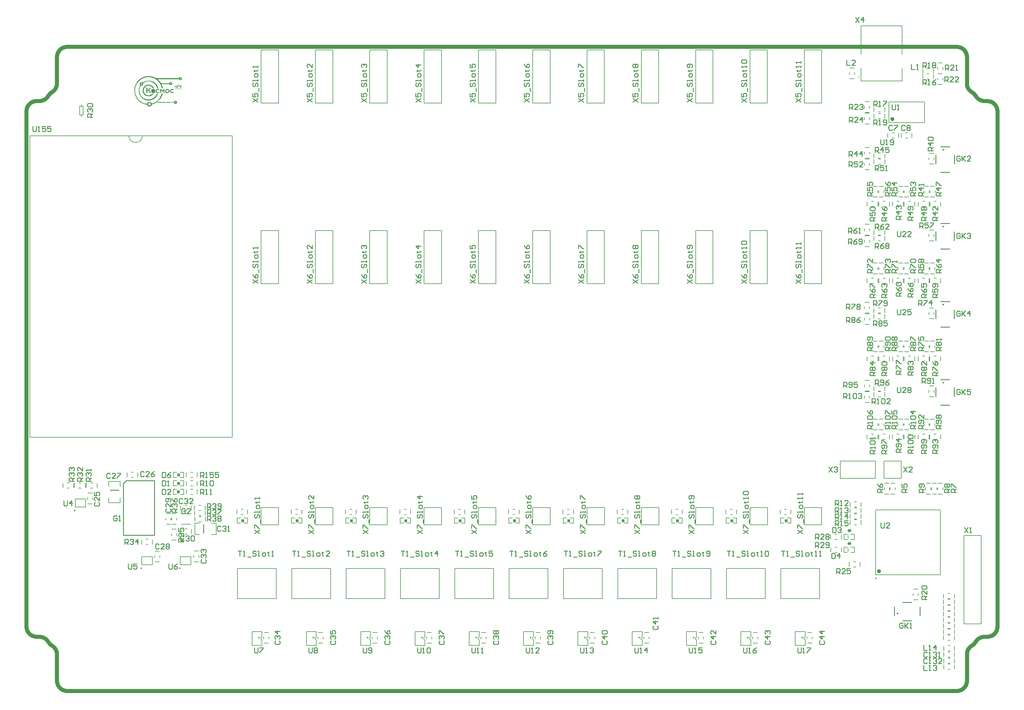
<source format=gto>
G04*
G04 #@! TF.GenerationSoftware,Altium Limited,Altium Designer,20.1.10 (176)*
G04*
G04 Layer_Color=65535*
%FSLAX44Y44*%
%MOMM*%
G71*
G04*
G04 #@! TF.SameCoordinates,9A07C0F8-2EC5-444E-B81E-C5A403CEBA23*
G04*
G04*
G04 #@! TF.FilePolarity,Positive*
G04*
G01*
G75*
%ADD10C,0.2000*%
%ADD11C,0.2540*%
%ADD12C,0.2500*%
%ADD13C,0.1000*%
%ADD14C,0.6000*%
%ADD15C,0.1270*%
%ADD16C,0.1500*%
%ADD17C,0.0500*%
%ADD18C,0.1778*%
%ADD19C,1.2000*%
%ADD20C,1.2000*%
D10*
X302500Y1640000D02*
G03*
X342500Y1640000I20000J0D01*
G01*
X694605Y161510D02*
G03*
X694605Y153890I0J-3810D01*
G01*
X1014605Y161510D02*
G03*
X1014605Y153890I0J-3810D01*
G01*
X2453300Y1813000D02*
G03*
X2453300Y1813000I-1000J0D01*
G01*
X854605Y161510D02*
G03*
X854605Y153890I0J-3810D01*
G01*
X1494605Y161510D02*
G03*
X1494605Y153890I0J-3810D01*
G01*
X1654605Y161510D02*
G03*
X1654605Y153890I0J-3810D01*
G01*
X2294605Y161510D02*
G03*
X2294605Y153890I0J-3810D01*
G01*
X2134605Y161510D02*
G03*
X2134605Y153890I0J-3810D01*
G01*
X1974605Y161510D02*
G03*
X1974605Y153890I0J-3810D01*
G01*
X1814605Y161510D02*
G03*
X1814605Y153890I0J-3810D01*
G01*
X1334605Y161510D02*
G03*
X1334605Y153890I0J-3810D01*
G01*
X1174605Y161510D02*
G03*
X1174605Y153890I0J-3810D01*
G01*
X1972490Y492700D02*
X2023417D01*
X1972363Y543450D02*
X2023417D01*
Y492700D02*
Y543450D01*
X1972363Y492954D02*
Y543450D01*
X1972273Y1892910D02*
X2023327D01*
X1972273Y1736954D02*
Y1892910D01*
X2023327Y1736700D02*
Y1892910D01*
X1972400Y1736700D02*
X2023327D01*
X1972400Y1204000D02*
X2023327D01*
Y1360210D01*
X1972273Y1204254D02*
Y1360210D01*
X2023327D01*
X1902850Y275150D02*
Y364050D01*
X2017150Y275150D02*
Y364050D01*
X1902850Y275150D02*
X2017150D01*
X1902850Y364050D02*
X2017150D01*
X1945395Y137380D02*
X1974605D01*
X1945395Y178020D02*
X1974605D01*
X1945395Y137380D02*
Y178020D01*
X1974605Y137380D02*
Y153890D01*
Y161510D02*
Y178020D01*
X2132363Y492954D02*
Y543450D01*
X2183417Y492700D02*
Y543450D01*
X2132363D02*
X2183417D01*
X2132490Y492700D02*
X2183417D01*
X2132400Y1736700D02*
X2183327D01*
Y1892910D01*
X2132273Y1736954D02*
Y1892910D01*
X2183327D01*
X2132273Y1360210D02*
X2183327D01*
X2132273Y1204254D02*
Y1360210D01*
X2183327Y1204000D02*
Y1360210D01*
X2132400Y1204000D02*
X2183327D01*
X2062850Y364050D02*
X2177150D01*
X2062850Y275150D02*
X2177150D01*
Y364050D01*
X2062850Y275150D02*
Y364050D01*
X2134605Y161510D02*
Y178020D01*
Y137380D02*
Y153890D01*
X2105395Y137380D02*
Y178020D01*
X2134605D01*
X2105395Y137380D02*
X2134605D01*
X2292490Y492700D02*
X2343417D01*
X2292363Y543450D02*
X2343417D01*
Y492700D02*
Y543450D01*
X2292363Y492954D02*
Y543450D01*
X2292273Y1892910D02*
X2343327D01*
X2292273Y1736954D02*
Y1892910D01*
X2343327Y1736700D02*
Y1892910D01*
X2292400Y1736700D02*
X2343327D01*
X2292400Y1204000D02*
X2343327D01*
Y1360210D01*
X2292273Y1204254D02*
Y1360210D01*
X2343327D01*
X2222850Y275150D02*
Y364050D01*
X2337150Y275150D02*
Y364050D01*
X2222850Y275150D02*
X2337150D01*
X2222850Y364050D02*
X2337150D01*
X2294605Y161510D02*
Y178020D01*
Y137380D02*
Y153890D01*
X2265395Y137380D02*
Y178020D01*
X2294605D01*
X2265395Y137380D02*
X2294605D01*
X162500Y1696750D02*
Y1701750D01*
Y1727250D02*
Y1732000D01*
X157500Y1701750D02*
X162500D01*
X157500D02*
Y1727250D01*
X167500D01*
Y1701750D02*
Y1727250D01*
X162500Y1701750D02*
X167500D01*
X607310Y750500D02*
Y1639500D01*
X11330Y750500D02*
Y1639500D01*
Y750500D02*
X607310Y750500D01*
X11330Y1639500D02*
X607310Y1639500D01*
X2501000Y629892D02*
Y680819D01*
X2398300D02*
X2501000D01*
X2398300Y629765D02*
X2500746D01*
X2398300D02*
Y680819D01*
X2526550Y629763D02*
X2577046D01*
X2526550Y680817D02*
X2577300D01*
X2526550Y629763D02*
Y680817D01*
X2577300Y629890D02*
Y680817D01*
X692490Y492700D02*
X743417D01*
X692363Y543450D02*
X743417D01*
Y492700D02*
Y543450D01*
X692363Y492954D02*
Y543450D01*
X852363Y492954D02*
Y543450D01*
X903417Y492700D02*
Y543450D01*
X852363D02*
X903417D01*
X852490Y492700D02*
X903417D01*
X1012490D02*
X1063417D01*
X1012363Y543450D02*
X1063417D01*
Y492700D02*
Y543450D01*
X1012363Y492954D02*
Y543450D01*
X1172363Y492954D02*
Y543450D01*
X1223417Y492700D02*
Y543450D01*
X1172363D02*
X1223417D01*
X1172490Y492700D02*
X1223417D01*
X1332490D02*
X1383417D01*
X1332363Y543450D02*
X1383417D01*
Y492700D02*
Y543450D01*
X1332363Y492954D02*
Y543450D01*
X1492363Y492954D02*
Y543450D01*
X1543417Y492700D02*
Y543450D01*
X1492363D02*
X1543417D01*
X1492490Y492700D02*
X1543417D01*
X1652490D02*
X1703417D01*
X1652363Y543450D02*
X1703417D01*
Y492700D02*
Y543450D01*
X1652363Y492954D02*
Y543450D01*
X1812363Y492954D02*
Y543450D01*
X1863417Y492700D02*
Y543450D01*
X1812363D02*
X1863417D01*
X1812490Y492700D02*
X1863417D01*
X622850Y364050D02*
X737150D01*
X622850Y275150D02*
X737150D01*
Y364050D01*
X622850Y275150D02*
Y364050D01*
X782850Y275150D02*
Y364050D01*
X897150Y275150D02*
Y364050D01*
X782850Y275150D02*
X897150D01*
X782850Y364050D02*
X897150D01*
X942850D02*
X1057150D01*
X942850Y275150D02*
X1057150D01*
Y364050D01*
X942850Y275150D02*
Y364050D01*
X1102850Y275150D02*
Y364050D01*
X1217150Y275150D02*
Y364050D01*
X1102850Y275150D02*
X1217150D01*
X1102850Y364050D02*
X1217150D01*
X1422850D02*
X1537150D01*
X1422850Y275150D02*
X1537150D01*
Y364050D01*
X1422850Y275150D02*
Y364050D01*
X1582850Y275150D02*
Y364050D01*
X1697150Y275150D02*
Y364050D01*
X1582850Y275150D02*
X1697150D01*
X1582850Y364050D02*
X1697150D01*
X1742850D02*
X1857150D01*
X1742850Y275150D02*
X1857150D01*
Y364050D01*
X1742850Y275150D02*
Y364050D01*
X1262850D02*
X1377150D01*
X1262850Y275150D02*
X1377150D01*
Y364050D01*
X1262850Y275150D02*
Y364050D01*
X692273Y1360210D02*
X743327D01*
X692273Y1204254D02*
Y1360210D01*
X743327Y1204000D02*
Y1360210D01*
X692400Y1204000D02*
X743327D01*
X852400D02*
X903327D01*
Y1360210D01*
X852273Y1204254D02*
Y1360210D01*
X903327D01*
X1012273D02*
X1063327D01*
X1012273Y1204254D02*
Y1360210D01*
X1063327Y1204000D02*
Y1360210D01*
X1012400Y1204000D02*
X1063327D01*
X1332400D02*
X1383327D01*
Y1360210D01*
X1332273Y1204254D02*
Y1360210D01*
X1383327D01*
X1492273D02*
X1543327D01*
X1492273Y1204254D02*
Y1360210D01*
X1543327Y1204000D02*
Y1360210D01*
X1492400Y1204000D02*
X1543327D01*
X1652400D02*
X1703327D01*
Y1360210D01*
X1652273Y1204254D02*
Y1360210D01*
X1703327D01*
X1812273D02*
X1863327D01*
X1812273Y1204254D02*
Y1360210D01*
X1863327Y1204000D02*
Y1360210D01*
X1812400Y1204000D02*
X1863327D01*
X692273Y1892910D02*
X743327D01*
X692273Y1736954D02*
Y1892910D01*
X743327Y1736700D02*
Y1892910D01*
X692400Y1736700D02*
X743327D01*
X852400D02*
X903327D01*
Y1892910D01*
X852273Y1736954D02*
Y1892910D01*
X903327D01*
X1012273D02*
X1063327D01*
X1012273Y1736954D02*
Y1892910D01*
X1063327Y1736700D02*
Y1892910D01*
X1012400Y1736700D02*
X1063327D01*
X1172400D02*
X1223327D01*
Y1892910D01*
X1172273Y1736954D02*
Y1892910D01*
X1223327D01*
X1332273D02*
X1383327D01*
X1332273Y1736954D02*
Y1892910D01*
X1383327Y1736700D02*
Y1892910D01*
X1332400Y1736700D02*
X1383327D01*
X1492400D02*
X1543327D01*
Y1892910D01*
X1492273Y1736954D02*
Y1892910D01*
X1543327D01*
X1652273D02*
X1703327D01*
X1652273Y1736954D02*
Y1892910D01*
X1703327Y1736700D02*
Y1892910D01*
X1652400Y1736700D02*
X1703327D01*
X1812400D02*
X1863327D01*
Y1892910D01*
X1812273Y1736954D02*
Y1892910D01*
X1863327D01*
X1172400Y1204000D02*
X1223327D01*
Y1360210D01*
X1172273Y1204254D02*
Y1360210D01*
X1223327D01*
X985395Y137380D02*
X1014605D01*
X985395Y178020D02*
X1014605D01*
X985395Y137380D02*
Y178020D01*
X1014605Y137380D02*
Y153890D01*
Y161510D02*
Y178020D01*
X2693000Y345750D02*
Y536750D01*
X2502000Y345750D02*
Y536750D01*
X2693000D01*
X2502000Y345750D02*
X2693000D01*
X454500Y375250D02*
X485500D01*
X454500Y398250D02*
X485500D01*
X454500Y375250D02*
Y398250D01*
X485500Y375250D02*
Y398250D01*
X371750Y375250D02*
Y398250D01*
X340750Y375250D02*
Y398250D01*
X371750D01*
X340750Y375250D02*
X371750D01*
X144750Y545500D02*
X175750D01*
X144750Y568500D02*
X175750D01*
X144750Y545500D02*
Y568500D01*
X175750Y545500D02*
Y568500D01*
X456750Y494250D02*
X484750D01*
X456750Y525750D02*
X484750D01*
X243000Y557970D02*
Y571940D01*
X277000Y557970D02*
Y571940D01*
X243000Y557970D02*
X277000D01*
Y606230D02*
Y620200D01*
X243000Y606230D02*
Y620200D01*
X277000D01*
X497300Y464000D02*
Y498000D01*
Y464000D02*
X511270D01*
X497300Y498000D02*
X511270D01*
X559530Y464000D02*
Y498000D01*
X545560D02*
X559530D01*
X545560Y464000D02*
X559530D01*
X694605Y161510D02*
Y178020D01*
Y137380D02*
Y153890D01*
X665395Y137380D02*
Y178020D01*
X694605D01*
X665395Y137380D02*
X694605D01*
X1145395D02*
X1174605D01*
X1145395Y178020D02*
X1174605D01*
X1145395Y137380D02*
Y178020D01*
X1174605Y137380D02*
Y153890D01*
Y161510D02*
Y178020D01*
X854605Y161510D02*
Y178020D01*
Y137380D02*
Y153890D01*
X825395Y137380D02*
Y178020D01*
X854605D01*
X825395Y137380D02*
X854605D01*
X2541300Y1679250D02*
X2646300D01*
X2541300Y1739750D02*
X2646300D01*
X2541300Y1679250D02*
Y1739750D01*
X2646300Y1679250D02*
Y1739750D01*
X2761773Y200950D02*
X2812827D01*
Y461046D01*
X2761773Y200950D02*
Y461300D01*
X2812700D01*
X2580300Y1802000D02*
Y1839900D01*
Y1880100D02*
Y1964000D01*
X2459300D02*
X2580300D01*
X2459300Y1880100D02*
Y1964000D01*
Y1802000D02*
Y1839900D01*
Y1802000D02*
X2580300D01*
X1465395Y137380D02*
X1494605D01*
X1465395Y178020D02*
X1494605D01*
X1465395Y137380D02*
Y178020D01*
X1494605Y137380D02*
Y153890D01*
Y161510D02*
Y178020D01*
X1625395Y137380D02*
X1654605D01*
X1625395Y178020D02*
X1654605D01*
X1625395Y137380D02*
Y178020D01*
X1654605Y137380D02*
Y153890D01*
Y161510D02*
Y178020D01*
X1785395Y137380D02*
X1814605D01*
X1785395Y178020D02*
X1814605D01*
X1785395Y137380D02*
Y178020D01*
X1814605Y137380D02*
Y153890D01*
Y161510D02*
Y178020D01*
X1305395Y137380D02*
X1334605D01*
X1305395Y178020D02*
X1334605D01*
X1305395Y137380D02*
Y178020D01*
X1334605Y137380D02*
Y153890D01*
Y161510D02*
Y178020D01*
X65548Y147420D02*
G03*
X76279Y136585I25981J15000D01*
G01*
Y1768255D02*
G03*
X65548Y1757420I15250J-25835D01*
G01*
Y147420D02*
G03*
X39567Y162420I-25981J-15000D01*
G01*
Y1742420D02*
G03*
X65548Y1757420I0J30000D01*
G01*
X91028Y110750D02*
G03*
X76279Y136585I-30000J-0D01*
G01*
Y1768255D02*
G03*
X91028Y1794090I-15250J25835D01*
G01*
X1028Y192420D02*
G03*
X31028Y162420I30000J0D01*
G01*
Y1742420D02*
G03*
X1028Y1712420I0J-30000D01*
G01*
X91028Y32420D02*
G03*
X121028Y2420I30000J0D01*
G01*
Y1902420D02*
G03*
X91028Y1872420I0J-30000D01*
G01*
X2741029Y2420D02*
G03*
X2771028Y32420I0J30000D01*
G01*
X2785779Y136585D02*
G03*
X2771028Y110750I15250J-25835D01*
G01*
X2785779Y136585D02*
G03*
X2796509Y147420I-15250J25835D01*
G01*
X2822490Y162420D02*
G03*
X2796509Y147420I0J-30000D01*
G01*
X2831029Y162420D02*
G03*
X2861029Y192420I0J30000D01*
G01*
Y1712420D02*
G03*
X2831029Y1742420I-30000J0D01*
G01*
X2796509Y1757420D02*
G03*
X2822490Y1742420I25981J15000D01*
G01*
X2796509Y1757420D02*
G03*
X2785779Y1768255I-25981J-15000D01*
G01*
X2771028Y1794090D02*
G03*
X2785779Y1768255I30000J0D01*
G01*
X2771028Y1872420D02*
G03*
X2741029Y1902420I-30000J0D01*
G01*
X2771028Y32420D02*
Y110750D01*
X31028Y1742420D02*
X39567D01*
X31028Y162420D02*
X39567D01*
X91028Y1794090D02*
Y1872420D01*
Y32420D02*
Y110750D01*
X1028Y192420D02*
Y1712420D01*
X121028Y2420D02*
X2741029D01*
X2822490Y162420D02*
X2831029D01*
X2861029Y190228D02*
Y1712420D01*
X2822490Y1742420D02*
X2831029D01*
X2771028Y1794090D02*
Y1872420D01*
X121028Y1902420D02*
X2741029D01*
D11*
X2702749Y912220D02*
G03*
X2702749Y912220I-1521J0D01*
G01*
Y1142220D02*
G03*
X2702749Y1142220I-1521J0D01*
G01*
Y1372220D02*
G03*
X2702749Y1372220I-1521J0D01*
G01*
X2702799Y1598750D02*
G03*
X2702799Y1598750I-1521J0D01*
G01*
X2567971Y231500D02*
G03*
X2567971Y231500I-1521J0D01*
G01*
X1920210Y501190D02*
Y505000D01*
X1916400D02*
X1920210Y508810D01*
X1916400Y505000D02*
X1920210Y501190D01*
Y505000D02*
Y508810D01*
X1915130Y501190D02*
Y508810D01*
X1917636Y504944D02*
X1920176D01*
X2077636D02*
X2080176D01*
X2075130Y501190D02*
Y508810D01*
X2080210Y505000D02*
Y508810D01*
X2076400Y505000D02*
X2080210Y501190D01*
X2076400Y505000D02*
X2080210Y508810D01*
Y501190D02*
Y505000D01*
X2237636Y504944D02*
X2240176D01*
X2235130Y501190D02*
Y508810D01*
X2240210Y505000D02*
Y508810D01*
X2236400Y505000D02*
X2240210Y501190D01*
X2236400Y505000D02*
X2240210Y508810D01*
Y501190D02*
Y505000D01*
X2733728Y870720D02*
Y896970D01*
X2679228Y870720D02*
Y896970D01*
X2693728Y845970D02*
X2719978D01*
X2693728Y921470D02*
X2719978D01*
X2733728Y1100720D02*
Y1126970D01*
X2679228Y1100720D02*
Y1126970D01*
X2693728Y1075970D02*
X2719978D01*
X2693728Y1151470D02*
X2719978D01*
X2733728Y1330720D02*
Y1356970D01*
X2679228Y1330720D02*
Y1356970D01*
X2693728Y1305970D02*
X2719978D01*
X2693728Y1381470D02*
X2719978D01*
X2693778Y1608000D02*
X2720028D01*
X2693778Y1532500D02*
X2720028D01*
X2679278Y1557250D02*
Y1583500D01*
X2733778Y1557250D02*
Y1583500D01*
X960210Y501190D02*
Y505000D01*
X956400D02*
X960210Y508810D01*
X956400Y505000D02*
X960210Y501190D01*
Y505000D02*
Y508810D01*
X955130Y501190D02*
Y508810D01*
X957636Y504944D02*
X960176D01*
X446170Y640365D02*
Y644175D01*
Y636555D02*
X449980Y640365D01*
X446170Y644175D02*
X449980Y640365D01*
X446170Y636555D02*
Y640365D01*
X451250Y636555D02*
Y644175D01*
X446204Y640421D02*
X448744D01*
X446210Y615421D02*
X448750D01*
X451256Y611555D02*
Y619175D01*
X446176Y611555D02*
Y615365D01*
Y619175D02*
X449986Y615365D01*
X446176Y611555D02*
X449986Y615365D01*
X446176D02*
Y619175D01*
X445890Y590421D02*
X448430D01*
X450936Y586555D02*
Y594175D01*
X445856Y586555D02*
Y590365D01*
Y594175D02*
X449666Y590365D01*
X445856Y586555D02*
X449666Y590365D01*
X445856D02*
Y594175D01*
X247300Y594800D02*
X272700D01*
X286500Y462000D02*
Y471000D01*
Y614680D01*
X294820Y623000D01*
X377500Y462000D02*
Y623000D01*
X294820D02*
X377500D01*
X286500Y462000D02*
X295500D01*
X377500D01*
X522700Y468300D02*
Y493700D01*
X800210Y501190D02*
Y505000D01*
X796400D02*
X800210Y508810D01*
X796400Y505000D02*
X800210Y501190D01*
Y505000D02*
Y508810D01*
X795130Y501190D02*
Y508810D01*
X797636Y504944D02*
X800176D01*
X640210Y501190D02*
Y505000D01*
X636400D02*
X640210Y508810D01*
X636400Y505000D02*
X640210Y501190D01*
Y505000D02*
Y508810D01*
X635130Y501190D02*
Y508810D01*
X637636Y504944D02*
X640176D01*
X1760210Y501190D02*
Y505000D01*
X1756400D02*
X1760210Y508810D01*
X1756400Y505000D02*
X1760210Y501190D01*
Y505000D02*
Y508810D01*
X1755130Y501190D02*
Y508810D01*
X1757636Y504944D02*
X1760176D01*
X1600210Y501190D02*
Y505000D01*
X1596400D02*
X1600210Y508810D01*
X1596400Y505000D02*
X1600210Y501190D01*
Y505000D02*
Y508810D01*
X1595130Y501190D02*
Y508810D01*
X1597636Y504944D02*
X1600176D01*
X1440210Y501190D02*
Y505000D01*
X1436400D02*
X1440210Y508810D01*
X1436400Y505000D02*
X1440210Y501190D01*
Y505000D02*
Y508810D01*
X1435130Y501190D02*
Y508810D01*
X1437636Y504944D02*
X1440176D01*
X1280210Y501190D02*
Y505000D01*
X1276400D02*
X1280210Y508810D01*
X1276400Y505000D02*
X1280210Y501190D01*
Y505000D02*
Y508810D01*
X1275130Y501190D02*
Y508810D01*
X1277636Y504944D02*
X1280176D01*
X1120210Y501190D02*
Y505000D01*
X1116400D02*
X1120210Y508810D01*
X1116400Y505000D02*
X1120210Y501190D01*
Y505000D02*
Y508810D01*
X1115130Y501190D02*
Y508810D01*
X1117636Y504944D02*
X1120176D01*
X2426950Y437935D02*
X2429490D01*
X2419330D02*
X2421870D01*
Y434125D02*
Y441745D01*
X2423140Y437935D02*
X2426950Y441745D01*
X2423140Y437935D02*
X2426950Y434125D01*
Y441745D01*
Y475935D02*
X2429490D01*
X2419330D02*
X2421870D01*
Y472125D02*
Y479745D01*
X2423140Y475935D02*
X2426950Y479745D01*
X2423140Y475935D02*
X2426950Y472125D01*
Y479745D01*
X2581700Y264000D02*
X2607950D01*
X2581700Y209500D02*
X2607950D01*
X2632700Y224000D02*
Y250250D01*
X2557200Y224000D02*
Y250250D01*
X2584304Y663617D02*
X2594461Y648382D01*
Y663617D02*
X2584304Y648382D01*
X2609696D02*
X2599539D01*
X2609696Y658539D01*
Y661078D01*
X2607157Y663617D01*
X2602079D01*
X2599539Y661078D01*
X2565706Y897868D02*
Y885172D01*
X2568246Y882633D01*
X2573324D01*
X2575863Y885172D01*
Y897868D01*
X2591098Y882633D02*
X2580941D01*
X2591098Y892789D01*
Y895328D01*
X2588559Y897868D01*
X2583481D01*
X2580941Y895328D01*
X2596176D02*
X2598716Y897868D01*
X2603794D01*
X2606333Y895328D01*
Y892789D01*
X2603794Y890250D01*
X2606333Y887711D01*
Y885172D01*
X2603794Y882633D01*
X2598716D01*
X2596176Y885172D01*
Y887711D01*
X2598716Y890250D01*
X2596176Y892789D01*
Y895328D01*
X2598716Y890250D02*
X2603794D01*
X1147113Y1205677D02*
X1162348Y1215834D01*
X1147113D02*
X1162348Y1205677D01*
X1147113Y1231069D02*
X1149652Y1225991D01*
X1154730Y1220912D01*
X1159809D01*
X1162348Y1223452D01*
Y1228530D01*
X1159809Y1231069D01*
X1157270D01*
X1154730Y1228530D01*
Y1220912D01*
X1164887Y1236147D02*
Y1246304D01*
X1149652Y1261539D02*
X1147113Y1259000D01*
Y1253922D01*
X1149652Y1251383D01*
X1152191D01*
X1154730Y1253922D01*
Y1259000D01*
X1157270Y1261539D01*
X1159809D01*
X1162348Y1259000D01*
Y1253922D01*
X1159809Y1251383D01*
X1162348Y1266618D02*
Y1271696D01*
Y1269157D01*
X1147113D01*
Y1266618D01*
X1162348Y1281853D02*
Y1286931D01*
X1159809Y1289470D01*
X1154730D01*
X1152191Y1286931D01*
Y1281853D01*
X1154730Y1279313D01*
X1159809D01*
X1162348Y1281853D01*
X1149652Y1297088D02*
X1152191D01*
Y1294548D01*
Y1299627D01*
Y1297088D01*
X1159809D01*
X1162348Y1299627D01*
Y1314862D02*
X1147113D01*
X1154730Y1307244D01*
Y1317401D01*
X2643339Y78618D02*
Y63382D01*
X2653495D01*
X2658574D02*
X2663652D01*
X2661113D01*
Y78618D01*
X2658574Y76078D01*
X2671270D02*
X2673809Y78618D01*
X2678887D01*
X2681426Y76078D01*
Y73539D01*
X2678887Y71000D01*
X2676348D01*
X2678887D01*
X2681426Y68461D01*
Y65922D01*
X2678887Y63382D01*
X2673809D01*
X2671270Y65922D01*
X2643339Y137618D02*
Y122382D01*
X2653495D01*
X2658574D02*
X2663652D01*
X2661113D01*
Y137618D01*
X2658574Y135078D01*
X2678887Y122382D02*
Y137618D01*
X2671270Y130000D01*
X2681426D01*
X2653495Y96078D02*
X2650956Y98617D01*
X2645878D01*
X2643339Y96078D01*
Y85922D01*
X2645878Y83383D01*
X2650956D01*
X2653495Y85922D01*
X2658574Y83383D02*
X2663652D01*
X2661113D01*
Y98617D01*
X2658574Y96078D01*
X2671270D02*
X2673809Y98617D01*
X2678887D01*
X2681426Y96078D01*
Y93539D01*
X2678887Y91000D01*
X2676348D01*
X2678887D01*
X2681426Y88461D01*
Y85922D01*
X2678887Y83383D01*
X2673809D01*
X2671270Y85922D01*
X2696661Y83383D02*
X2686505D01*
X2696661Y93539D01*
Y96078D01*
X2694122Y98617D01*
X2689044D01*
X2686505Y96078D01*
X2653495Y115078D02*
X2650956Y117618D01*
X2645878D01*
X2643339Y115078D01*
Y104922D01*
X2645878Y102382D01*
X2650956D01*
X2653495Y104922D01*
X2658574Y102382D02*
X2663652D01*
X2661113D01*
Y117618D01*
X2658574Y115078D01*
X2671270D02*
X2673809Y117618D01*
X2678887D01*
X2681426Y115078D01*
Y112539D01*
X2678887Y110000D01*
X2676348D01*
X2678887D01*
X2681426Y107461D01*
Y104922D01*
X2678887Y102382D01*
X2673809D01*
X2671270Y104922D01*
X2686505Y102382D02*
X2691583D01*
X2689044D01*
Y117618D01*
X2686505Y115078D01*
X513392Y632632D02*
Y647868D01*
X521009D01*
X523549Y645328D01*
Y640250D01*
X521009Y637711D01*
X513392D01*
X518470D02*
X523549Y632632D01*
X528627D02*
X533705D01*
X531166D01*
Y647868D01*
X528627Y645328D01*
X551480Y647868D02*
X541323D01*
Y640250D01*
X546401Y642789D01*
X548941D01*
X551480Y640250D01*
Y635172D01*
X548941Y632632D01*
X543862D01*
X541323Y635172D01*
X566715Y647868D02*
X556558D01*
Y640250D01*
X561636Y642789D01*
X564176D01*
X566715Y640250D01*
Y635172D01*
X564176Y632632D01*
X559097D01*
X556558Y635172D01*
X400740Y647983D02*
Y632748D01*
X408358D01*
X410897Y635287D01*
Y645443D01*
X408358Y647983D01*
X400740D01*
X426132D02*
X421053Y645443D01*
X415975Y640365D01*
Y635287D01*
X418514Y632748D01*
X423593D01*
X426132Y635287D01*
Y637826D01*
X423593Y640365D01*
X415975D01*
X347343Y647578D02*
X344804Y650117D01*
X339726D01*
X337187Y647578D01*
Y637422D01*
X339726Y634883D01*
X344804D01*
X347343Y637422D01*
X362578Y634883D02*
X352422D01*
X362578Y645039D01*
Y647578D01*
X360039Y650117D01*
X354961D01*
X352422Y647578D01*
X377813Y650117D02*
X372735Y647578D01*
X367657Y642500D01*
Y637422D01*
X370196Y634883D01*
X375274D01*
X377813Y637422D01*
Y639961D01*
X375274Y642500D01*
X367657D01*
X2372304Y408618D02*
Y393382D01*
X2379922D01*
X2382461Y395922D01*
Y406078D01*
X2379922Y408618D01*
X2372304D01*
X2395157Y393382D02*
Y408618D01*
X2387539Y401000D01*
X2397696D01*
X2374804Y485368D02*
Y470132D01*
X2382422D01*
X2384961Y472672D01*
Y482828D01*
X2382422Y485368D01*
X2374804D01*
X2390039Y482828D02*
X2392578Y485368D01*
X2397657D01*
X2400196Y482828D01*
Y480289D01*
X2397657Y477750D01*
X2395117D01*
X2397657D01*
X2400196Y475211D01*
Y472672D01*
X2397657Y470132D01*
X2392578D01*
X2390039Y472672D01*
X400740Y597982D02*
Y582747D01*
X408358D01*
X410897Y585287D01*
Y595443D01*
X408358Y597982D01*
X400740D01*
X426132Y582747D02*
X415975D01*
X426132Y592904D01*
Y595443D01*
X423593Y597982D01*
X418514D01*
X415975Y595443D01*
X400779Y622982D02*
Y607747D01*
X408397D01*
X410936Y610287D01*
Y620443D01*
X408397Y622982D01*
X400779D01*
X416014Y607747D02*
X421093D01*
X418553D01*
Y622982D01*
X416014Y620443D01*
X2272113Y466888D02*
X2287348Y477045D01*
X2272113D02*
X2287348Y466888D01*
X2272113Y482123D02*
Y492280D01*
X2274652D01*
X2284809Y482123D01*
X2287348D01*
X2289887Y497358D02*
Y507515D01*
X2274652Y522750D02*
X2272113Y520211D01*
Y515132D01*
X2274652Y512593D01*
X2277191D01*
X2279730Y515132D01*
Y520211D01*
X2282270Y522750D01*
X2284809D01*
X2287348Y520211D01*
Y515132D01*
X2284809Y512593D01*
X2287348Y527828D02*
Y532907D01*
Y530368D01*
X2272113D01*
Y527828D01*
X2287348Y543063D02*
Y548142D01*
X2284809Y550681D01*
X2279730D01*
X2277191Y548142D01*
Y543063D01*
X2279730Y540524D01*
X2284809D01*
X2287348Y543063D01*
X2274652Y558298D02*
X2277191D01*
Y555759D01*
Y560838D01*
Y558298D01*
X2284809D01*
X2287348Y560838D01*
Y568455D02*
Y573534D01*
Y570994D01*
X2272113D01*
X2274652Y568455D01*
X2287348Y581151D02*
Y586229D01*
Y583690D01*
X2272113D01*
X2274652Y581151D01*
X2112113Y466888D02*
X2127348Y477045D01*
X2112113D02*
X2127348Y466888D01*
X2112113Y482123D02*
Y492280D01*
X2114652D01*
X2124809Y482123D01*
X2127348D01*
X2129887Y497358D02*
Y507515D01*
X2114652Y522750D02*
X2112113Y520211D01*
Y515132D01*
X2114652Y512593D01*
X2117191D01*
X2119730Y515132D01*
Y520211D01*
X2122270Y522750D01*
X2124809D01*
X2127348Y520211D01*
Y515132D01*
X2124809Y512593D01*
X2127348Y527828D02*
Y532907D01*
Y530368D01*
X2112113D01*
Y527828D01*
X2127348Y543064D02*
Y548142D01*
X2124809Y550681D01*
X2119730D01*
X2117191Y548142D01*
Y543064D01*
X2119730Y540524D01*
X2124809D01*
X2127348Y543064D01*
X2114652Y558298D02*
X2117191D01*
Y555759D01*
Y560838D01*
Y558298D01*
X2124809D01*
X2127348Y560838D01*
Y568455D02*
Y573534D01*
Y570994D01*
X2112113D01*
X2114652Y568455D01*
Y581151D02*
X2112113Y583690D01*
Y588769D01*
X2114652Y591308D01*
X2124809D01*
X2127348Y588769D01*
Y583690D01*
X2124809Y581151D01*
X2114652D01*
X1952113Y466888D02*
X1967348Y477045D01*
X1952113D02*
X1967348Y466888D01*
X1952113Y482123D02*
Y492280D01*
X1954652D01*
X1964809Y482123D01*
X1967348D01*
X1969887Y497358D02*
Y507515D01*
X1954652Y522750D02*
X1952113Y520211D01*
Y515132D01*
X1954652Y512593D01*
X1957191D01*
X1959730Y515132D01*
Y520211D01*
X1962270Y522750D01*
X1964809D01*
X1967348Y520211D01*
Y515132D01*
X1964809Y512593D01*
X1967348Y527828D02*
Y532907D01*
Y530368D01*
X1952113D01*
Y527828D01*
X1967348Y543063D02*
Y548142D01*
X1964809Y550681D01*
X1959730D01*
X1957191Y548142D01*
Y543063D01*
X1959730Y540524D01*
X1964809D01*
X1967348Y543063D01*
X1954652Y558298D02*
X1957191D01*
Y555759D01*
Y560838D01*
Y558298D01*
X1964809D01*
X1967348Y560838D01*
X1964809Y568455D02*
X1967348Y570994D01*
Y576073D01*
X1964809Y578612D01*
X1954652D01*
X1952113Y576073D01*
Y570994D01*
X1954652Y568455D01*
X1957191D01*
X1959730Y570994D01*
Y578612D01*
X1792113Y466888D02*
X1807348Y477045D01*
X1792113D02*
X1807348Y466888D01*
X1792113Y482123D02*
Y492280D01*
X1794652D01*
X1804809Y482123D01*
X1807348D01*
X1809887Y497358D02*
Y507515D01*
X1794652Y522750D02*
X1792113Y520211D01*
Y515132D01*
X1794652Y512593D01*
X1797191D01*
X1799730Y515132D01*
Y520211D01*
X1802270Y522750D01*
X1804809D01*
X1807348Y520211D01*
Y515132D01*
X1804809Y512593D01*
X1807348Y527828D02*
Y532907D01*
Y530368D01*
X1792113D01*
Y527828D01*
X1807348Y543064D02*
Y548142D01*
X1804809Y550681D01*
X1799730D01*
X1797191Y548142D01*
Y543064D01*
X1799730Y540524D01*
X1804809D01*
X1807348Y543064D01*
X1794652Y558298D02*
X1797191D01*
Y555759D01*
Y560838D01*
Y558298D01*
X1804809D01*
X1807348Y560838D01*
X1794652Y568455D02*
X1792113Y570994D01*
Y576073D01*
X1794652Y578612D01*
X1797191D01*
X1799730Y576073D01*
X1802270Y578612D01*
X1804809D01*
X1807348Y576073D01*
Y570994D01*
X1804809Y568455D01*
X1802270D01*
X1799730Y570994D01*
X1797191Y568455D01*
X1794652D01*
X1799730Y570994D02*
Y576073D01*
X1632113Y466888D02*
X1647348Y477045D01*
X1632113D02*
X1647348Y466888D01*
X1632113Y482123D02*
Y492280D01*
X1634652D01*
X1644809Y482123D01*
X1647348D01*
X1649887Y497358D02*
Y507515D01*
X1634652Y522750D02*
X1632113Y520211D01*
Y515132D01*
X1634652Y512593D01*
X1637191D01*
X1639730Y515132D01*
Y520211D01*
X1642270Y522750D01*
X1644809D01*
X1647348Y520211D01*
Y515132D01*
X1644809Y512593D01*
X1647348Y527828D02*
Y532907D01*
Y530368D01*
X1632113D01*
Y527828D01*
X1647348Y543063D02*
Y548142D01*
X1644809Y550681D01*
X1639730D01*
X1637191Y548142D01*
Y543063D01*
X1639730Y540524D01*
X1644809D01*
X1647348Y543063D01*
X1634652Y558298D02*
X1637191D01*
Y555759D01*
Y560838D01*
Y558298D01*
X1644809D01*
X1647348Y560838D01*
X1632113Y568455D02*
Y578612D01*
X1634652D01*
X1644809Y568455D01*
X1647348D01*
X1472113Y466888D02*
X1487348Y477045D01*
X1472113D02*
X1487348Y466888D01*
X1472113Y482123D02*
Y492280D01*
X1474652D01*
X1484809Y482123D01*
X1487348D01*
X1489887Y497358D02*
Y507515D01*
X1474652Y522750D02*
X1472113Y520211D01*
Y515132D01*
X1474652Y512593D01*
X1477191D01*
X1479730Y515132D01*
Y520211D01*
X1482270Y522750D01*
X1484809D01*
X1487348Y520211D01*
Y515132D01*
X1484809Y512593D01*
X1487348Y527828D02*
Y532907D01*
Y530368D01*
X1472113D01*
Y527828D01*
X1487348Y543064D02*
Y548142D01*
X1484809Y550681D01*
X1479730D01*
X1477191Y548142D01*
Y543064D01*
X1479730Y540524D01*
X1484809D01*
X1487348Y543064D01*
X1474652Y558298D02*
X1477191D01*
Y555759D01*
Y560838D01*
Y558298D01*
X1484809D01*
X1487348Y560838D01*
X1472113Y578612D02*
X1474652Y573534D01*
X1479730Y568455D01*
X1484809D01*
X1487348Y570994D01*
Y576073D01*
X1484809Y578612D01*
X1482270D01*
X1479730Y576073D01*
Y568455D01*
X1312113Y466888D02*
X1327348Y477045D01*
X1312113D02*
X1327348Y466888D01*
X1312113Y482123D02*
Y492280D01*
X1314652D01*
X1324809Y482123D01*
X1327348D01*
X1329887Y497358D02*
Y507515D01*
X1314652Y522750D02*
X1312113Y520211D01*
Y515132D01*
X1314652Y512593D01*
X1317191D01*
X1319730Y515132D01*
Y520211D01*
X1322270Y522750D01*
X1324809D01*
X1327348Y520211D01*
Y515132D01*
X1324809Y512593D01*
X1327348Y527828D02*
Y532907D01*
Y530368D01*
X1312113D01*
Y527828D01*
X1327348Y543064D02*
Y548142D01*
X1324809Y550681D01*
X1319730D01*
X1317191Y548142D01*
Y543064D01*
X1319730Y540524D01*
X1324809D01*
X1327348Y543064D01*
X1314652Y558298D02*
X1317191D01*
Y555759D01*
Y560838D01*
Y558298D01*
X1324809D01*
X1327348Y560838D01*
X1312113Y578612D02*
Y568455D01*
X1319730D01*
X1317191Y573534D01*
Y576073D01*
X1319730Y578612D01*
X1324809D01*
X1327348Y576073D01*
Y570994D01*
X1324809Y568455D01*
X1152113Y466888D02*
X1167348Y477045D01*
X1152113D02*
X1167348Y466888D01*
X1152113Y482123D02*
Y492280D01*
X1154652D01*
X1164809Y482123D01*
X1167348D01*
X1169887Y497358D02*
Y507515D01*
X1154652Y522750D02*
X1152113Y520211D01*
Y515132D01*
X1154652Y512593D01*
X1157191D01*
X1159730Y515132D01*
Y520211D01*
X1162270Y522750D01*
X1164809D01*
X1167348Y520211D01*
Y515132D01*
X1164809Y512593D01*
X1167348Y527828D02*
Y532907D01*
Y530368D01*
X1152113D01*
Y527828D01*
X1167348Y543063D02*
Y548142D01*
X1164809Y550681D01*
X1159730D01*
X1157191Y548142D01*
Y543063D01*
X1159730Y540524D01*
X1164809D01*
X1167348Y543063D01*
X1154652Y558298D02*
X1157191D01*
Y555759D01*
Y560838D01*
Y558298D01*
X1164809D01*
X1167348Y560838D01*
Y576073D02*
X1152113D01*
X1159730Y568455D01*
Y578612D01*
X992113Y466888D02*
X1007348Y477045D01*
X992113D02*
X1007348Y466888D01*
X992113Y482123D02*
Y492280D01*
X994652D01*
X1004809Y482123D01*
X1007348D01*
X1009887Y497358D02*
Y507515D01*
X994652Y522750D02*
X992113Y520211D01*
Y515132D01*
X994652Y512593D01*
X997191D01*
X999730Y515132D01*
Y520211D01*
X1002270Y522750D01*
X1004809D01*
X1007348Y520211D01*
Y515132D01*
X1004809Y512593D01*
X1007348Y527828D02*
Y532907D01*
Y530368D01*
X992113D01*
Y527828D01*
X1007348Y543063D02*
Y548142D01*
X1004809Y550681D01*
X999730D01*
X997191Y548142D01*
Y543063D01*
X999730Y540524D01*
X1004809D01*
X1007348Y543063D01*
X994652Y558298D02*
X997191D01*
Y555759D01*
Y560838D01*
Y558298D01*
X1004809D01*
X1007348Y560838D01*
X994652Y568455D02*
X992113Y570994D01*
Y576073D01*
X994652Y578612D01*
X997191D01*
X999730Y576073D01*
Y573534D01*
Y576073D01*
X1002270Y578612D01*
X1004809D01*
X1007348Y576073D01*
Y570994D01*
X1004809Y568455D01*
X832113Y466888D02*
X847348Y477045D01*
X832113D02*
X847348Y466888D01*
X832113Y482123D02*
Y492280D01*
X834652D01*
X844809Y482123D01*
X847348D01*
X849887Y497358D02*
Y507515D01*
X834652Y522750D02*
X832113Y520211D01*
Y515132D01*
X834652Y512593D01*
X837191D01*
X839730Y515132D01*
Y520211D01*
X842270Y522750D01*
X844809D01*
X847348Y520211D01*
Y515132D01*
X844809Y512593D01*
X847348Y527828D02*
Y532907D01*
Y530368D01*
X832113D01*
Y527828D01*
X847348Y543064D02*
Y548142D01*
X844809Y550681D01*
X839730D01*
X837191Y548142D01*
Y543064D01*
X839730Y540524D01*
X844809D01*
X847348Y543064D01*
X834652Y558298D02*
X837191D01*
Y555759D01*
Y560838D01*
Y558298D01*
X844809D01*
X847348Y560838D01*
Y578612D02*
Y568455D01*
X837191Y578612D01*
X834652D01*
X832113Y576073D01*
Y570994D01*
X834652Y568455D01*
X672113Y466888D02*
X687348Y477045D01*
X672113D02*
X687348Y466888D01*
X672113Y482123D02*
Y492280D01*
X674652D01*
X684809Y482123D01*
X687348D01*
X689887Y497358D02*
Y507515D01*
X674652Y522750D02*
X672113Y520211D01*
Y515132D01*
X674652Y512593D01*
X677191D01*
X679730Y515132D01*
Y520211D01*
X682270Y522750D01*
X684809D01*
X687348Y520211D01*
Y515132D01*
X684809Y512593D01*
X687348Y527828D02*
Y532907D01*
Y530368D01*
X672113D01*
Y527828D01*
X687348Y543063D02*
Y548142D01*
X684809Y550681D01*
X679730D01*
X677191Y548142D01*
Y543063D01*
X679730Y540524D01*
X684809D01*
X687348Y543063D01*
X674652Y558298D02*
X677191D01*
Y555759D01*
Y560838D01*
Y558298D01*
X684809D01*
X687348Y560838D01*
Y568455D02*
Y573534D01*
Y570994D01*
X672113D01*
X674652Y568455D01*
X2267113Y1740138D02*
X2282348Y1750295D01*
X2267113D02*
X2282348Y1740138D01*
X2267113Y1765530D02*
Y1755373D01*
X2274730D01*
X2272191Y1760452D01*
Y1762991D01*
X2274730Y1765530D01*
X2279809D01*
X2282348Y1762991D01*
Y1757912D01*
X2279809Y1755373D01*
X2284887Y1770608D02*
Y1780765D01*
X2269652Y1796000D02*
X2267113Y1793461D01*
Y1788383D01*
X2269652Y1785843D01*
X2272191D01*
X2274730Y1788383D01*
Y1793461D01*
X2277270Y1796000D01*
X2279809D01*
X2282348Y1793461D01*
Y1788383D01*
X2279809Y1785843D01*
X2282348Y1801078D02*
Y1806157D01*
Y1803618D01*
X2267113D01*
Y1801078D01*
X2282348Y1816313D02*
Y1821392D01*
X2279809Y1823931D01*
X2274730D01*
X2272191Y1821392D01*
Y1816313D01*
X2274730Y1813774D01*
X2279809D01*
X2282348Y1816313D01*
X2269652Y1831548D02*
X2272191D01*
Y1829009D01*
Y1834088D01*
Y1831548D01*
X2279809D01*
X2282348Y1834088D01*
Y1841705D02*
Y1846784D01*
Y1844244D01*
X2267113D01*
X2269652Y1841705D01*
X2282348Y1854401D02*
Y1859479D01*
Y1856940D01*
X2267113D01*
X2269652Y1854401D01*
X2107113Y1740138D02*
X2122348Y1750295D01*
X2107113D02*
X2122348Y1740138D01*
X2107113Y1765530D02*
Y1755373D01*
X2114730D01*
X2112191Y1760452D01*
Y1762991D01*
X2114730Y1765530D01*
X2119809D01*
X2122348Y1762991D01*
Y1757912D01*
X2119809Y1755373D01*
X2124887Y1770608D02*
Y1780765D01*
X2109652Y1796000D02*
X2107113Y1793461D01*
Y1788383D01*
X2109652Y1785843D01*
X2112191D01*
X2114730Y1788383D01*
Y1793461D01*
X2117270Y1796000D01*
X2119809D01*
X2122348Y1793461D01*
Y1788383D01*
X2119809Y1785843D01*
X2122348Y1801078D02*
Y1806157D01*
Y1803618D01*
X2107113D01*
Y1801078D01*
X2122348Y1816313D02*
Y1821392D01*
X2119809Y1823931D01*
X2114730D01*
X2112191Y1821392D01*
Y1816313D01*
X2114730Y1813774D01*
X2119809D01*
X2122348Y1816313D01*
X2109652Y1831548D02*
X2112191D01*
Y1829009D01*
Y1834088D01*
Y1831548D01*
X2119809D01*
X2122348Y1834088D01*
Y1841705D02*
Y1846784D01*
Y1844244D01*
X2107113D01*
X2109652Y1841705D01*
Y1854401D02*
X2107113Y1856940D01*
Y1862019D01*
X2109652Y1864558D01*
X2119809D01*
X2122348Y1862019D01*
Y1856940D01*
X2119809Y1854401D01*
X2109652D01*
X1947113Y1740138D02*
X1962348Y1750295D01*
X1947113D02*
X1962348Y1740138D01*
X1947113Y1765530D02*
Y1755373D01*
X1954730D01*
X1952191Y1760452D01*
Y1762991D01*
X1954730Y1765530D01*
X1959809D01*
X1962348Y1762991D01*
Y1757912D01*
X1959809Y1755373D01*
X1964887Y1770608D02*
Y1780765D01*
X1949652Y1796000D02*
X1947113Y1793461D01*
Y1788383D01*
X1949652Y1785843D01*
X1952191D01*
X1954730Y1788383D01*
Y1793461D01*
X1957270Y1796000D01*
X1959809D01*
X1962348Y1793461D01*
Y1788383D01*
X1959809Y1785843D01*
X1962348Y1801078D02*
Y1806157D01*
Y1803618D01*
X1947113D01*
Y1801078D01*
X1962348Y1816313D02*
Y1821392D01*
X1959809Y1823931D01*
X1954730D01*
X1952191Y1821392D01*
Y1816313D01*
X1954730Y1813774D01*
X1959809D01*
X1962348Y1816313D01*
X1949652Y1831548D02*
X1952191D01*
Y1829009D01*
Y1834088D01*
Y1831548D01*
X1959809D01*
X1962348Y1834088D01*
X1959809Y1841705D02*
X1962348Y1844244D01*
Y1849323D01*
X1959809Y1851862D01*
X1949652D01*
X1947113Y1849323D01*
Y1844244D01*
X1949652Y1841705D01*
X1952191D01*
X1954730Y1844244D01*
Y1851862D01*
X1787113Y1740138D02*
X1802348Y1750295D01*
X1787113D02*
X1802348Y1740138D01*
X1787113Y1765530D02*
Y1755373D01*
X1794730D01*
X1792191Y1760452D01*
Y1762991D01*
X1794730Y1765530D01*
X1799809D01*
X1802348Y1762991D01*
Y1757912D01*
X1799809Y1755373D01*
X1804887Y1770608D02*
Y1780765D01*
X1789652Y1796000D02*
X1787113Y1793461D01*
Y1788383D01*
X1789652Y1785843D01*
X1792191D01*
X1794730Y1788383D01*
Y1793461D01*
X1797270Y1796000D01*
X1799809D01*
X1802348Y1793461D01*
Y1788383D01*
X1799809Y1785843D01*
X1802348Y1801078D02*
Y1806157D01*
Y1803618D01*
X1787113D01*
Y1801078D01*
X1802348Y1816313D02*
Y1821392D01*
X1799809Y1823931D01*
X1794730D01*
X1792191Y1821392D01*
Y1816313D01*
X1794730Y1813774D01*
X1799809D01*
X1802348Y1816313D01*
X1789652Y1831548D02*
X1792191D01*
Y1829009D01*
Y1834088D01*
Y1831548D01*
X1799809D01*
X1802348Y1834088D01*
X1789652Y1841705D02*
X1787113Y1844244D01*
Y1849323D01*
X1789652Y1851862D01*
X1792191D01*
X1794730Y1849323D01*
X1797270Y1851862D01*
X1799809D01*
X1802348Y1849323D01*
Y1844244D01*
X1799809Y1841705D01*
X1797270D01*
X1794730Y1844244D01*
X1792191Y1841705D01*
X1789652D01*
X1794730Y1844244D02*
Y1849323D01*
X1627113Y1740138D02*
X1642348Y1750295D01*
X1627113D02*
X1642348Y1740138D01*
X1627113Y1765530D02*
Y1755373D01*
X1634730D01*
X1632191Y1760452D01*
Y1762991D01*
X1634730Y1765530D01*
X1639809D01*
X1642348Y1762991D01*
Y1757912D01*
X1639809Y1755373D01*
X1644887Y1770608D02*
Y1780765D01*
X1629652Y1796000D02*
X1627113Y1793461D01*
Y1788383D01*
X1629652Y1785843D01*
X1632191D01*
X1634730Y1788383D01*
Y1793461D01*
X1637270Y1796000D01*
X1639809D01*
X1642348Y1793461D01*
Y1788383D01*
X1639809Y1785843D01*
X1642348Y1801078D02*
Y1806157D01*
Y1803618D01*
X1627113D01*
Y1801078D01*
X1642348Y1816313D02*
Y1821392D01*
X1639809Y1823931D01*
X1634730D01*
X1632191Y1821392D01*
Y1816313D01*
X1634730Y1813774D01*
X1639809D01*
X1642348Y1816313D01*
X1629652Y1831548D02*
X1632191D01*
Y1829009D01*
Y1834088D01*
Y1831548D01*
X1639809D01*
X1642348Y1834088D01*
X1627113Y1841705D02*
Y1851862D01*
X1629652D01*
X1639809Y1841705D01*
X1642348D01*
X1467113Y1740138D02*
X1482348Y1750295D01*
X1467113D02*
X1482348Y1740138D01*
X1467113Y1765530D02*
Y1755373D01*
X1474730D01*
X1472191Y1760452D01*
Y1762991D01*
X1474730Y1765530D01*
X1479809D01*
X1482348Y1762991D01*
Y1757912D01*
X1479809Y1755373D01*
X1484887Y1770608D02*
Y1780765D01*
X1469652Y1796000D02*
X1467113Y1793461D01*
Y1788383D01*
X1469652Y1785843D01*
X1472191D01*
X1474730Y1788383D01*
Y1793461D01*
X1477270Y1796000D01*
X1479809D01*
X1482348Y1793461D01*
Y1788383D01*
X1479809Y1785843D01*
X1482348Y1801078D02*
Y1806157D01*
Y1803618D01*
X1467113D01*
Y1801078D01*
X1482348Y1816313D02*
Y1821392D01*
X1479809Y1823931D01*
X1474730D01*
X1472191Y1821392D01*
Y1816313D01*
X1474730Y1813774D01*
X1479809D01*
X1482348Y1816313D01*
X1469652Y1831548D02*
X1472191D01*
Y1829009D01*
Y1834088D01*
Y1831548D01*
X1479809D01*
X1482348Y1834088D01*
X1467113Y1851862D02*
X1469652Y1846784D01*
X1474730Y1841705D01*
X1479809D01*
X1482348Y1844244D01*
Y1849323D01*
X1479809Y1851862D01*
X1477270D01*
X1474730Y1849323D01*
Y1841705D01*
X1307113Y1740138D02*
X1322348Y1750295D01*
X1307113D02*
X1322348Y1740138D01*
X1307113Y1765530D02*
Y1755373D01*
X1314730D01*
X1312191Y1760452D01*
Y1762991D01*
X1314730Y1765530D01*
X1319809D01*
X1322348Y1762991D01*
Y1757912D01*
X1319809Y1755373D01*
X1324887Y1770608D02*
Y1780765D01*
X1309652Y1796000D02*
X1307113Y1793461D01*
Y1788383D01*
X1309652Y1785843D01*
X1312191D01*
X1314730Y1788383D01*
Y1793461D01*
X1317270Y1796000D01*
X1319809D01*
X1322348Y1793461D01*
Y1788383D01*
X1319809Y1785843D01*
X1322348Y1801078D02*
Y1806157D01*
Y1803618D01*
X1307113D01*
Y1801078D01*
X1322348Y1816313D02*
Y1821392D01*
X1319809Y1823931D01*
X1314730D01*
X1312191Y1821392D01*
Y1816313D01*
X1314730Y1813774D01*
X1319809D01*
X1322348Y1816313D01*
X1309652Y1831548D02*
X1312191D01*
Y1829009D01*
Y1834088D01*
Y1831548D01*
X1319809D01*
X1322348Y1834088D01*
X1307113Y1851862D02*
Y1841705D01*
X1314730D01*
X1312191Y1846784D01*
Y1849323D01*
X1314730Y1851862D01*
X1319809D01*
X1322348Y1849323D01*
Y1844244D01*
X1319809Y1841705D01*
X1147113Y1740138D02*
X1162348Y1750295D01*
X1147113D02*
X1162348Y1740138D01*
X1147113Y1765530D02*
Y1755373D01*
X1154730D01*
X1152191Y1760452D01*
Y1762991D01*
X1154730Y1765530D01*
X1159809D01*
X1162348Y1762991D01*
Y1757912D01*
X1159809Y1755373D01*
X1164887Y1770608D02*
Y1780765D01*
X1149652Y1796000D02*
X1147113Y1793461D01*
Y1788383D01*
X1149652Y1785843D01*
X1152191D01*
X1154730Y1788383D01*
Y1793461D01*
X1157270Y1796000D01*
X1159809D01*
X1162348Y1793461D01*
Y1788383D01*
X1159809Y1785843D01*
X1162348Y1801078D02*
Y1806157D01*
Y1803618D01*
X1147113D01*
Y1801078D01*
X1162348Y1816313D02*
Y1821392D01*
X1159809Y1823931D01*
X1154730D01*
X1152191Y1821392D01*
Y1816313D01*
X1154730Y1813774D01*
X1159809D01*
X1162348Y1816313D01*
X1149652Y1831548D02*
X1152191D01*
Y1829009D01*
Y1834088D01*
Y1831548D01*
X1159809D01*
X1162348Y1834088D01*
Y1849323D02*
X1147113D01*
X1154730Y1841705D01*
Y1851862D01*
X987113Y1740138D02*
X1002348Y1750295D01*
X987113D02*
X1002348Y1740138D01*
X987113Y1765530D02*
Y1755373D01*
X994730D01*
X992191Y1760452D01*
Y1762991D01*
X994730Y1765530D01*
X999809D01*
X1002348Y1762991D01*
Y1757912D01*
X999809Y1755373D01*
X1004887Y1770608D02*
Y1780765D01*
X989652Y1796000D02*
X987113Y1793461D01*
Y1788383D01*
X989652Y1785843D01*
X992191D01*
X994730Y1788383D01*
Y1793461D01*
X997270Y1796000D01*
X999809D01*
X1002348Y1793461D01*
Y1788383D01*
X999809Y1785843D01*
X1002348Y1801078D02*
Y1806157D01*
Y1803618D01*
X987113D01*
Y1801078D01*
X1002348Y1816313D02*
Y1821392D01*
X999809Y1823931D01*
X994730D01*
X992191Y1821392D01*
Y1816313D01*
X994730Y1813774D01*
X999809D01*
X1002348Y1816313D01*
X989652Y1831548D02*
X992191D01*
Y1829009D01*
Y1834088D01*
Y1831548D01*
X999809D01*
X1002348Y1834088D01*
X989652Y1841705D02*
X987113Y1844244D01*
Y1849323D01*
X989652Y1851862D01*
X992191D01*
X994730Y1849323D01*
Y1846783D01*
Y1849323D01*
X997270Y1851862D01*
X999809D01*
X1002348Y1849323D01*
Y1844244D01*
X999809Y1841705D01*
X827113Y1740138D02*
X842348Y1750295D01*
X827113D02*
X842348Y1740138D01*
X827113Y1765530D02*
Y1755373D01*
X834730D01*
X832191Y1760452D01*
Y1762991D01*
X834730Y1765530D01*
X839809D01*
X842348Y1762991D01*
Y1757912D01*
X839809Y1755373D01*
X844887Y1770608D02*
Y1780765D01*
X829652Y1796000D02*
X827113Y1793461D01*
Y1788383D01*
X829652Y1785843D01*
X832191D01*
X834730Y1788383D01*
Y1793461D01*
X837270Y1796000D01*
X839809D01*
X842348Y1793461D01*
Y1788383D01*
X839809Y1785843D01*
X842348Y1801078D02*
Y1806157D01*
Y1803618D01*
X827113D01*
Y1801078D01*
X842348Y1816313D02*
Y1821392D01*
X839809Y1823931D01*
X834730D01*
X832191Y1821392D01*
Y1816313D01*
X834730Y1813774D01*
X839809D01*
X842348Y1816313D01*
X829652Y1831548D02*
X832191D01*
Y1829009D01*
Y1834088D01*
Y1831548D01*
X839809D01*
X842348Y1834088D01*
Y1851862D02*
Y1841705D01*
X832191Y1851862D01*
X829652D01*
X827113Y1849323D01*
Y1844244D01*
X829652Y1841705D01*
X667113Y1740138D02*
X682348Y1750295D01*
X667113D02*
X682348Y1740138D01*
X667113Y1765530D02*
Y1755373D01*
X674730D01*
X672191Y1760452D01*
Y1762991D01*
X674730Y1765530D01*
X679809D01*
X682348Y1762991D01*
Y1757912D01*
X679809Y1755373D01*
X684887Y1770608D02*
Y1780765D01*
X669652Y1796000D02*
X667113Y1793461D01*
Y1788383D01*
X669652Y1785843D01*
X672191D01*
X674730Y1788383D01*
Y1793461D01*
X677270Y1796000D01*
X679809D01*
X682348Y1793461D01*
Y1788383D01*
X679809Y1785843D01*
X682348Y1801078D02*
Y1806157D01*
Y1803618D01*
X667113D01*
Y1801078D01*
X682348Y1816313D02*
Y1821392D01*
X679809Y1823931D01*
X674730D01*
X672191Y1821392D01*
Y1816313D01*
X674730Y1813774D01*
X679809D01*
X682348Y1816313D01*
X669652Y1831548D02*
X672191D01*
Y1829009D01*
Y1834088D01*
Y1831548D01*
X679809D01*
X682348Y1834088D01*
Y1841705D02*
Y1846784D01*
Y1844244D01*
X667113D01*
X669652Y1841705D01*
X2517054Y498368D02*
Y485672D01*
X2519593Y483133D01*
X2524672D01*
X2527211Y485672D01*
Y498368D01*
X2542446Y483133D02*
X2532289D01*
X2542446Y493289D01*
Y495828D01*
X2539907Y498368D01*
X2534828D01*
X2532289Y495828D01*
X2324187Y425882D02*
Y441118D01*
X2331804D01*
X2334343Y438578D01*
Y433500D01*
X2331804Y430961D01*
X2324187D01*
X2329265D02*
X2334343Y425882D01*
X2349578D02*
X2339422D01*
X2349578Y436039D01*
Y438578D01*
X2347039Y441118D01*
X2341961D01*
X2339422Y438578D01*
X2354657Y428422D02*
X2357196Y425882D01*
X2362274D01*
X2364813Y428422D01*
Y438578D01*
X2362274Y441118D01*
X2357196D01*
X2354657Y438578D01*
Y436039D01*
X2357196Y433500D01*
X2364813D01*
X2324187Y450132D02*
Y465368D01*
X2331804D01*
X2334343Y462828D01*
Y457750D01*
X2331804Y455211D01*
X2324187D01*
X2329265D02*
X2334343Y450132D01*
X2349578D02*
X2339422D01*
X2349578Y460289D01*
Y462828D01*
X2347039Y465368D01*
X2341961D01*
X2339422Y462828D01*
X2354657D02*
X2357196Y465368D01*
X2362274D01*
X2364813Y462828D01*
Y460289D01*
X2362274Y457750D01*
X2364813Y455211D01*
Y452672D01*
X2362274Y450132D01*
X2357196D01*
X2354657Y452672D01*
Y455211D01*
X2357196Y457750D01*
X2354657Y460289D01*
Y462828D01*
X2357196Y457750D02*
X2362274D01*
X2386687Y348382D02*
Y363618D01*
X2394304D01*
X2396843Y361078D01*
Y356000D01*
X2394304Y353461D01*
X2386687D01*
X2391765D02*
X2396843Y348382D01*
X2412078D02*
X2401922D01*
X2412078Y358539D01*
Y361078D01*
X2409539Y363618D01*
X2404461D01*
X2401922Y361078D01*
X2427314Y363618D02*
X2417157D01*
Y356000D01*
X2422235Y358539D01*
X2424774D01*
X2427314Y356000D01*
Y350922D01*
X2424774Y348382D01*
X2419696D01*
X2417157Y350922D01*
X2652493Y272312D02*
X2637257D01*
Y279929D01*
X2639797Y282468D01*
X2644875D01*
X2647414Y279929D01*
Y272312D01*
Y277390D02*
X2652493Y282468D01*
Y297703D02*
Y287547D01*
X2642336Y297703D01*
X2639797D01*
X2637257Y295164D01*
Y290086D01*
X2639797Y287547D01*
Y302782D02*
X2637257Y305321D01*
Y310399D01*
X2639797Y312938D01*
X2649953D01*
X2652493Y310399D01*
Y305321D01*
X2649953Y302782D01*
X2639797D01*
X513392Y582632D02*
Y597868D01*
X521009D01*
X523549Y595328D01*
Y590250D01*
X521009Y587711D01*
X513392D01*
X518470D02*
X523549Y582632D01*
X528627D02*
X533705D01*
X531166D01*
Y597868D01*
X528627Y595328D01*
X541323Y582632D02*
X546401D01*
X543862D01*
Y597868D01*
X541323Y595328D01*
X513392Y607632D02*
Y622868D01*
X521009D01*
X523549Y620328D01*
Y615250D01*
X521009Y612711D01*
X513392D01*
X518470D02*
X523549Y607632D01*
X528627D02*
X533705D01*
X531166D01*
Y622868D01*
X528627Y620328D01*
X541323D02*
X543862Y622868D01*
X548941D01*
X551480Y620328D01*
Y610172D01*
X548941Y607632D01*
X543862D01*
X541323Y610172D01*
Y620328D01*
X2582383Y200328D02*
X2579843Y202868D01*
X2574765D01*
X2572226Y200328D01*
Y190172D01*
X2574765Y187633D01*
X2579843D01*
X2582383Y190172D01*
Y195250D01*
X2577304D01*
X2587461Y202868D02*
Y187633D01*
Y192711D01*
X2597617Y202868D01*
X2590000Y195250D01*
X2597617Y187633D01*
X2602696D02*
X2607774D01*
X2605235D01*
Y202868D01*
X2602696Y200328D01*
X2550843Y1731868D02*
Y1719172D01*
X2553383Y1716633D01*
X2558461D01*
X2561000Y1719172D01*
Y1731868D01*
X2566078Y1716633D02*
X2571157D01*
X2568618D01*
Y1731868D01*
X2566078Y1729328D01*
X2763414Y485111D02*
X2773571Y469876D01*
Y485111D02*
X2763414Y469876D01*
X2778649D02*
X2783727D01*
X2781188D01*
Y485111D01*
X2778649Y482572D01*
X2707226Y1833383D02*
Y1848618D01*
X2714843D01*
X2717383Y1846078D01*
Y1841000D01*
X2714843Y1838461D01*
X2707226D01*
X2712304D02*
X2717383Y1833383D01*
X2732617D02*
X2722461D01*
X2732617Y1843539D01*
Y1846078D01*
X2730078Y1848618D01*
X2725000D01*
X2722461Y1846078D01*
X2737696Y1833383D02*
X2742774D01*
X2740235D01*
Y1848618D01*
X2737696Y1846078D01*
X2607093Y1850618D02*
Y1835383D01*
X2617250D01*
X2622328D02*
X2627407D01*
X2624868D01*
Y1850618D01*
X2622328Y1848078D01*
X832304Y130518D02*
Y117822D01*
X834843Y115282D01*
X839922D01*
X842461Y117822D01*
Y130518D01*
X847539Y127978D02*
X850078Y130518D01*
X855157D01*
X857696Y127978D01*
Y125439D01*
X855157Y122900D01*
X857696Y120361D01*
Y117822D01*
X855157Y115282D01*
X850078D01*
X847539Y117822D01*
Y120361D01*
X850078Y122900D01*
X847539Y125439D01*
Y127978D01*
X850078Y122900D02*
X855157D01*
X1264247Y415734D02*
X1274404D01*
X1269325D01*
Y400499D01*
X1279482D02*
X1284560D01*
X1282021D01*
Y415734D01*
X1279482Y413195D01*
X1292178Y397960D02*
X1302335D01*
X1317570Y413195D02*
X1315031Y415734D01*
X1309952D01*
X1307413Y413195D01*
Y410656D01*
X1309952Y408116D01*
X1315031D01*
X1317570Y405577D01*
Y403038D01*
X1315031Y400499D01*
X1309952D01*
X1307413Y403038D01*
X1322648Y400499D02*
X1327726D01*
X1325187D01*
Y415734D01*
X1322648D01*
X1337883Y400499D02*
X1342961D01*
X1345501Y403038D01*
Y408116D01*
X1342961Y410656D01*
X1337883D01*
X1335344Y408116D01*
Y403038D01*
X1337883Y400499D01*
X1353118Y413195D02*
Y410656D01*
X1350579D01*
X1355657D01*
X1353118D01*
Y403038D01*
X1355657Y400499D01*
X1373432Y415734D02*
X1363275D01*
Y408116D01*
X1368353Y410656D01*
X1370892D01*
X1373432Y408116D01*
Y403038D01*
X1370892Y400499D01*
X1365814D01*
X1363275Y403038D01*
X2267113Y1205677D02*
X2282348Y1215834D01*
X2267113D02*
X2282348Y1205677D01*
X2267113Y1231069D02*
X2269652Y1225991D01*
X2274730Y1220912D01*
X2279809D01*
X2282348Y1223452D01*
Y1228530D01*
X2279809Y1231069D01*
X2277270D01*
X2274730Y1228530D01*
Y1220912D01*
X2284887Y1236147D02*
Y1246304D01*
X2269652Y1261539D02*
X2267113Y1259000D01*
Y1253922D01*
X2269652Y1251383D01*
X2272191D01*
X2274730Y1253922D01*
Y1259000D01*
X2277270Y1261539D01*
X2279809D01*
X2282348Y1259000D01*
Y1253922D01*
X2279809Y1251383D01*
X2282348Y1266618D02*
Y1271696D01*
Y1269157D01*
X2267113D01*
Y1266618D01*
X2282348Y1281853D02*
Y1286931D01*
X2279809Y1289470D01*
X2274730D01*
X2272191Y1286931D01*
Y1281853D01*
X2274730Y1279313D01*
X2279809D01*
X2282348Y1281853D01*
X2269652Y1297088D02*
X2272191D01*
Y1294548D01*
Y1299627D01*
Y1297088D01*
X2279809D01*
X2282348Y1299627D01*
Y1307244D02*
Y1312323D01*
Y1309784D01*
X2267113D01*
X2269652Y1307244D01*
X2282348Y1319940D02*
Y1325019D01*
Y1322479D01*
X2267113D01*
X2269652Y1319940D01*
X2107113Y1205677D02*
X2122348Y1215834D01*
X2107113D02*
X2122348Y1205677D01*
X2107113Y1231069D02*
X2109652Y1225991D01*
X2114730Y1220912D01*
X2119809D01*
X2122348Y1223452D01*
Y1228530D01*
X2119809Y1231069D01*
X2117270D01*
X2114730Y1228530D01*
Y1220912D01*
X2124887Y1236147D02*
Y1246304D01*
X2109652Y1261539D02*
X2107113Y1259000D01*
Y1253922D01*
X2109652Y1251383D01*
X2112191D01*
X2114730Y1253922D01*
Y1259000D01*
X2117270Y1261539D01*
X2119809D01*
X2122348Y1259000D01*
Y1253922D01*
X2119809Y1251383D01*
X2122348Y1266618D02*
Y1271696D01*
Y1269157D01*
X2107113D01*
Y1266618D01*
X2122348Y1281853D02*
Y1286931D01*
X2119809Y1289470D01*
X2114730D01*
X2112191Y1286931D01*
Y1281853D01*
X2114730Y1279313D01*
X2119809D01*
X2122348Y1281853D01*
X2109652Y1297088D02*
X2112191D01*
Y1294548D01*
Y1299627D01*
Y1297088D01*
X2119809D01*
X2122348Y1299627D01*
Y1307244D02*
Y1312323D01*
Y1309784D01*
X2107113D01*
X2109652Y1307244D01*
Y1319940D02*
X2107113Y1322480D01*
Y1327558D01*
X2109652Y1330097D01*
X2119809D01*
X2122348Y1327558D01*
Y1322480D01*
X2119809Y1319940D01*
X2109652D01*
X1947113Y1205677D02*
X1962348Y1215834D01*
X1947113D02*
X1962348Y1205677D01*
X1947113Y1231069D02*
X1949652Y1225991D01*
X1954730Y1220912D01*
X1959809D01*
X1962348Y1223452D01*
Y1228530D01*
X1959809Y1231069D01*
X1957270D01*
X1954730Y1228530D01*
Y1220912D01*
X1964887Y1236147D02*
Y1246304D01*
X1949652Y1261539D02*
X1947113Y1259000D01*
Y1253922D01*
X1949652Y1251383D01*
X1952191D01*
X1954730Y1253922D01*
Y1259000D01*
X1957270Y1261539D01*
X1959809D01*
X1962348Y1259000D01*
Y1253922D01*
X1959809Y1251383D01*
X1962348Y1266618D02*
Y1271696D01*
Y1269157D01*
X1947113D01*
Y1266618D01*
X1962348Y1281853D02*
Y1286931D01*
X1959809Y1289470D01*
X1954730D01*
X1952191Y1286931D01*
Y1281853D01*
X1954730Y1279313D01*
X1959809D01*
X1962348Y1281853D01*
X1949652Y1297088D02*
X1952191D01*
Y1294548D01*
Y1299627D01*
Y1297088D01*
X1959809D01*
X1962348Y1299627D01*
X1959809Y1307244D02*
X1962348Y1309784D01*
Y1314862D01*
X1959809Y1317401D01*
X1949652D01*
X1947113Y1314862D01*
Y1309784D01*
X1949652Y1307244D01*
X1952191D01*
X1954730Y1309784D01*
Y1317401D01*
X1787113Y1205677D02*
X1802348Y1215834D01*
X1787113D02*
X1802348Y1205677D01*
X1787113Y1231069D02*
X1789652Y1225991D01*
X1794730Y1220912D01*
X1799809D01*
X1802348Y1223452D01*
Y1228530D01*
X1799809Y1231069D01*
X1797270D01*
X1794730Y1228530D01*
Y1220912D01*
X1804887Y1236147D02*
Y1246304D01*
X1789652Y1261539D02*
X1787113Y1259000D01*
Y1253922D01*
X1789652Y1251383D01*
X1792191D01*
X1794730Y1253922D01*
Y1259000D01*
X1797270Y1261539D01*
X1799809D01*
X1802348Y1259000D01*
Y1253922D01*
X1799809Y1251383D01*
X1802348Y1266618D02*
Y1271696D01*
Y1269157D01*
X1787113D01*
Y1266618D01*
X1802348Y1281853D02*
Y1286931D01*
X1799809Y1289470D01*
X1794730D01*
X1792191Y1286931D01*
Y1281853D01*
X1794730Y1279313D01*
X1799809D01*
X1802348Y1281853D01*
X1789652Y1297088D02*
X1792191D01*
Y1294548D01*
Y1299627D01*
Y1297088D01*
X1799809D01*
X1802348Y1299627D01*
X1789652Y1307244D02*
X1787113Y1309784D01*
Y1314862D01*
X1789652Y1317401D01*
X1792191D01*
X1794730Y1314862D01*
X1797270Y1317401D01*
X1799809D01*
X1802348Y1314862D01*
Y1309784D01*
X1799809Y1307244D01*
X1797270D01*
X1794730Y1309784D01*
X1792191Y1307244D01*
X1789652D01*
X1794730Y1309784D02*
Y1314862D01*
X1627113Y1205677D02*
X1642348Y1215834D01*
X1627113D02*
X1642348Y1205677D01*
X1627113Y1231069D02*
X1629652Y1225991D01*
X1634730Y1220912D01*
X1639809D01*
X1642348Y1223452D01*
Y1228530D01*
X1639809Y1231069D01*
X1637270D01*
X1634730Y1228530D01*
Y1220912D01*
X1644887Y1236147D02*
Y1246304D01*
X1629652Y1261539D02*
X1627113Y1259000D01*
Y1253922D01*
X1629652Y1251383D01*
X1632191D01*
X1634730Y1253922D01*
Y1259000D01*
X1637270Y1261539D01*
X1639809D01*
X1642348Y1259000D01*
Y1253922D01*
X1639809Y1251383D01*
X1642348Y1266618D02*
Y1271696D01*
Y1269157D01*
X1627113D01*
Y1266618D01*
X1642348Y1281853D02*
Y1286931D01*
X1639809Y1289470D01*
X1634730D01*
X1632191Y1286931D01*
Y1281853D01*
X1634730Y1279313D01*
X1639809D01*
X1642348Y1281853D01*
X1629652Y1297088D02*
X1632191D01*
Y1294548D01*
Y1299627D01*
Y1297088D01*
X1639809D01*
X1642348Y1299627D01*
X1627113Y1307244D02*
Y1317401D01*
X1629652D01*
X1639809Y1307244D01*
X1642348D01*
X1467113Y1205677D02*
X1482348Y1215834D01*
X1467113D02*
X1482348Y1205677D01*
X1467113Y1231069D02*
X1469652Y1225991D01*
X1474730Y1220912D01*
X1479809D01*
X1482348Y1223452D01*
Y1228530D01*
X1479809Y1231069D01*
X1477270D01*
X1474730Y1228530D01*
Y1220912D01*
X1484887Y1236147D02*
Y1246304D01*
X1469652Y1261539D02*
X1467113Y1259000D01*
Y1253922D01*
X1469652Y1251383D01*
X1472191D01*
X1474730Y1253922D01*
Y1259000D01*
X1477270Y1261539D01*
X1479809D01*
X1482348Y1259000D01*
Y1253922D01*
X1479809Y1251383D01*
X1482348Y1266618D02*
Y1271696D01*
Y1269157D01*
X1467113D01*
Y1266618D01*
X1482348Y1281853D02*
Y1286931D01*
X1479809Y1289470D01*
X1474730D01*
X1472191Y1286931D01*
Y1281853D01*
X1474730Y1279313D01*
X1479809D01*
X1482348Y1281853D01*
X1469652Y1297088D02*
X1472191D01*
Y1294548D01*
Y1299627D01*
Y1297088D01*
X1479809D01*
X1482348Y1299627D01*
X1467113Y1317401D02*
X1469652Y1312323D01*
X1474730Y1307244D01*
X1479809D01*
X1482348Y1309784D01*
Y1314862D01*
X1479809Y1317401D01*
X1477270D01*
X1474730Y1314862D01*
Y1307244D01*
X1307113Y1205677D02*
X1322348Y1215834D01*
X1307113D02*
X1322348Y1205677D01*
X1307113Y1231069D02*
X1309652Y1225991D01*
X1314730Y1220912D01*
X1319809D01*
X1322348Y1223452D01*
Y1228530D01*
X1319809Y1231069D01*
X1317270D01*
X1314730Y1228530D01*
Y1220912D01*
X1324887Y1236147D02*
Y1246304D01*
X1309652Y1261539D02*
X1307113Y1259000D01*
Y1253922D01*
X1309652Y1251383D01*
X1312191D01*
X1314730Y1253922D01*
Y1259000D01*
X1317270Y1261539D01*
X1319809D01*
X1322348Y1259000D01*
Y1253922D01*
X1319809Y1251383D01*
X1322348Y1266618D02*
Y1271696D01*
Y1269157D01*
X1307113D01*
Y1266618D01*
X1322348Y1281853D02*
Y1286931D01*
X1319809Y1289470D01*
X1314730D01*
X1312191Y1286931D01*
Y1281853D01*
X1314730Y1279313D01*
X1319809D01*
X1322348Y1281853D01*
X1309652Y1297088D02*
X1312191D01*
Y1294548D01*
Y1299627D01*
Y1297088D01*
X1319809D01*
X1322348Y1299627D01*
X1307113Y1317401D02*
Y1307244D01*
X1314730D01*
X1312191Y1312323D01*
Y1314862D01*
X1314730Y1317401D01*
X1319809D01*
X1322348Y1314862D01*
Y1309784D01*
X1319809Y1307244D01*
X987113Y1205677D02*
X1002348Y1215834D01*
X987113D02*
X1002348Y1205677D01*
X987113Y1231069D02*
X989652Y1225991D01*
X994730Y1220912D01*
X999809D01*
X1002348Y1223452D01*
Y1228530D01*
X999809Y1231069D01*
X997270D01*
X994730Y1228530D01*
Y1220912D01*
X1004887Y1236147D02*
Y1246304D01*
X989652Y1261539D02*
X987113Y1259000D01*
Y1253922D01*
X989652Y1251383D01*
X992191D01*
X994730Y1253922D01*
Y1259000D01*
X997270Y1261539D01*
X999809D01*
X1002348Y1259000D01*
Y1253922D01*
X999809Y1251383D01*
X1002348Y1266618D02*
Y1271696D01*
Y1269157D01*
X987113D01*
Y1266618D01*
X1002348Y1281853D02*
Y1286931D01*
X999809Y1289470D01*
X994730D01*
X992191Y1286931D01*
Y1281853D01*
X994730Y1279313D01*
X999809D01*
X1002348Y1281853D01*
X989652Y1297088D02*
X992191D01*
Y1294548D01*
Y1299627D01*
Y1297088D01*
X999809D01*
X1002348Y1299627D01*
X989652Y1307244D02*
X987113Y1309784D01*
Y1314862D01*
X989652Y1317401D01*
X992191D01*
X994730Y1314862D01*
Y1312323D01*
Y1314862D01*
X997270Y1317401D01*
X999809D01*
X1002348Y1314862D01*
Y1309784D01*
X999809Y1307244D01*
X827113Y1205677D02*
X842348Y1215834D01*
X827113D02*
X842348Y1205677D01*
X827113Y1231069D02*
X829652Y1225991D01*
X834730Y1220912D01*
X839809D01*
X842348Y1223452D01*
Y1228530D01*
X839809Y1231069D01*
X837270D01*
X834730Y1228530D01*
Y1220912D01*
X844887Y1236147D02*
Y1246304D01*
X829652Y1261539D02*
X827113Y1259000D01*
Y1253922D01*
X829652Y1251383D01*
X832191D01*
X834730Y1253922D01*
Y1259000D01*
X837270Y1261539D01*
X839809D01*
X842348Y1259000D01*
Y1253922D01*
X839809Y1251383D01*
X842348Y1266618D02*
Y1271696D01*
Y1269157D01*
X827113D01*
Y1266618D01*
X842348Y1281853D02*
Y1286931D01*
X839809Y1289470D01*
X834730D01*
X832191Y1286931D01*
Y1281853D01*
X834730Y1279313D01*
X839809D01*
X842348Y1281853D01*
X829652Y1297088D02*
X832191D01*
Y1294548D01*
Y1299627D01*
Y1297088D01*
X839809D01*
X842348Y1299627D01*
Y1317401D02*
Y1307244D01*
X832191Y1317401D01*
X829652D01*
X827113Y1314862D01*
Y1309784D01*
X829652Y1307244D01*
X667113Y1205677D02*
X682348Y1215834D01*
X667113D02*
X682348Y1205677D01*
X667113Y1231069D02*
X669652Y1225991D01*
X674730Y1220912D01*
X679809D01*
X682348Y1223452D01*
Y1228530D01*
X679809Y1231069D01*
X677270D01*
X674730Y1228530D01*
Y1220912D01*
X684887Y1236147D02*
Y1246304D01*
X669652Y1261539D02*
X667113Y1259000D01*
Y1253922D01*
X669652Y1251383D01*
X672191D01*
X674730Y1253922D01*
Y1259000D01*
X677270Y1261539D01*
X679809D01*
X682348Y1259000D01*
Y1253922D01*
X679809Y1251383D01*
X682348Y1266618D02*
Y1271696D01*
Y1269157D01*
X667113D01*
Y1266618D01*
X682348Y1281853D02*
Y1286931D01*
X679809Y1289470D01*
X674730D01*
X672191Y1286931D01*
Y1281853D01*
X674730Y1279313D01*
X679809D01*
X682348Y1281853D01*
X669652Y1297088D02*
X672191D01*
Y1294548D01*
Y1299627D01*
Y1297088D01*
X679809D01*
X682348Y1299627D01*
Y1307244D02*
Y1312323D01*
Y1309784D01*
X667113D01*
X669652Y1307244D01*
X2224247Y415734D02*
X2234404D01*
X2229325D01*
Y400499D01*
X2239482D02*
X2244560D01*
X2242021D01*
Y415734D01*
X2239482Y413195D01*
X2252178Y397960D02*
X2262335D01*
X2277570Y413195D02*
X2275031Y415734D01*
X2269952D01*
X2267413Y413195D01*
Y410656D01*
X2269952Y408116D01*
X2275031D01*
X2277570Y405577D01*
Y403038D01*
X2275031Y400499D01*
X2269952D01*
X2267413Y403038D01*
X2282648Y400499D02*
X2287726D01*
X2285187D01*
Y415734D01*
X2282648D01*
X2297883Y400499D02*
X2302961D01*
X2305501Y403038D01*
Y408116D01*
X2302961Y410656D01*
X2297883D01*
X2295344Y408116D01*
Y403038D01*
X2297883Y400499D01*
X2313118Y413195D02*
Y410656D01*
X2310579D01*
X2315657D01*
X2313118D01*
Y403038D01*
X2315657Y400499D01*
X2323275D02*
X2328353D01*
X2325814D01*
Y415734D01*
X2323275Y413195D01*
X2335971Y400499D02*
X2341049D01*
X2338510D01*
Y415734D01*
X2335971Y413195D01*
X2064247Y415734D02*
X2074404D01*
X2069325D01*
Y400499D01*
X2079482D02*
X2084560D01*
X2082021D01*
Y415734D01*
X2079482Y413195D01*
X2092178Y397960D02*
X2102335D01*
X2117570Y413195D02*
X2115031Y415734D01*
X2109952D01*
X2107413Y413195D01*
Y410656D01*
X2109952Y408116D01*
X2115031D01*
X2117570Y405577D01*
Y403038D01*
X2115031Y400499D01*
X2109952D01*
X2107413Y403038D01*
X2122648Y400499D02*
X2127726D01*
X2125187D01*
Y415734D01*
X2122648D01*
X2137883Y400499D02*
X2142961D01*
X2145501Y403038D01*
Y408116D01*
X2142961Y410656D01*
X2137883D01*
X2135344Y408116D01*
Y403038D01*
X2137883Y400499D01*
X2153118Y413195D02*
Y410656D01*
X2150579D01*
X2155657D01*
X2153118D01*
Y403038D01*
X2155657Y400499D01*
X2163275D02*
X2168353D01*
X2165814D01*
Y415734D01*
X2163275Y413195D01*
X2175971D02*
X2178510Y415734D01*
X2183588D01*
X2186128Y413195D01*
Y403038D01*
X2183588Y400499D01*
X2178510D01*
X2175971Y403038D01*
Y413195D01*
X1904247Y415734D02*
X1914404D01*
X1909325D01*
Y400499D01*
X1919482D02*
X1924560D01*
X1922021D01*
Y415734D01*
X1919482Y413195D01*
X1932178Y397960D02*
X1942335D01*
X1957570Y413195D02*
X1955031Y415734D01*
X1949952D01*
X1947413Y413195D01*
Y410656D01*
X1949952Y408116D01*
X1955031D01*
X1957570Y405577D01*
Y403038D01*
X1955031Y400499D01*
X1949952D01*
X1947413Y403038D01*
X1962648Y400499D02*
X1967726D01*
X1965187D01*
Y415734D01*
X1962648D01*
X1977883Y400499D02*
X1982961D01*
X1985501Y403038D01*
Y408116D01*
X1982961Y410656D01*
X1977883D01*
X1975344Y408116D01*
Y403038D01*
X1977883Y400499D01*
X1993118Y413195D02*
Y410656D01*
X1990579D01*
X1995657D01*
X1993118D01*
Y403038D01*
X1995657Y400499D01*
X2003275Y403038D02*
X2005814Y400499D01*
X2010892D01*
X2013432Y403038D01*
Y413195D01*
X2010892Y415734D01*
X2005814D01*
X2003275Y413195D01*
Y410656D01*
X2005814Y408116D01*
X2013432D01*
X1744247Y415734D02*
X1754404D01*
X1749325D01*
Y400499D01*
X1759482D02*
X1764560D01*
X1762021D01*
Y415734D01*
X1759482Y413195D01*
X1772178Y397960D02*
X1782335D01*
X1797570Y413195D02*
X1795031Y415734D01*
X1789952D01*
X1787413Y413195D01*
Y410656D01*
X1789952Y408116D01*
X1795031D01*
X1797570Y405577D01*
Y403038D01*
X1795031Y400499D01*
X1789952D01*
X1787413Y403038D01*
X1802648Y400499D02*
X1807726D01*
X1805187D01*
Y415734D01*
X1802648D01*
X1817883Y400499D02*
X1822961D01*
X1825501Y403038D01*
Y408116D01*
X1822961Y410656D01*
X1817883D01*
X1815344Y408116D01*
Y403038D01*
X1817883Y400499D01*
X1833118Y413195D02*
Y410656D01*
X1830579D01*
X1835657D01*
X1833118D01*
Y403038D01*
X1835657Y400499D01*
X1843275Y413195D02*
X1845814Y415734D01*
X1850892D01*
X1853432Y413195D01*
Y410656D01*
X1850892Y408116D01*
X1853432Y405577D01*
Y403038D01*
X1850892Y400499D01*
X1845814D01*
X1843275Y403038D01*
Y405577D01*
X1845814Y408116D01*
X1843275Y410656D01*
Y413195D01*
X1845814Y408116D02*
X1850892D01*
X1584247Y415734D02*
X1594404D01*
X1589325D01*
Y400499D01*
X1599482D02*
X1604560D01*
X1602021D01*
Y415734D01*
X1599482Y413195D01*
X1612178Y397960D02*
X1622335D01*
X1637570Y413195D02*
X1635031Y415734D01*
X1629952D01*
X1627413Y413195D01*
Y410656D01*
X1629952Y408116D01*
X1635031D01*
X1637570Y405577D01*
Y403038D01*
X1635031Y400499D01*
X1629952D01*
X1627413Y403038D01*
X1642648Y400499D02*
X1647726D01*
X1645187D01*
Y415734D01*
X1642648D01*
X1657883Y400499D02*
X1662961D01*
X1665501Y403038D01*
Y408116D01*
X1662961Y410656D01*
X1657883D01*
X1655344Y408116D01*
Y403038D01*
X1657883Y400499D01*
X1673118Y413195D02*
Y410656D01*
X1670579D01*
X1675657D01*
X1673118D01*
Y403038D01*
X1675657Y400499D01*
X1683275Y415734D02*
X1693432D01*
Y413195D01*
X1683275Y403038D01*
Y400499D01*
X1424247Y415734D02*
X1434404D01*
X1429325D01*
Y400499D01*
X1439482D02*
X1444560D01*
X1442021D01*
Y415734D01*
X1439482Y413195D01*
X1452178Y397960D02*
X1462335D01*
X1477570Y413195D02*
X1475031Y415734D01*
X1469952D01*
X1467413Y413195D01*
Y410656D01*
X1469952Y408116D01*
X1475031D01*
X1477570Y405577D01*
Y403038D01*
X1475031Y400499D01*
X1469952D01*
X1467413Y403038D01*
X1482648Y400499D02*
X1487726D01*
X1485187D01*
Y415734D01*
X1482648D01*
X1497883Y400499D02*
X1502961D01*
X1505501Y403038D01*
Y408116D01*
X1502961Y410656D01*
X1497883D01*
X1495344Y408116D01*
Y403038D01*
X1497883Y400499D01*
X1513118Y413195D02*
Y410656D01*
X1510579D01*
X1515657D01*
X1513118D01*
Y403038D01*
X1515657Y400499D01*
X1533432Y415734D02*
X1528353Y413195D01*
X1523275Y408116D01*
Y403038D01*
X1525814Y400499D01*
X1530892D01*
X1533432Y403038D01*
Y405577D01*
X1530892Y408116D01*
X1523275D01*
X1104247Y415734D02*
X1114404D01*
X1109325D01*
Y400499D01*
X1119482D02*
X1124560D01*
X1122021D01*
Y415734D01*
X1119482Y413195D01*
X1132178Y397960D02*
X1142335D01*
X1157570Y413195D02*
X1155031Y415734D01*
X1149952D01*
X1147413Y413195D01*
Y410656D01*
X1149952Y408116D01*
X1155031D01*
X1157570Y405577D01*
Y403038D01*
X1155031Y400499D01*
X1149952D01*
X1147413Y403038D01*
X1162648Y400499D02*
X1167726D01*
X1165187D01*
Y415734D01*
X1162648D01*
X1177883Y400499D02*
X1182962D01*
X1185501Y403038D01*
Y408116D01*
X1182962Y410656D01*
X1177883D01*
X1175344Y408116D01*
Y403038D01*
X1177883Y400499D01*
X1193118Y413195D02*
Y410656D01*
X1190579D01*
X1195657D01*
X1193118D01*
Y403038D01*
X1195657Y400499D01*
X1210892D02*
Y415734D01*
X1203275Y408116D01*
X1213432D01*
X944247Y415734D02*
X954404D01*
X949325D01*
Y400499D01*
X959482D02*
X964560D01*
X962021D01*
Y415734D01*
X959482Y413195D01*
X972178Y397960D02*
X982335D01*
X997570Y413195D02*
X995031Y415734D01*
X989952D01*
X987413Y413195D01*
Y410656D01*
X989952Y408116D01*
X995031D01*
X997570Y405577D01*
Y403038D01*
X995031Y400499D01*
X989952D01*
X987413Y403038D01*
X1002648Y400499D02*
X1007726D01*
X1005187D01*
Y415734D01*
X1002648D01*
X1017883Y400499D02*
X1022962D01*
X1025501Y403038D01*
Y408116D01*
X1022962Y410656D01*
X1017883D01*
X1015344Y408116D01*
Y403038D01*
X1017883Y400499D01*
X1033118Y413195D02*
Y410656D01*
X1030579D01*
X1035657D01*
X1033118D01*
Y403038D01*
X1035657Y400499D01*
X1043275Y413195D02*
X1045814Y415734D01*
X1050892D01*
X1053432Y413195D01*
Y410656D01*
X1050892Y408116D01*
X1048353D01*
X1050892D01*
X1053432Y405577D01*
Y403038D01*
X1050892Y400499D01*
X1045814D01*
X1043275Y403038D01*
X784247Y415734D02*
X794404D01*
X789325D01*
Y400499D01*
X799482D02*
X804560D01*
X802021D01*
Y415734D01*
X799482Y413195D01*
X812178Y397960D02*
X822335D01*
X837570Y413195D02*
X835031Y415734D01*
X829952D01*
X827413Y413195D01*
Y410656D01*
X829952Y408116D01*
X835031D01*
X837570Y405577D01*
Y403038D01*
X835031Y400499D01*
X829952D01*
X827413Y403038D01*
X842648Y400499D02*
X847726D01*
X845187D01*
Y415734D01*
X842648D01*
X857883Y400499D02*
X862962D01*
X865501Y403038D01*
Y408116D01*
X862962Y410656D01*
X857883D01*
X855344Y408116D01*
Y403038D01*
X857883Y400499D01*
X873118Y413195D02*
Y410656D01*
X870579D01*
X875657D01*
X873118D01*
Y403038D01*
X875657Y400499D01*
X893432D02*
X883275D01*
X893432Y410656D01*
Y413195D01*
X890892Y415734D01*
X885814D01*
X883275Y413195D01*
X624247Y415734D02*
X634404D01*
X629325D01*
Y400499D01*
X639482D02*
X644560D01*
X642021D01*
Y415734D01*
X639482Y413195D01*
X652178Y397960D02*
X662335D01*
X677570Y413195D02*
X675031Y415734D01*
X669952D01*
X667413Y413195D01*
Y410656D01*
X669952Y408116D01*
X675031D01*
X677570Y405577D01*
Y403038D01*
X675031Y400499D01*
X669952D01*
X667413Y403038D01*
X682648Y400499D02*
X687726D01*
X685187D01*
Y415734D01*
X682648D01*
X697883Y400499D02*
X702962D01*
X705501Y403038D01*
Y408116D01*
X702962Y410656D01*
X697883D01*
X695344Y408116D01*
Y403038D01*
X697883Y400499D01*
X713118Y413195D02*
Y410656D01*
X710579D01*
X715657D01*
X713118D01*
Y403038D01*
X715657Y400499D01*
X723275D02*
X728353D01*
X725814D01*
Y415734D01*
X723275Y413195D01*
X2516956Y1628618D02*
Y1615922D01*
X2519495Y1613383D01*
X2524574D01*
X2527113Y1615922D01*
Y1628618D01*
X2532191Y1613383D02*
X2537270D01*
X2534730D01*
Y1628618D01*
X2532191Y1626078D01*
X2544887Y1615922D02*
X2547426Y1613383D01*
X2552505D01*
X2555044Y1615922D01*
Y1626078D01*
X2552505Y1628618D01*
X2547426D01*
X2544887Y1626078D01*
Y1623539D01*
X2547426Y1621000D01*
X2555044D01*
X2750843Y1578078D02*
X2748304Y1580618D01*
X2743226D01*
X2740687Y1578078D01*
Y1567922D01*
X2743226Y1565383D01*
X2748304D01*
X2750843Y1567922D01*
Y1573000D01*
X2745765D01*
X2755922Y1580618D02*
Y1565383D01*
Y1570461D01*
X2766078Y1580618D01*
X2758461Y1573000D01*
X2766078Y1565383D01*
X2781313D02*
X2771157D01*
X2781313Y1575539D01*
Y1578078D01*
X2778774Y1580618D01*
X2773696D01*
X2771157Y1578078D01*
X2705687Y1799382D02*
Y1814617D01*
X2713304D01*
X2715843Y1812078D01*
Y1807000D01*
X2713304Y1804461D01*
X2705687D01*
X2710765D02*
X2715843Y1799382D01*
X2731078D02*
X2720922D01*
X2731078Y1809539D01*
Y1812078D01*
X2728539Y1814617D01*
X2723461D01*
X2720922Y1812078D01*
X2746313Y1799382D02*
X2736157D01*
X2746313Y1809539D01*
Y1812078D01*
X2743774Y1814617D01*
X2738696D01*
X2736157Y1812078D01*
X2640706Y1790382D02*
Y1805618D01*
X2648324D01*
X2650863Y1803078D01*
Y1798000D01*
X2648324Y1795461D01*
X2640706D01*
X2645785D02*
X2650863Y1790382D01*
X2655941D02*
X2661020D01*
X2658481D01*
Y1805618D01*
X2655941Y1803078D01*
X2678794Y1805618D02*
X2673716Y1803078D01*
X2668637Y1798000D01*
Y1792922D01*
X2671176Y1790382D01*
X2676255D01*
X2678794Y1792922D01*
Y1795461D01*
X2676255Y1798000D01*
X2668637D01*
X2565706Y1127868D02*
Y1115172D01*
X2568246Y1112633D01*
X2573324D01*
X2575863Y1115172D01*
Y1127868D01*
X2591098Y1112633D02*
X2580941D01*
X2591098Y1122789D01*
Y1125328D01*
X2588559Y1127868D01*
X2583481D01*
X2580941Y1125328D01*
X2606333Y1127868D02*
X2596176D01*
Y1120250D01*
X2601255Y1122789D01*
X2603794D01*
X2606333Y1120250D01*
Y1115172D01*
X2603794Y1112633D01*
X2598716D01*
X2596176Y1115172D01*
X2565706Y1357867D02*
Y1345172D01*
X2568246Y1342632D01*
X2573324D01*
X2575863Y1345172D01*
Y1357867D01*
X2591098Y1342632D02*
X2580941D01*
X2591098Y1352789D01*
Y1355328D01*
X2588559Y1357867D01*
X2583481D01*
X2580941Y1355328D01*
X2606333Y1342632D02*
X2596176D01*
X2606333Y1352789D01*
Y1355328D01*
X2603794Y1357867D01*
X2598716D01*
X2596176Y1355328D01*
X2272304Y130518D02*
Y117822D01*
X2274843Y115282D01*
X2279922D01*
X2282461Y117822D01*
Y130518D01*
X2287539Y115282D02*
X2292617D01*
X2290078D01*
Y130518D01*
X2287539Y127978D01*
X2300235Y130518D02*
X2310392D01*
Y127978D01*
X2300235Y117822D01*
Y115282D01*
X2112304Y130518D02*
Y117822D01*
X2114843Y115282D01*
X2119922D01*
X2122461Y117822D01*
Y130518D01*
X2127539Y115282D02*
X2132618D01*
X2130078D01*
Y130518D01*
X2127539Y127978D01*
X2150392Y130518D02*
X2145313Y127978D01*
X2140235Y122900D01*
Y117822D01*
X2142774Y115282D01*
X2147853D01*
X2150392Y117822D01*
Y120361D01*
X2147853Y122900D01*
X2140235D01*
X1952304Y130518D02*
Y117822D01*
X1954843Y115282D01*
X1959922D01*
X1962461Y117822D01*
Y130518D01*
X1967539Y115282D02*
X1972617D01*
X1970078D01*
Y130518D01*
X1967539Y127978D01*
X1990392Y130518D02*
X1980235D01*
Y122900D01*
X1985313Y125439D01*
X1987853D01*
X1990392Y122900D01*
Y117822D01*
X1987853Y115282D01*
X1982774D01*
X1980235Y117822D01*
X1792304Y130518D02*
Y117822D01*
X1794843Y115282D01*
X1799922D01*
X1802461Y117822D01*
Y130518D01*
X1807539Y115282D02*
X1812617D01*
X1810078D01*
Y130518D01*
X1807539Y127978D01*
X1827853Y115282D02*
Y130518D01*
X1820235Y122900D01*
X1830392D01*
X1632304Y130518D02*
Y117822D01*
X1634843Y115282D01*
X1639922D01*
X1642461Y117822D01*
Y130518D01*
X1647539Y115282D02*
X1652617D01*
X1650078D01*
Y130518D01*
X1647539Y127978D01*
X1660235D02*
X1662774Y130518D01*
X1667853D01*
X1670392Y127978D01*
Y125439D01*
X1667853Y122900D01*
X1665313D01*
X1667853D01*
X1670392Y120361D01*
Y117822D01*
X1667853Y115282D01*
X1662774D01*
X1660235Y117822D01*
X1472304Y130518D02*
Y117822D01*
X1474843Y115282D01*
X1479922D01*
X1482461Y117822D01*
Y130518D01*
X1487539Y115282D02*
X1492617D01*
X1490078D01*
Y130518D01*
X1487539Y127978D01*
X1510392Y115282D02*
X1500235D01*
X1510392Y125439D01*
Y127978D01*
X1507853Y130518D01*
X1502774D01*
X1500235Y127978D01*
X1312304Y130518D02*
Y117822D01*
X1314843Y115282D01*
X1319922D01*
X1322461Y117822D01*
Y130518D01*
X1327539Y115282D02*
X1332618D01*
X1330078D01*
Y130518D01*
X1327539Y127978D01*
X1340235Y115282D02*
X1345313D01*
X1342774D01*
Y130518D01*
X1340235Y127978D01*
X1152304Y130518D02*
Y117822D01*
X1154843Y115282D01*
X1159922D01*
X1162461Y117822D01*
Y130518D01*
X1167539Y115282D02*
X1172617D01*
X1170078D01*
Y130518D01*
X1167539Y127978D01*
X1180235D02*
X1182774Y130518D01*
X1187853D01*
X1190392Y127978D01*
Y117822D01*
X1187853Y115282D01*
X1182774D01*
X1180235Y117822D01*
Y127978D01*
X992304Y130518D02*
Y117822D01*
X994843Y115282D01*
X999922D01*
X1002461Y117822D01*
Y130518D01*
X1007539Y117822D02*
X1010078Y115282D01*
X1015157D01*
X1017696Y117822D01*
Y127978D01*
X1015157Y130518D01*
X1010078D01*
X1007539Y127978D01*
Y125439D01*
X1010078Y122900D01*
X1017696D01*
X672304Y130518D02*
Y117822D01*
X674843Y115282D01*
X679922D01*
X682461Y117822D01*
Y130518D01*
X687539D02*
X697696D01*
Y127978D01*
X687539Y117822D01*
Y115282D01*
X166367Y621187D02*
X151132D01*
Y628804D01*
X153672Y631343D01*
X158750D01*
X161289Y628804D01*
Y621187D01*
Y626265D02*
X166367Y631343D01*
X153672Y636422D02*
X151132Y638961D01*
Y644039D01*
X153672Y646578D01*
X156211D01*
X158750Y644039D01*
Y641500D01*
Y644039D01*
X161289Y646578D01*
X163828D01*
X166367Y644039D01*
Y638961D01*
X163828Y636422D01*
X166367Y661813D02*
Y651657D01*
X156211Y661813D01*
X153672D01*
X151132Y659274D01*
Y654196D01*
X153672Y651657D01*
X267500Y517578D02*
X264961Y520117D01*
X259883D01*
X257343Y517578D01*
Y507422D01*
X259883Y504883D01*
X264961D01*
X267500Y507422D01*
Y512500D01*
X262422D01*
X272578Y504883D02*
X277657D01*
X275118D01*
Y520117D01*
X272578Y517578D01*
X468461Y538328D02*
X465922Y540868D01*
X460843D01*
X458304Y538328D01*
Y528172D01*
X460843Y525633D01*
X465922D01*
X468461Y528172D01*
Y533250D01*
X463382D01*
X483696Y525633D02*
X473539D01*
X483696Y535789D01*
Y538328D01*
X481157Y540868D01*
X476078D01*
X473539Y538328D01*
X2338422Y150843D02*
X2335883Y148304D01*
Y143226D01*
X2338422Y140687D01*
X2348578D01*
X2351118Y143226D01*
Y148304D01*
X2348578Y150843D01*
X2351118Y163539D02*
X2335883D01*
X2343500Y155922D01*
Y166078D01*
X2351118Y178774D02*
X2335883D01*
X2343500Y171157D01*
Y181313D01*
X2178422Y150843D02*
X2175883Y148304D01*
Y143226D01*
X2178422Y140687D01*
X2188578D01*
X2191118Y143226D01*
Y148304D01*
X2188578Y150843D01*
X2191118Y163539D02*
X2175883D01*
X2183500Y155922D01*
Y166078D01*
X2178422Y171157D02*
X2175883Y173696D01*
Y178774D01*
X2178422Y181313D01*
X2180961D01*
X2183500Y178774D01*
Y176235D01*
Y178774D01*
X2186039Y181313D01*
X2188578D01*
X2191118Y178774D01*
Y173696D01*
X2188578Y171157D01*
X2018422Y150843D02*
X2015883Y148304D01*
Y143226D01*
X2018422Y140687D01*
X2028578D01*
X2031118Y143226D01*
Y148304D01*
X2028578Y150843D01*
X2031118Y163539D02*
X2015883D01*
X2023500Y155922D01*
Y166078D01*
X2031118Y181313D02*
Y171157D01*
X2020961Y181313D01*
X2018422D01*
X2015883Y178774D01*
Y173696D01*
X2018422Y171157D01*
X1848922Y194382D02*
X1846382Y191843D01*
Y186765D01*
X1848922Y184226D01*
X1859078D01*
X1861617Y186765D01*
Y191843D01*
X1859078Y194382D01*
X1861617Y207078D02*
X1846382D01*
X1854000Y199461D01*
Y209618D01*
X1861617Y214696D02*
Y219774D01*
Y217235D01*
X1846382D01*
X1848922Y214696D01*
X1698422Y150843D02*
X1695883Y148304D01*
Y143226D01*
X1698422Y140687D01*
X1708578D01*
X1711118Y143226D01*
Y148304D01*
X1708578Y150843D01*
X1711118Y163539D02*
X1695883D01*
X1703500Y155922D01*
Y166078D01*
X1698422Y171157D02*
X1695883Y173696D01*
Y178774D01*
X1698422Y181313D01*
X1708578D01*
X1711118Y178774D01*
Y173696D01*
X1708578Y171157D01*
X1698422D01*
X1538422Y150843D02*
X1535883Y148304D01*
Y143226D01*
X1538422Y140687D01*
X1548578D01*
X1551118Y143226D01*
Y148304D01*
X1548578Y150843D01*
X1538422Y155922D02*
X1535883Y158461D01*
Y163539D01*
X1538422Y166078D01*
X1540961D01*
X1543500Y163539D01*
Y161000D01*
Y163539D01*
X1546039Y166078D01*
X1548578D01*
X1551118Y163539D01*
Y158461D01*
X1548578Y155922D01*
Y171157D02*
X1551118Y173696D01*
Y178774D01*
X1548578Y181313D01*
X1538422D01*
X1535883Y178774D01*
Y173696D01*
X1538422Y171157D01*
X1540961D01*
X1543500Y173696D01*
Y181313D01*
X1378422Y150843D02*
X1375883Y148304D01*
Y143226D01*
X1378422Y140687D01*
X1388578D01*
X1391118Y143226D01*
Y148304D01*
X1388578Y150843D01*
X1378422Y155922D02*
X1375883Y158461D01*
Y163539D01*
X1378422Y166078D01*
X1380961D01*
X1383500Y163539D01*
Y161000D01*
Y163539D01*
X1386039Y166078D01*
X1388578D01*
X1391118Y163539D01*
Y158461D01*
X1388578Y155922D01*
X1378422Y171157D02*
X1375883Y173696D01*
Y178774D01*
X1378422Y181313D01*
X1380961D01*
X1383500Y178774D01*
X1386039Y181313D01*
X1388578D01*
X1391118Y178774D01*
Y173696D01*
X1388578Y171157D01*
X1386039D01*
X1383500Y173696D01*
X1380961Y171157D01*
X1378422D01*
X1383500Y173696D02*
Y178774D01*
X1218422Y150843D02*
X1215882Y148304D01*
Y143226D01*
X1218422Y140687D01*
X1228578D01*
X1231117Y143226D01*
Y148304D01*
X1228578Y150843D01*
X1218422Y155922D02*
X1215882Y158461D01*
Y163539D01*
X1218422Y166078D01*
X1220961D01*
X1223500Y163539D01*
Y161000D01*
Y163539D01*
X1226039Y166078D01*
X1228578D01*
X1231117Y163539D01*
Y158461D01*
X1228578Y155922D01*
X1215882Y171157D02*
Y181313D01*
X1218422D01*
X1228578Y171157D01*
X1231117D01*
X1058422Y150843D02*
X1055882Y148304D01*
Y143226D01*
X1058422Y140687D01*
X1068578D01*
X1071117Y143226D01*
Y148304D01*
X1068578Y150843D01*
X1058422Y155922D02*
X1055882Y158461D01*
Y163539D01*
X1058422Y166078D01*
X1060961D01*
X1063500Y163539D01*
Y161000D01*
Y163539D01*
X1066039Y166078D01*
X1068578D01*
X1071117Y163539D01*
Y158461D01*
X1068578Y155922D01*
X1055882Y181313D02*
X1058422Y176235D01*
X1063500Y171157D01*
X1068578D01*
X1071117Y173696D01*
Y178774D01*
X1068578Y181313D01*
X1066039D01*
X1063500Y178774D01*
Y171157D01*
X898422Y150843D02*
X895882Y148304D01*
Y143226D01*
X898422Y140687D01*
X908578D01*
X911117Y143226D01*
Y148304D01*
X908578Y150843D01*
X898422Y155922D02*
X895882Y158461D01*
Y163539D01*
X898422Y166078D01*
X900961D01*
X903500Y163539D01*
Y161000D01*
Y163539D01*
X906039Y166078D01*
X908578D01*
X911117Y163539D01*
Y158461D01*
X908578Y155922D01*
X895882Y181313D02*
Y171157D01*
X903500D01*
X900961Y176235D01*
Y178774D01*
X903500Y181313D01*
X908578D01*
X911117Y178774D01*
Y173696D01*
X908578Y171157D01*
X734922Y150843D02*
X732383Y148304D01*
Y143226D01*
X734922Y140687D01*
X745078D01*
X747617Y143226D01*
Y148304D01*
X745078Y150843D01*
X734922Y155922D02*
X732383Y158461D01*
Y163539D01*
X734922Y166078D01*
X737461D01*
X740000Y163539D01*
Y161000D01*
Y163539D01*
X742539Y166078D01*
X745078D01*
X747617Y163539D01*
Y158461D01*
X745078Y155922D01*
X747617Y178774D02*
X732383D01*
X740000Y171157D01*
Y181313D01*
X19339Y1667617D02*
Y1654922D01*
X21878Y1652383D01*
X26956D01*
X29495Y1654922D01*
Y1667617D01*
X34574Y1652383D02*
X39652D01*
X37113D01*
Y1667617D01*
X34574Y1665078D01*
X57426Y1667617D02*
X47270D01*
Y1660000D01*
X52348Y1662539D01*
X54887D01*
X57426Y1660000D01*
Y1654922D01*
X54887Y1652383D01*
X49809D01*
X47270Y1654922D01*
X72661Y1667617D02*
X62505D01*
Y1660000D01*
X67583Y1662539D01*
X70122D01*
X72661Y1660000D01*
Y1654922D01*
X70122Y1652383D01*
X65044D01*
X62505Y1654922D01*
X2364304Y663617D02*
X2374461Y648382D01*
Y663617D02*
X2364304Y648382D01*
X2379539Y661078D02*
X2382078Y663617D01*
X2387157D01*
X2389696Y661078D01*
Y658539D01*
X2387157Y656000D01*
X2384617D01*
X2387157D01*
X2389696Y653461D01*
Y650922D01*
X2387157Y648382D01*
X2382078D01*
X2379539Y650922D01*
X2442718Y1989577D02*
X2452875Y1974342D01*
Y1989577D02*
X2442718Y1974342D01*
X2465571D02*
Y1989577D01*
X2457953Y1981960D01*
X2468110D01*
X419804Y377368D02*
Y364672D01*
X422343Y362132D01*
X427422D01*
X429961Y364672D01*
Y377368D01*
X445196D02*
X440117Y374828D01*
X435039Y369750D01*
Y364672D01*
X437578Y362132D01*
X442657D01*
X445196Y364672D01*
Y367211D01*
X442657Y369750D01*
X435039D01*
X111054Y564118D02*
Y551422D01*
X113593Y548882D01*
X118672D01*
X121211Y551422D01*
Y564118D01*
X133907Y548882D02*
Y564118D01*
X126289Y556500D01*
X136446D01*
X301054Y377368D02*
Y364672D01*
X303593Y362132D01*
X308672D01*
X311211Y364672D01*
Y377368D01*
X326446D02*
X316289D01*
Y369750D01*
X321368Y372289D01*
X323907D01*
X326446Y369750D01*
Y364672D01*
X323907Y362132D01*
X318828D01*
X316289Y364672D01*
X2612418Y1391217D02*
X2597183D01*
Y1398834D01*
X2599722Y1401373D01*
X2604800D01*
X2607339Y1398834D01*
Y1391217D01*
Y1396295D02*
X2612418Y1401373D01*
Y1414069D02*
X2597183D01*
X2604800Y1406452D01*
Y1416608D01*
X2609879Y1421687D02*
X2612418Y1424226D01*
Y1429304D01*
X2609879Y1431844D01*
X2599722D01*
X2597183Y1429304D01*
Y1424226D01*
X2599722Y1421687D01*
X2602261D01*
X2604800Y1424226D01*
Y1431844D01*
X2612368Y704687D02*
X2597133D01*
Y712304D01*
X2599672Y714843D01*
X2604750D01*
X2607289Y712304D01*
Y704687D01*
Y709765D02*
X2612368Y714843D01*
Y719922D02*
Y725000D01*
Y722461D01*
X2597133D01*
X2599672Y719922D01*
Y732617D02*
X2597133Y735157D01*
Y740235D01*
X2599672Y742774D01*
X2609828D01*
X2612368Y740235D01*
Y735157D01*
X2609828Y732617D01*
X2599672D01*
Y747853D02*
X2597133Y750392D01*
Y755470D01*
X2599672Y758009D01*
X2609828D01*
X2612368Y755470D01*
Y750392D01*
X2609828Y747853D01*
X2599672D01*
X2612368Y934687D02*
X2597132D01*
Y942304D01*
X2599672Y944843D01*
X2604750D01*
X2607289Y942304D01*
Y934687D01*
Y939765D02*
X2612368Y944843D01*
X2599672Y949922D02*
X2597132Y952461D01*
Y957539D01*
X2599672Y960078D01*
X2602211D01*
X2604750Y957539D01*
X2607289Y960078D01*
X2609828D01*
X2612368Y957539D01*
Y952461D01*
X2609828Y949922D01*
X2607289D01*
X2604750Y952461D01*
X2602211Y949922D01*
X2599672D01*
X2604750Y952461D02*
Y957539D01*
X2599672Y965157D02*
X2597132Y967696D01*
Y972774D01*
X2599672Y975313D01*
X2602211D01*
X2604750Y972774D01*
Y970235D01*
Y972774D01*
X2607289Y975313D01*
X2609828D01*
X2612368Y972774D01*
Y967696D01*
X2609828Y965157D01*
X2612368Y1164687D02*
X2597133D01*
Y1172304D01*
X2599672Y1174843D01*
X2604750D01*
X2607289Y1172304D01*
Y1164687D01*
Y1169765D02*
X2612368Y1174843D01*
X2597133Y1190078D02*
X2599672Y1185000D01*
X2604750Y1179922D01*
X2609828D01*
X2612368Y1182461D01*
Y1187539D01*
X2609828Y1190078D01*
X2607289D01*
X2604750Y1187539D01*
Y1179922D01*
X2597133Y1205313D02*
X2599672Y1200235D01*
X2604750Y1195157D01*
X2609828D01*
X2612368Y1197696D01*
Y1202774D01*
X2609828Y1205313D01*
X2607289D01*
X2604750Y1202774D01*
Y1195157D01*
X2577418Y1393717D02*
X2562183D01*
Y1401334D01*
X2564722Y1403873D01*
X2569800D01*
X2572339Y1401334D01*
Y1393717D01*
Y1398795D02*
X2577418Y1403873D01*
Y1416569D02*
X2562183D01*
X2569800Y1408952D01*
Y1419108D01*
X2564722Y1424187D02*
X2562183Y1426726D01*
Y1431804D01*
X2564722Y1434344D01*
X2567261D01*
X2569800Y1431804D01*
Y1429265D01*
Y1431804D01*
X2572339Y1434344D01*
X2574878D01*
X2577418Y1431804D01*
Y1426726D01*
X2574878Y1424187D01*
X2577368Y707187D02*
X2562133D01*
Y714804D01*
X2564672Y717343D01*
X2569750D01*
X2572289Y714804D01*
Y707187D01*
Y712265D02*
X2577368Y717343D01*
X2574828Y722422D02*
X2577368Y724961D01*
Y730039D01*
X2574828Y732578D01*
X2564672D01*
X2562133Y730039D01*
Y724961D01*
X2564672Y722422D01*
X2567211D01*
X2569750Y724961D01*
Y732578D01*
X2577368Y745274D02*
X2562133D01*
X2569750Y737657D01*
Y747813D01*
X2577368Y937187D02*
X2562133D01*
Y944804D01*
X2564672Y947343D01*
X2569750D01*
X2572289Y944804D01*
Y937187D01*
Y942265D02*
X2577368Y947343D01*
X2562133Y952422D02*
Y962578D01*
X2564672D01*
X2574828Y952422D01*
X2577368D01*
X2562133Y967657D02*
Y977813D01*
X2564672D01*
X2574828Y967657D01*
X2577368D01*
X2577368Y1167187D02*
X2562132D01*
Y1174804D01*
X2564672Y1177343D01*
X2569750D01*
X2572289Y1174804D01*
Y1167187D01*
Y1172265D02*
X2577368Y1177343D01*
X2562132Y1192578D02*
X2564672Y1187500D01*
X2569750Y1182422D01*
X2574828D01*
X2577368Y1184961D01*
Y1190039D01*
X2574828Y1192578D01*
X2572289D01*
X2569750Y1190039D01*
Y1182422D01*
X2564672Y1197657D02*
X2562132Y1200196D01*
Y1205274D01*
X2564672Y1207813D01*
X2574828D01*
X2577368Y1205274D01*
Y1200196D01*
X2574828Y1197657D01*
X2564672D01*
X2564918Y1462937D02*
X2549682D01*
Y1470554D01*
X2552222Y1473093D01*
X2557300D01*
X2559839Y1470554D01*
Y1462937D01*
Y1468015D02*
X2564918Y1473093D01*
X2549682Y1488328D02*
Y1478172D01*
X2557300D01*
X2554761Y1483250D01*
Y1485789D01*
X2557300Y1488328D01*
X2562378D01*
X2564918Y1485789D01*
Y1480711D01*
X2562378Y1478172D01*
X2564918Y1501024D02*
X2549682D01*
X2557300Y1493407D01*
Y1503564D01*
X2564868Y776407D02*
X2549633D01*
Y784024D01*
X2552172Y786563D01*
X2557250D01*
X2559789Y784024D01*
Y776407D01*
Y781485D02*
X2564868Y786563D01*
Y791642D02*
Y796720D01*
Y794181D01*
X2549633D01*
X2552172Y791642D01*
Y804337D02*
X2549633Y806877D01*
Y811955D01*
X2552172Y814494D01*
X2562328D01*
X2564868Y811955D01*
Y806877D01*
X2562328Y804337D01*
X2552172D01*
X2549633Y829729D02*
Y819573D01*
X2557250D01*
X2554711Y824651D01*
Y827190D01*
X2557250Y829729D01*
X2562328D01*
X2564868Y827190D01*
Y822112D01*
X2562328Y819573D01*
X2564868Y1006406D02*
X2549632D01*
Y1014024D01*
X2552172Y1016563D01*
X2557250D01*
X2559789Y1014024D01*
Y1006406D01*
Y1011485D02*
X2564868Y1016563D01*
X2552172Y1021642D02*
X2549632Y1024181D01*
Y1029259D01*
X2552172Y1031798D01*
X2554711D01*
X2557250Y1029259D01*
X2559789Y1031798D01*
X2562328D01*
X2564868Y1029259D01*
Y1024181D01*
X2562328Y1021642D01*
X2559789D01*
X2557250Y1024181D01*
X2554711Y1021642D01*
X2552172D01*
X2557250Y1024181D02*
Y1029259D01*
X2552172Y1036877D02*
X2549632Y1039416D01*
Y1044494D01*
X2552172Y1047033D01*
X2554711D01*
X2557250Y1044494D01*
X2559789Y1047033D01*
X2562328D01*
X2564868Y1044494D01*
Y1039416D01*
X2562328Y1036877D01*
X2559789D01*
X2557250Y1039416D01*
X2554711Y1036877D01*
X2552172D01*
X2557250Y1039416D02*
Y1044494D01*
X2564868Y1236406D02*
X2549632D01*
Y1244024D01*
X2552172Y1246563D01*
X2557250D01*
X2559789Y1244024D01*
Y1236406D01*
Y1241485D02*
X2564868Y1246563D01*
X2549632Y1251642D02*
Y1261798D01*
X2552172D01*
X2562328Y1251642D01*
X2564868D01*
Y1266877D02*
Y1271955D01*
Y1269416D01*
X2549632D01*
X2552172Y1266877D01*
X2619918Y1462937D02*
X2604682D01*
Y1470554D01*
X2607222Y1473093D01*
X2612300D01*
X2614839Y1470554D01*
Y1462937D01*
Y1468015D02*
X2619918Y1473093D01*
X2604682Y1488328D02*
Y1478172D01*
X2612300D01*
X2609761Y1483250D01*
Y1485789D01*
X2612300Y1488328D01*
X2617378D01*
X2619918Y1485789D01*
Y1480711D01*
X2617378Y1478172D01*
X2607222Y1493407D02*
X2604682Y1495946D01*
Y1501024D01*
X2607222Y1503564D01*
X2609761D01*
X2612300Y1501024D01*
Y1498485D01*
Y1501024D01*
X2614839Y1503564D01*
X2617378D01*
X2619918Y1501024D01*
Y1495946D01*
X2617378Y1493407D01*
X2619868Y776407D02*
X2604633D01*
Y784024D01*
X2607172Y786563D01*
X2612250D01*
X2614789Y784024D01*
Y776407D01*
Y781485D02*
X2619868Y786563D01*
Y791642D02*
Y796720D01*
Y794181D01*
X2604633D01*
X2607172Y791642D01*
Y804337D02*
X2604633Y806877D01*
Y811955D01*
X2607172Y814494D01*
X2617328D01*
X2619868Y811955D01*
Y806877D01*
X2617328Y804337D01*
X2607172D01*
X2619868Y827190D02*
X2604633D01*
X2612250Y819573D01*
Y829729D01*
X2619868Y1006406D02*
X2604632D01*
Y1014024D01*
X2607172Y1016563D01*
X2612250D01*
X2614789Y1014024D01*
Y1006406D01*
Y1011485D02*
X2619868Y1016563D01*
X2607172Y1021642D02*
X2604632Y1024181D01*
Y1029259D01*
X2607172Y1031798D01*
X2609711D01*
X2612250Y1029259D01*
X2614789Y1031798D01*
X2617328D01*
X2619868Y1029259D01*
Y1024181D01*
X2617328Y1021642D01*
X2614789D01*
X2612250Y1024181D01*
X2609711Y1021642D01*
X2607172D01*
X2612250Y1024181D02*
Y1029259D01*
X2604632Y1036877D02*
Y1047033D01*
X2607172D01*
X2617328Y1036877D01*
X2619868D01*
Y1236406D02*
X2604632D01*
Y1244024D01*
X2607172Y1246563D01*
X2612250D01*
X2614789Y1244024D01*
Y1236406D01*
Y1241485D02*
X2619868Y1246563D01*
X2604632Y1251642D02*
Y1261798D01*
X2607172D01*
X2617328Y1251642D01*
X2619868D01*
X2607172Y1266877D02*
X2604632Y1269416D01*
Y1274494D01*
X2607172Y1277033D01*
X2617328D01*
X2619868Y1274494D01*
Y1269416D01*
X2617328Y1266877D01*
X2607172D01*
X2671617Y1595687D02*
X2656382D01*
Y1603304D01*
X2658922Y1605843D01*
X2664000D01*
X2666539Y1603304D01*
Y1595687D01*
Y1600765D02*
X2671617Y1605843D01*
Y1618539D02*
X2656382D01*
X2664000Y1610922D01*
Y1621078D01*
X2658922Y1626157D02*
X2656382Y1628696D01*
Y1633774D01*
X2658922Y1636313D01*
X2669078D01*
X2671617Y1633774D01*
Y1628696D01*
X2669078Y1626157D01*
X2658922D01*
X2638226Y910383D02*
Y925618D01*
X2645843D01*
X2648383Y923078D01*
Y918000D01*
X2645843Y915461D01*
X2638226D01*
X2643304D02*
X2648383Y910383D01*
X2653461Y912922D02*
X2656000Y910383D01*
X2661078D01*
X2663618Y912922D01*
Y923078D01*
X2661078Y925618D01*
X2656000D01*
X2653461Y923078D01*
Y920539D01*
X2656000Y918000D01*
X2663618D01*
X2668696Y910383D02*
X2673774D01*
X2671235D01*
Y925618D01*
X2668696Y923078D01*
X2628687Y1139382D02*
Y1154617D01*
X2636304D01*
X2638843Y1152078D01*
Y1147000D01*
X2636304Y1144461D01*
X2628687D01*
X2633765D02*
X2638843Y1139382D01*
X2643922Y1154617D02*
X2654078D01*
Y1152078D01*
X2643922Y1141922D01*
Y1139382D01*
X2666774D02*
Y1154617D01*
X2659157Y1147000D01*
X2669313D01*
X2631687Y1368383D02*
Y1383618D01*
X2639304D01*
X2641843Y1381078D01*
Y1376000D01*
X2639304Y1373461D01*
X2631687D01*
X2636765D02*
X2641843Y1368383D01*
X2657079Y1383618D02*
X2646922D01*
Y1376000D01*
X2652000Y1378539D01*
X2654539D01*
X2657079Y1376000D01*
Y1370922D01*
X2654539Y1368383D01*
X2649461D01*
X2646922Y1370922D01*
X2662157Y1383618D02*
X2672314D01*
Y1381078D01*
X2662157Y1370922D01*
Y1368383D01*
X2652418Y1389851D02*
X2637183D01*
Y1397468D01*
X2639722Y1400007D01*
X2644800D01*
X2647339Y1397468D01*
Y1389851D01*
Y1394929D02*
X2652418Y1400007D01*
Y1412703D02*
X2637183D01*
X2644800Y1405086D01*
Y1415242D01*
X2639722Y1420321D02*
X2637183Y1422860D01*
Y1427938D01*
X2639722Y1430477D01*
X2642261D01*
X2644800Y1427938D01*
X2647339Y1430477D01*
X2649879D01*
X2652418Y1427938D01*
Y1422860D01*
X2649879Y1420321D01*
X2647339D01*
X2644800Y1422860D01*
X2642261Y1420321D01*
X2639722D01*
X2644800Y1422860D02*
Y1427938D01*
X2652368Y703321D02*
X2637133D01*
Y710938D01*
X2639672Y713477D01*
X2644750D01*
X2647289Y710938D01*
Y703321D01*
Y708399D02*
X2652368Y713477D01*
X2649828Y718556D02*
X2652368Y721095D01*
Y726173D01*
X2649828Y728712D01*
X2639672D01*
X2637133Y726173D01*
Y721095D01*
X2639672Y718556D01*
X2642211D01*
X2644750Y721095D01*
Y728712D01*
X2649828Y733791D02*
X2652368Y736330D01*
Y741408D01*
X2649828Y743947D01*
X2639672D01*
X2637133Y741408D01*
Y736330D01*
X2639672Y733791D01*
X2642211D01*
X2644750Y736330D01*
Y743947D01*
X2652368Y933320D02*
X2637132D01*
Y940938D01*
X2639672Y943477D01*
X2644750D01*
X2647289Y940938D01*
Y933320D01*
Y938399D02*
X2652368Y943477D01*
X2639672Y948556D02*
X2637132Y951095D01*
Y956173D01*
X2639672Y958712D01*
X2642211D01*
X2644750Y956173D01*
X2647289Y958712D01*
X2649828D01*
X2652368Y956173D01*
Y951095D01*
X2649828Y948556D01*
X2647289D01*
X2644750Y951095D01*
X2642211Y948556D01*
X2639672D01*
X2644750Y951095D02*
Y956173D01*
X2652368Y973947D02*
Y963791D01*
X2642211Y973947D01*
X2639672D01*
X2637132Y971408D01*
Y966330D01*
X2639672Y963791D01*
X2652368Y1163321D02*
X2637133D01*
Y1170938D01*
X2639672Y1173477D01*
X2644750D01*
X2647289Y1170938D01*
Y1163321D01*
Y1168399D02*
X2652368Y1173477D01*
X2637133Y1188712D02*
X2639672Y1183634D01*
X2644750Y1178556D01*
X2649828D01*
X2652368Y1181095D01*
Y1186173D01*
X2649828Y1188712D01*
X2647289D01*
X2644750Y1186173D01*
Y1178556D01*
X2637133Y1203947D02*
Y1193791D01*
X2644750D01*
X2642211Y1198869D01*
Y1201408D01*
X2644750Y1203947D01*
X2649828D01*
X2652368Y1201408D01*
Y1196330D01*
X2649828Y1193791D01*
X2684918Y1389851D02*
X2669682D01*
Y1397468D01*
X2672222Y1400007D01*
X2677300D01*
X2679839Y1397468D01*
Y1389851D01*
Y1394929D02*
X2684918Y1400007D01*
Y1412703D02*
X2669682D01*
X2677300Y1405086D01*
Y1415242D01*
X2684918Y1430477D02*
Y1420321D01*
X2674761Y1430477D01*
X2672222D01*
X2669682Y1427938D01*
Y1422860D01*
X2672222Y1420321D01*
X2684868Y703321D02*
X2669633D01*
Y710938D01*
X2672172Y713477D01*
X2677250D01*
X2679789Y710938D01*
Y703321D01*
Y708399D02*
X2684868Y713477D01*
X2682328Y718556D02*
X2684868Y721095D01*
Y726173D01*
X2682328Y728712D01*
X2672172D01*
X2669633Y726173D01*
Y721095D01*
X2672172Y718556D01*
X2674711D01*
X2677250Y721095D01*
Y728712D01*
X2672172Y733791D02*
X2669633Y736330D01*
Y741408D01*
X2672172Y743947D01*
X2674711D01*
X2677250Y741408D01*
Y738869D01*
Y741408D01*
X2679789Y743947D01*
X2682328D01*
X2684868Y741408D01*
Y736330D01*
X2682328Y733791D01*
X2684868Y933320D02*
X2669632D01*
Y940938D01*
X2672172Y943477D01*
X2677250D01*
X2679789Y940938D01*
Y933320D01*
Y938399D02*
X2684868Y943477D01*
X2669632Y948556D02*
Y958712D01*
X2672172D01*
X2682328Y948556D01*
X2684868D01*
X2669632Y973947D02*
X2672172Y968869D01*
X2677250Y963791D01*
X2682328D01*
X2684868Y966330D01*
Y971408D01*
X2682328Y973947D01*
X2679789D01*
X2677250Y971408D01*
Y963791D01*
X2684868Y1163321D02*
X2669633D01*
Y1170938D01*
X2672172Y1173477D01*
X2677250D01*
X2679789Y1170938D01*
Y1163321D01*
Y1168399D02*
X2684868Y1173477D01*
X2669633Y1188712D02*
Y1178556D01*
X2677250D01*
X2674711Y1183634D01*
Y1186173D01*
X2677250Y1188712D01*
X2682328D01*
X2684868Y1186173D01*
Y1181095D01*
X2682328Y1178556D01*
Y1193791D02*
X2684868Y1196330D01*
Y1201408D01*
X2682328Y1203947D01*
X2672172D01*
X2669633Y1201408D01*
Y1196330D01*
X2672172Y1193791D01*
X2674711D01*
X2677250Y1196330D01*
Y1203947D01*
X2694918Y1462937D02*
X2679683D01*
Y1470554D01*
X2682222Y1473093D01*
X2687300D01*
X2689839Y1470554D01*
Y1462937D01*
Y1468015D02*
X2694918Y1473093D01*
Y1485789D02*
X2679683D01*
X2687300Y1478172D01*
Y1488328D01*
X2679683Y1493407D02*
Y1503564D01*
X2682222D01*
X2692379Y1493407D01*
X2694918D01*
X2694868Y776407D02*
X2679633D01*
Y784024D01*
X2682172Y786563D01*
X2687250D01*
X2689789Y784024D01*
Y776407D01*
Y781485D02*
X2694868Y786563D01*
X2692328Y791642D02*
X2694868Y794181D01*
Y799259D01*
X2692328Y801798D01*
X2682172D01*
X2679633Y799259D01*
Y794181D01*
X2682172Y791642D01*
X2684711D01*
X2687250Y794181D01*
Y801798D01*
X2682172Y806877D02*
X2679633Y809416D01*
Y814494D01*
X2682172Y817033D01*
X2684711D01*
X2687250Y814494D01*
X2689789Y817033D01*
X2692328D01*
X2694868Y814494D01*
Y809416D01*
X2692328Y806877D01*
X2689789D01*
X2687250Y809416D01*
X2684711Y806877D01*
X2682172D01*
X2687250Y809416D02*
Y814494D01*
X2694868Y1006406D02*
X2679632D01*
Y1014024D01*
X2682172Y1016563D01*
X2687250D01*
X2689789Y1014024D01*
Y1006406D01*
Y1011485D02*
X2694868Y1016563D01*
X2682172Y1021642D02*
X2679632Y1024181D01*
Y1029259D01*
X2682172Y1031798D01*
X2684711D01*
X2687250Y1029259D01*
X2689789Y1031798D01*
X2692328D01*
X2694868Y1029259D01*
Y1024181D01*
X2692328Y1021642D01*
X2689789D01*
X2687250Y1024181D01*
X2684711Y1021642D01*
X2682172D01*
X2687250Y1024181D02*
Y1029259D01*
X2694868Y1036877D02*
Y1041955D01*
Y1039416D01*
X2679632D01*
X2682172Y1036877D01*
X2694868Y1236406D02*
X2679632D01*
Y1244024D01*
X2682172Y1246563D01*
X2687250D01*
X2689789Y1244024D01*
Y1236406D01*
Y1241485D02*
X2694868Y1246563D01*
X2679632Y1261798D02*
X2682172Y1256720D01*
X2687250Y1251642D01*
X2692328D01*
X2694868Y1254181D01*
Y1259259D01*
X2692328Y1261798D01*
X2689789D01*
X2687250Y1259259D01*
Y1251642D01*
X2694868Y1274494D02*
X2679632D01*
X2687250Y1266877D01*
Y1277033D01*
X2643271Y1462937D02*
X2628036D01*
Y1470554D01*
X2630576Y1473093D01*
X2635654D01*
X2638193Y1470554D01*
Y1462937D01*
Y1468015D02*
X2643271Y1473093D01*
Y1485789D02*
X2628036D01*
X2635654Y1478172D01*
Y1488328D01*
X2643271Y1493407D02*
Y1498485D01*
Y1495946D01*
X2628036D01*
X2630576Y1493407D01*
X2643221Y776407D02*
X2627986D01*
Y784024D01*
X2630526Y786563D01*
X2635604D01*
X2638143Y784024D01*
Y776407D01*
Y781485D02*
X2643221Y786563D01*
X2640682Y791642D02*
X2643221Y794181D01*
Y799259D01*
X2640682Y801798D01*
X2630526D01*
X2627986Y799259D01*
Y794181D01*
X2630526Y791642D01*
X2633065D01*
X2635604Y794181D01*
Y801798D01*
X2643221Y817033D02*
Y806877D01*
X2633065Y817033D01*
X2630526D01*
X2627986Y814494D01*
Y809416D01*
X2630526Y806877D01*
X2643221Y1006406D02*
X2627986D01*
Y1014024D01*
X2630526Y1016563D01*
X2635604D01*
X2638143Y1014024D01*
Y1006406D01*
Y1011485D02*
X2643221Y1016563D01*
X2627986Y1021642D02*
Y1031798D01*
X2630526D01*
X2640682Y1021642D01*
X2643221D01*
X2627986Y1047033D02*
Y1036877D01*
X2635604D01*
X2633065Y1041955D01*
Y1044494D01*
X2635604Y1047033D01*
X2640682D01*
X2643221Y1044494D01*
Y1039416D01*
X2640682Y1036877D01*
X2643221Y1236406D02*
X2627986D01*
Y1244024D01*
X2630526Y1246563D01*
X2635604D01*
X2638143Y1244024D01*
Y1236406D01*
Y1241485D02*
X2643221Y1246563D01*
X2627986Y1261798D02*
Y1251642D01*
X2635604D01*
X2633065Y1256720D01*
Y1259259D01*
X2635604Y1261798D01*
X2640682D01*
X2643221Y1259259D01*
Y1254181D01*
X2640682Y1251642D01*
X2630526Y1266877D02*
X2627986Y1269416D01*
Y1274494D01*
X2630526Y1277033D01*
X2633065D01*
X2635604Y1274494D01*
X2638143Y1277033D01*
X2640682D01*
X2643221Y1274494D01*
Y1269416D01*
X2640682Y1266877D01*
X2638143D01*
X2635604Y1269416D01*
X2633065Y1266877D01*
X2630526D01*
X2635604Y1269416D02*
Y1274494D01*
X2423687Y1548383D02*
Y1563618D01*
X2431304D01*
X2433843Y1561078D01*
Y1556000D01*
X2431304Y1553461D01*
X2423687D01*
X2428765D02*
X2433843Y1548383D01*
X2449078Y1563618D02*
X2438922D01*
Y1556000D01*
X2444000Y1558539D01*
X2446539D01*
X2449078Y1556000D01*
Y1550922D01*
X2446539Y1548383D01*
X2441461D01*
X2438922Y1550922D01*
X2464313Y1548383D02*
X2454157D01*
X2464313Y1558539D01*
Y1561078D01*
X2461774Y1563618D01*
X2456696D01*
X2454157Y1561078D01*
X2407540Y865602D02*
Y880838D01*
X2415158D01*
X2417697Y878298D01*
Y873220D01*
X2415158Y870681D01*
X2407540D01*
X2412619D02*
X2417697Y865602D01*
X2422776D02*
X2427854D01*
X2425315D01*
Y880838D01*
X2422776Y878298D01*
X2435471D02*
X2438011Y880838D01*
X2443089D01*
X2445628Y878298D01*
Y868142D01*
X2443089Y865602D01*
X2438011D01*
X2435471Y868142D01*
Y878298D01*
X2450707D02*
X2453246Y880838D01*
X2458324D01*
X2460863Y878298D01*
Y875759D01*
X2458324Y873220D01*
X2455785D01*
X2458324D01*
X2460863Y870681D01*
Y868142D01*
X2458324Y865602D01*
X2453246D01*
X2450707Y868142D01*
X2415687Y1089603D02*
Y1104837D01*
X2423304D01*
X2425843Y1102298D01*
Y1097220D01*
X2423304Y1094681D01*
X2415687D01*
X2420765D02*
X2425843Y1089603D01*
X2430922Y1102298D02*
X2433461Y1104837D01*
X2438539D01*
X2441078Y1102298D01*
Y1099759D01*
X2438539Y1097220D01*
X2441078Y1094681D01*
Y1092142D01*
X2438539Y1089603D01*
X2433461D01*
X2430922Y1092142D01*
Y1094681D01*
X2433461Y1097220D01*
X2430922Y1099759D01*
Y1102298D01*
X2433461Y1097220D02*
X2438539D01*
X2456313Y1104837D02*
X2451235Y1102298D01*
X2446157Y1097220D01*
Y1092142D01*
X2448696Y1089603D01*
X2453774D01*
X2456313Y1092142D01*
Y1094681D01*
X2453774Y1097220D01*
X2446157D01*
X2421541Y1320603D02*
Y1335838D01*
X2429158D01*
X2431697Y1333298D01*
Y1328220D01*
X2429158Y1325681D01*
X2421541D01*
X2426619D02*
X2431697Y1320603D01*
X2446932Y1335838D02*
X2441854Y1333298D01*
X2436776Y1328220D01*
Y1323142D01*
X2439315Y1320603D01*
X2444393D01*
X2446932Y1323142D01*
Y1325681D01*
X2444393Y1328220D01*
X2436776D01*
X2452011Y1323142D02*
X2454550Y1320603D01*
X2459628D01*
X2462167Y1323142D01*
Y1333298D01*
X2459628Y1335838D01*
X2454550D01*
X2452011Y1333298D01*
Y1330759D01*
X2454550Y1328220D01*
X2462167D01*
X2500687Y1591133D02*
Y1606368D01*
X2508304D01*
X2510843Y1603828D01*
Y1598750D01*
X2508304Y1596211D01*
X2500687D01*
X2505765D02*
X2510843Y1591133D01*
X2523539D02*
Y1606368D01*
X2515922Y1598750D01*
X2526078D01*
X2541313Y1606368D02*
X2531157D01*
Y1598750D01*
X2536235Y1601289D01*
X2538774D01*
X2541313Y1598750D01*
Y1593672D01*
X2538774Y1591133D01*
X2533696D01*
X2531157Y1593672D01*
X2500637Y904603D02*
Y919837D01*
X2508254D01*
X2510793Y917298D01*
Y912220D01*
X2508254Y909681D01*
X2500637D01*
X2505715D02*
X2510793Y904603D01*
X2515872Y907142D02*
X2518411Y904603D01*
X2523489D01*
X2526028Y907142D01*
Y917298D01*
X2523489Y919837D01*
X2518411D01*
X2515872Y917298D01*
Y914759D01*
X2518411Y912220D01*
X2526028D01*
X2541263Y919837D02*
X2536185Y917298D01*
X2531107Y912220D01*
Y907142D01*
X2533646Y904603D01*
X2538724D01*
X2541263Y907142D01*
Y909681D01*
X2538724Y912220D01*
X2531107D01*
X2495687Y1138382D02*
Y1153617D01*
X2503304D01*
X2505843Y1151078D01*
Y1146000D01*
X2503304Y1143461D01*
X2495687D01*
X2500765D02*
X2505843Y1138382D01*
X2510922Y1153617D02*
X2521078D01*
Y1151078D01*
X2510922Y1140922D01*
Y1138382D01*
X2526157Y1140922D02*
X2528696Y1138382D01*
X2533774D01*
X2536313Y1140922D01*
Y1151078D01*
X2533774Y1153617D01*
X2528696D01*
X2526157Y1151078D01*
Y1148539D01*
X2528696Y1146000D01*
X2536313D01*
X2500637Y1364603D02*
Y1379837D01*
X2508254D01*
X2510793Y1377298D01*
Y1372220D01*
X2508254Y1369681D01*
X2500637D01*
X2505715D02*
X2510793Y1364603D01*
X2526028Y1379837D02*
X2520950Y1377298D01*
X2515872Y1372220D01*
Y1367142D01*
X2518411Y1364603D01*
X2523489D01*
X2526028Y1367142D01*
Y1369681D01*
X2523489Y1372220D01*
X2515872D01*
X2541263Y1364603D02*
X2531107D01*
X2541263Y1374759D01*
Y1377298D01*
X2538724Y1379837D01*
X2533646D01*
X2531107Y1377298D01*
X2500687Y1537383D02*
Y1552617D01*
X2508304D01*
X2510843Y1550078D01*
Y1545000D01*
X2508304Y1542461D01*
X2500687D01*
X2505765D02*
X2510843Y1537383D01*
X2526078Y1552617D02*
X2515922D01*
Y1545000D01*
X2521000Y1547539D01*
X2523539D01*
X2526078Y1545000D01*
Y1539922D01*
X2523539Y1537383D01*
X2518461D01*
X2515922Y1539922D01*
X2531157Y1537383D02*
X2536235D01*
X2533696D01*
Y1552617D01*
X2531157Y1550078D01*
X2491339Y850227D02*
Y865462D01*
X2498956D01*
X2501495Y862923D01*
Y857845D01*
X2498956Y855306D01*
X2491339D01*
X2496417D02*
X2501495Y850227D01*
X2506574D02*
X2511652D01*
X2509113D01*
Y865462D01*
X2506574Y862923D01*
X2519270D02*
X2521809Y865462D01*
X2526887D01*
X2529426Y862923D01*
Y852767D01*
X2526887Y850227D01*
X2521809D01*
X2519270Y852767D01*
Y862923D01*
X2544661Y850227D02*
X2534505D01*
X2544661Y860384D01*
Y862923D01*
X2542122Y865462D01*
X2537044D01*
X2534505Y862923D01*
X2495687Y1079382D02*
Y1094617D01*
X2503304D01*
X2505843Y1092078D01*
Y1087000D01*
X2503304Y1084461D01*
X2495687D01*
X2500765D02*
X2505843Y1079382D01*
X2510922Y1092078D02*
X2513461Y1094617D01*
X2518539D01*
X2521078Y1092078D01*
Y1089539D01*
X2518539Y1087000D01*
X2521078Y1084461D01*
Y1081922D01*
X2518539Y1079382D01*
X2513461D01*
X2510922Y1081922D01*
Y1084461D01*
X2513461Y1087000D01*
X2510922Y1089539D01*
Y1092078D01*
X2513461Y1087000D02*
X2518539D01*
X2536313Y1094617D02*
X2526157D01*
Y1087000D01*
X2531235Y1089539D01*
X2533774D01*
X2536313Y1087000D01*
Y1081922D01*
X2533774Y1079382D01*
X2528696D01*
X2526157Y1081922D01*
X2500637Y1308383D02*
Y1323618D01*
X2508254D01*
X2510793Y1321078D01*
Y1316000D01*
X2508254Y1313461D01*
X2500637D01*
X2505715D02*
X2510793Y1308383D01*
X2526028Y1323618D02*
X2520950Y1321078D01*
X2515872Y1316000D01*
Y1310922D01*
X2518411Y1308383D01*
X2523489D01*
X2526028Y1310922D01*
Y1313461D01*
X2523489Y1316000D01*
X2515872D01*
X2531107Y1321078D02*
X2533646Y1323618D01*
X2538724D01*
X2541263Y1321078D01*
Y1318539D01*
X2538724Y1316000D01*
X2541263Y1313461D01*
Y1310922D01*
X2538724Y1308383D01*
X2533646D01*
X2531107Y1310922D01*
Y1313461D01*
X2533646Y1316000D01*
X2531107Y1318539D01*
Y1321078D01*
X2533646Y1316000D02*
X2538724D01*
X2423687Y1578633D02*
Y1593868D01*
X2431304D01*
X2433843Y1591328D01*
Y1586250D01*
X2431304Y1583711D01*
X2423687D01*
X2428765D02*
X2433843Y1578633D01*
X2446539D02*
Y1593868D01*
X2438922Y1586250D01*
X2449078D01*
X2461774Y1578633D02*
Y1593868D01*
X2454157Y1586250D01*
X2464313D01*
X2407540Y898102D02*
Y913337D01*
X2415158D01*
X2417697Y910798D01*
Y905720D01*
X2415158Y903181D01*
X2407540D01*
X2412619D02*
X2417697Y898102D01*
X2422776Y900642D02*
X2425315Y898102D01*
X2430393D01*
X2432932Y900642D01*
Y910798D01*
X2430393Y913337D01*
X2425315D01*
X2422776Y910798D01*
Y908259D01*
X2425315Y905720D01*
X2432932D01*
X2448167Y913337D02*
X2438011D01*
Y905720D01*
X2443089Y908259D01*
X2445628D01*
X2448167Y905720D01*
Y900642D01*
X2445628Y898102D01*
X2440550D01*
X2438011Y900642D01*
X2415687Y1128382D02*
Y1143617D01*
X2423304D01*
X2425843Y1141078D01*
Y1136000D01*
X2423304Y1133461D01*
X2415687D01*
X2420765D02*
X2425843Y1128382D01*
X2430922Y1143617D02*
X2441078D01*
Y1141078D01*
X2430922Y1130922D01*
Y1128382D01*
X2446157Y1141078D02*
X2448696Y1143617D01*
X2453774D01*
X2456313Y1141078D01*
Y1138539D01*
X2453774Y1136000D01*
X2456313Y1133461D01*
Y1130922D01*
X2453774Y1128382D01*
X2448696D01*
X2446157Y1130922D01*
Y1133461D01*
X2448696Y1136000D01*
X2446157Y1138539D01*
Y1141078D01*
X2448696Y1136000D02*
X2453774D01*
X2421541Y1353103D02*
Y1368338D01*
X2429158D01*
X2431697Y1365798D01*
Y1360720D01*
X2429158Y1358181D01*
X2421541D01*
X2426619D02*
X2431697Y1353103D01*
X2446932Y1368338D02*
X2441854Y1365798D01*
X2436776Y1360720D01*
Y1355642D01*
X2439315Y1353103D01*
X2444393D01*
X2446932Y1355642D01*
Y1358181D01*
X2444393Y1360720D01*
X2436776D01*
X2452011Y1353103D02*
X2457089D01*
X2454550D01*
Y1368338D01*
X2452011Y1365798D01*
X2545198Y1462937D02*
X2529962D01*
Y1470554D01*
X2532502Y1473093D01*
X2537580D01*
X2540119Y1470554D01*
Y1462937D01*
Y1468015D02*
X2545198Y1473093D01*
X2529962Y1488328D02*
Y1478172D01*
X2537580D01*
X2535041Y1483250D01*
Y1485789D01*
X2537580Y1488328D01*
X2542658D01*
X2545198Y1485789D01*
Y1480711D01*
X2542658Y1478172D01*
X2529962Y1503564D02*
X2532502Y1498485D01*
X2537580Y1493407D01*
X2542658D01*
X2545198Y1495946D01*
Y1501024D01*
X2542658Y1503564D01*
X2540119D01*
X2537580Y1501024D01*
Y1493407D01*
X2545148Y776406D02*
X2529912D01*
Y784024D01*
X2532452Y786563D01*
X2537530D01*
X2540069Y784024D01*
Y776406D01*
Y781485D02*
X2545148Y786563D01*
Y791642D02*
Y796720D01*
Y794181D01*
X2529912D01*
X2532452Y791642D01*
Y804337D02*
X2529912Y806877D01*
Y811955D01*
X2532452Y814494D01*
X2542608D01*
X2545148Y811955D01*
Y806877D01*
X2542608Y804337D01*
X2532452D01*
X2529912Y819573D02*
Y829729D01*
X2532452D01*
X2542608Y819573D01*
X2545148D01*
Y1006406D02*
X2529912D01*
Y1014024D01*
X2532452Y1016563D01*
X2537530D01*
X2540069Y1014024D01*
Y1006406D01*
Y1011485D02*
X2545148Y1016563D01*
X2542608Y1021642D02*
X2545148Y1024181D01*
Y1029259D01*
X2542608Y1031798D01*
X2532452D01*
X2529912Y1029259D01*
Y1024181D01*
X2532452Y1021642D01*
X2534991D01*
X2537530Y1024181D01*
Y1031798D01*
X2532452Y1036877D02*
X2529912Y1039416D01*
Y1044494D01*
X2532452Y1047033D01*
X2542608D01*
X2545148Y1044494D01*
Y1039416D01*
X2542608Y1036877D01*
X2532452D01*
X2545148Y1236407D02*
X2529913D01*
Y1244024D01*
X2532452Y1246563D01*
X2537530D01*
X2540069Y1244024D01*
Y1236407D01*
Y1241485D02*
X2545148Y1246563D01*
X2529913Y1251642D02*
Y1261798D01*
X2532452D01*
X2542608Y1251642D01*
X2545148D01*
X2532452Y1266877D02*
X2529913Y1269416D01*
Y1274494D01*
X2532452Y1277033D01*
X2534991D01*
X2537530Y1274494D01*
Y1271955D01*
Y1274494D01*
X2540069Y1277033D01*
X2542608D01*
X2545148Y1274494D01*
Y1269416D01*
X2542608Y1266877D01*
X2492698Y1462937D02*
X2477462D01*
Y1470554D01*
X2480002Y1473093D01*
X2485080D01*
X2487619Y1470554D01*
Y1462937D01*
Y1468015D02*
X2492698Y1473093D01*
X2477462Y1488328D02*
Y1478172D01*
X2485080D01*
X2482541Y1483250D01*
Y1485789D01*
X2485080Y1488328D01*
X2490158D01*
X2492698Y1485789D01*
Y1480711D01*
X2490158Y1478172D01*
X2477462Y1503564D02*
Y1493407D01*
X2485080D01*
X2482541Y1498485D01*
Y1501024D01*
X2485080Y1503564D01*
X2490158D01*
X2492698Y1501024D01*
Y1495946D01*
X2490158Y1493407D01*
X2492648Y776406D02*
X2477412D01*
Y784024D01*
X2479952Y786563D01*
X2485030D01*
X2487569Y784024D01*
Y776406D01*
Y781485D02*
X2492648Y786563D01*
Y791642D02*
Y796720D01*
Y794181D01*
X2477412D01*
X2479952Y791642D01*
Y804337D02*
X2477412Y806877D01*
Y811955D01*
X2479952Y814494D01*
X2490108D01*
X2492648Y811955D01*
Y806877D01*
X2490108Y804337D01*
X2479952D01*
X2477412Y829729D02*
X2479952Y824651D01*
X2485030Y819573D01*
X2490108D01*
X2492648Y822112D01*
Y827190D01*
X2490108Y829729D01*
X2487569D01*
X2485030Y827190D01*
Y819573D01*
X2492648Y1006406D02*
X2477412D01*
Y1014024D01*
X2479952Y1016563D01*
X2485030D01*
X2487569Y1014024D01*
Y1006406D01*
Y1011485D02*
X2492648Y1016563D01*
X2479952Y1021642D02*
X2477412Y1024181D01*
Y1029259D01*
X2479952Y1031798D01*
X2482491D01*
X2485030Y1029259D01*
X2487569Y1031798D01*
X2490108D01*
X2492648Y1029259D01*
Y1024181D01*
X2490108Y1021642D01*
X2487569D01*
X2485030Y1024181D01*
X2482491Y1021642D01*
X2479952D01*
X2485030Y1024181D02*
Y1029259D01*
X2490108Y1036877D02*
X2492648Y1039416D01*
Y1044494D01*
X2490108Y1047033D01*
X2479952D01*
X2477412Y1044494D01*
Y1039416D01*
X2479952Y1036877D01*
X2482491D01*
X2485030Y1039416D01*
Y1047033D01*
X2492648Y1236407D02*
X2477413D01*
Y1244024D01*
X2479952Y1246563D01*
X2485030D01*
X2487569Y1244024D01*
Y1236407D01*
Y1241485D02*
X2492648Y1246563D01*
X2477413Y1251642D02*
Y1261798D01*
X2479952D01*
X2490108Y1251642D01*
X2492648D01*
Y1277033D02*
Y1266877D01*
X2482491Y1277033D01*
X2479952D01*
X2477413Y1274494D01*
Y1269416D01*
X2479952Y1266877D01*
X2500197Y1389571D02*
X2484962D01*
Y1397188D01*
X2487502Y1399727D01*
X2492580D01*
X2495119Y1397188D01*
Y1389571D01*
Y1394649D02*
X2500197Y1399727D01*
X2484962Y1414962D02*
Y1404806D01*
X2492580D01*
X2490041Y1409884D01*
Y1412423D01*
X2492580Y1414962D01*
X2497658D01*
X2500197Y1412423D01*
Y1407345D01*
X2497658Y1404806D01*
X2487502Y1420041D02*
X2484962Y1422580D01*
Y1427658D01*
X2487502Y1430197D01*
X2497658D01*
X2500197Y1427658D01*
Y1422580D01*
X2497658Y1420041D01*
X2487502D01*
X2500148Y703041D02*
X2484913D01*
Y710658D01*
X2487452Y713197D01*
X2492530D01*
X2495069Y710658D01*
Y703041D01*
Y708119D02*
X2500148Y713197D01*
Y718276D02*
Y723354D01*
Y720815D01*
X2484913D01*
X2487452Y718276D01*
Y730972D02*
X2484913Y733511D01*
Y738589D01*
X2487452Y741128D01*
X2497608D01*
X2500148Y738589D01*
Y733511D01*
X2497608Y730972D01*
X2487452D01*
X2500148Y746207D02*
Y751285D01*
Y748746D01*
X2484913D01*
X2487452Y746207D01*
X2500148Y933040D02*
X2484913D01*
Y940658D01*
X2487452Y943197D01*
X2492530D01*
X2495069Y940658D01*
Y933040D01*
Y938119D02*
X2500148Y943197D01*
X2487452Y948276D02*
X2484913Y950815D01*
Y955893D01*
X2487452Y958432D01*
X2489991D01*
X2492530Y955893D01*
X2495069Y958432D01*
X2497608D01*
X2500148Y955893D01*
Y950815D01*
X2497608Y948276D01*
X2495069D01*
X2492530Y950815D01*
X2489991Y948276D01*
X2487452D01*
X2492530Y950815D02*
Y955893D01*
X2500148Y971128D02*
X2484913D01*
X2492530Y963511D01*
Y973667D01*
X2500148Y1163040D02*
X2484913D01*
Y1170658D01*
X2487452Y1173197D01*
X2492530D01*
X2495069Y1170658D01*
Y1163040D01*
Y1168119D02*
X2500148Y1173197D01*
X2484913Y1188432D02*
X2487452Y1183354D01*
X2492530Y1178276D01*
X2497608D01*
X2500148Y1180815D01*
Y1185893D01*
X2497608Y1188432D01*
X2495069D01*
X2492530Y1185893D01*
Y1178276D01*
X2484913Y1193511D02*
Y1203667D01*
X2487452D01*
X2497608Y1193511D01*
X2500148D01*
X2535197Y1389571D02*
X2519962D01*
Y1397188D01*
X2522502Y1399727D01*
X2527580D01*
X2530119Y1397188D01*
Y1389571D01*
Y1394649D02*
X2535197Y1399727D01*
Y1412423D02*
X2519962D01*
X2527580Y1404806D01*
Y1414962D01*
X2519962Y1430197D02*
X2522502Y1425119D01*
X2527580Y1420041D01*
X2532658D01*
X2535197Y1422580D01*
Y1427658D01*
X2532658Y1430197D01*
X2530119D01*
X2527580Y1427658D01*
Y1420041D01*
X2535148Y703041D02*
X2519913D01*
Y710658D01*
X2522452Y713197D01*
X2527530D01*
X2530069Y710658D01*
Y703041D01*
Y708119D02*
X2535148Y713197D01*
X2532608Y718276D02*
X2535148Y720815D01*
Y725893D01*
X2532608Y728432D01*
X2522452D01*
X2519913Y725893D01*
Y720815D01*
X2522452Y718276D01*
X2524991D01*
X2527530Y720815D01*
Y728432D01*
X2519913Y733511D02*
Y743667D01*
X2522452D01*
X2532608Y733511D01*
X2535148D01*
X2535148Y933040D02*
X2519912D01*
Y940658D01*
X2522452Y943197D01*
X2527530D01*
X2530069Y940658D01*
Y933040D01*
Y938119D02*
X2535148Y943197D01*
X2522452Y948276D02*
X2519912Y950815D01*
Y955893D01*
X2522452Y958432D01*
X2524991D01*
X2527530Y955893D01*
X2530069Y958432D01*
X2532608D01*
X2535148Y955893D01*
Y950815D01*
X2532608Y948276D01*
X2530069D01*
X2527530Y950815D01*
X2524991Y948276D01*
X2522452D01*
X2527530Y950815D02*
Y955893D01*
X2522452Y963511D02*
X2519912Y966050D01*
Y971128D01*
X2522452Y973667D01*
X2532608D01*
X2535148Y971128D01*
Y966050D01*
X2532608Y963511D01*
X2522452D01*
X2535148Y1163040D02*
X2519913D01*
Y1170658D01*
X2522452Y1173197D01*
X2527530D01*
X2530069Y1170658D01*
Y1163040D01*
Y1168119D02*
X2535148Y1173197D01*
X2519913Y1188432D02*
X2522452Y1183354D01*
X2527530Y1178276D01*
X2532608D01*
X2535148Y1180815D01*
Y1185893D01*
X2532608Y1188432D01*
X2530069D01*
X2527530Y1185893D01*
Y1178276D01*
X2522452Y1193511D02*
X2519913Y1196050D01*
Y1201128D01*
X2522452Y1203667D01*
X2524991D01*
X2527530Y1201128D01*
Y1198589D01*
Y1201128D01*
X2530069Y1203667D01*
X2532608D01*
X2535148Y1201128D01*
Y1196050D01*
X2532608Y1193511D01*
X191367Y621226D02*
X176132D01*
Y628843D01*
X178672Y631382D01*
X183750D01*
X186289Y628843D01*
Y621226D01*
Y626304D02*
X191367Y631382D01*
X178672Y636461D02*
X176132Y639000D01*
Y644078D01*
X178672Y646618D01*
X181211D01*
X183750Y644078D01*
Y641539D01*
Y644078D01*
X186289Y646618D01*
X188828D01*
X191367Y644078D01*
Y639000D01*
X188828Y636461D01*
X191367Y651696D02*
Y656774D01*
Y654235D01*
X176132D01*
X178672Y651696D01*
X463988Y442537D02*
X448752D01*
Y450154D01*
X451292Y452693D01*
X456370D01*
X458909Y450154D01*
Y442537D01*
Y447615D02*
X463988Y452693D01*
X451292Y457772D02*
X448752Y460311D01*
Y465389D01*
X451292Y467928D01*
X453831D01*
X456370Y465389D01*
Y462850D01*
Y465389D01*
X458909Y467928D01*
X461448D01*
X463988Y465389D01*
Y460311D01*
X461448Y457772D01*
X448752Y483163D02*
Y473007D01*
X456370D01*
X453831Y478085D01*
Y480624D01*
X456370Y483163D01*
X461448D01*
X463988Y480624D01*
Y475546D01*
X461448Y473007D01*
X290437Y434883D02*
Y450117D01*
X298054D01*
X300593Y447578D01*
Y442500D01*
X298054Y439961D01*
X290437D01*
X295515D02*
X300593Y434883D01*
X305672Y447578D02*
X308211Y450117D01*
X313289D01*
X315828Y447578D01*
Y445039D01*
X313289Y442500D01*
X310750D01*
X313289D01*
X315828Y439961D01*
Y437422D01*
X313289Y434883D01*
X308211D01*
X305672Y437422D01*
X328524Y434883D02*
Y450117D01*
X320907Y442500D01*
X331063D01*
X141368Y621187D02*
X126132D01*
Y628804D01*
X128672Y631343D01*
X133750D01*
X136289Y628804D01*
Y621187D01*
Y626265D02*
X141368Y631343D01*
X128672Y636422D02*
X126132Y638961D01*
Y644039D01*
X128672Y646578D01*
X131211D01*
X133750Y644039D01*
Y641500D01*
Y644039D01*
X136289Y646578D01*
X138828D01*
X141368Y644039D01*
Y638961D01*
X138828Y636422D01*
X128672Y651657D02*
X126132Y654196D01*
Y659274D01*
X128672Y661813D01*
X131211D01*
X133750Y659274D01*
Y656735D01*
Y659274D01*
X136289Y661813D01*
X138828D01*
X141368Y659274D01*
Y654196D01*
X138828Y651657D01*
X533437Y503382D02*
Y518618D01*
X541054D01*
X543593Y516078D01*
Y511000D01*
X541054Y508461D01*
X533437D01*
X538515D02*
X543593Y503382D01*
X548672Y516078D02*
X551211Y518618D01*
X556289D01*
X558828Y516078D01*
Y513539D01*
X556289Y511000D01*
X553750D01*
X556289D01*
X558828Y508461D01*
Y505922D01*
X556289Y503382D01*
X551211D01*
X548672Y505922D01*
X563907Y516078D02*
X566446Y518618D01*
X571524D01*
X574063Y516078D01*
Y513539D01*
X571524Y511000D01*
X574063Y508461D01*
Y505922D01*
X571524Y503382D01*
X566446D01*
X563907Y505922D01*
Y508461D01*
X566446Y511000D01*
X563907Y513539D01*
Y516078D01*
X566446Y511000D02*
X571524D01*
X533437Y540382D02*
Y555617D01*
X541054D01*
X543593Y553078D01*
Y548000D01*
X541054Y545461D01*
X533437D01*
X538515D02*
X543593Y540382D01*
X548672Y553078D02*
X551211Y555617D01*
X556289D01*
X558828Y553078D01*
Y550539D01*
X556289Y548000D01*
X553750D01*
X556289D01*
X558828Y545461D01*
Y542922D01*
X556289Y540382D01*
X551211D01*
X548672Y542922D01*
X563907D02*
X566446Y540382D01*
X571524D01*
X574063Y542922D01*
Y553078D01*
X571524Y555617D01*
X566446D01*
X563907Y553078D01*
Y550539D01*
X566446Y548000D01*
X574063D01*
X533437Y522133D02*
Y537368D01*
X541054D01*
X543593Y534828D01*
Y529750D01*
X541054Y527211D01*
X533437D01*
X538515D02*
X543593Y522133D01*
X548672Y534828D02*
X551211Y537368D01*
X556289D01*
X558828Y534828D01*
Y532289D01*
X556289Y529750D01*
X553750D01*
X556289D01*
X558828Y527211D01*
Y524672D01*
X556289Y522133D01*
X551211D01*
X548672Y524672D01*
X563907Y537368D02*
X574063D01*
Y534828D01*
X563907Y524672D01*
Y522133D01*
X195618Y1694687D02*
X180382D01*
Y1702304D01*
X182922Y1704843D01*
X188000D01*
X190539Y1702304D01*
Y1694687D01*
Y1699765D02*
X195618Y1704843D01*
X182922Y1709922D02*
X180382Y1712461D01*
Y1717539D01*
X182922Y1720078D01*
X185461D01*
X188000Y1717539D01*
Y1715000D01*
Y1717539D01*
X190539Y1720078D01*
X193078D01*
X195618Y1717539D01*
Y1712461D01*
X193078Y1709922D01*
X182922Y1725157D02*
X180382Y1727696D01*
Y1732774D01*
X182922Y1735313D01*
X193078D01*
X195618Y1732774D01*
Y1727696D01*
X193078Y1725157D01*
X182922D01*
X444618Y529937D02*
X429383D01*
Y537554D01*
X431922Y540093D01*
X437000D01*
X439539Y537554D01*
Y529937D01*
Y535015D02*
X444618Y540093D01*
X431922Y545172D02*
X429383Y547711D01*
Y552789D01*
X431922Y555328D01*
X434461D01*
X437000Y552789D01*
Y550250D01*
Y552789D01*
X439539Y555328D01*
X442078D01*
X444618Y552789D01*
Y547711D01*
X442078Y545172D01*
X429383Y570563D02*
X431922Y565485D01*
X437000Y560407D01*
X442078D01*
X444618Y562946D01*
Y568024D01*
X442078Y570563D01*
X439539D01*
X437000Y568024D01*
Y560407D01*
X2645617Y588304D02*
X2630382D01*
Y595922D01*
X2632921Y598461D01*
X2638000D01*
X2640539Y595922D01*
Y588304D01*
Y593382D02*
X2645617Y598461D01*
X2643078Y603539D02*
X2645617Y606078D01*
Y611157D01*
X2643078Y613696D01*
X2632921D01*
X2630382Y611157D01*
Y606078D01*
X2632921Y603539D01*
X2635461D01*
X2638000Y606078D01*
Y613696D01*
X2719618Y588304D02*
X2704382D01*
Y595922D01*
X2706922Y598461D01*
X2712000D01*
X2714539Y595922D01*
Y588304D01*
Y593382D02*
X2719618Y598461D01*
X2706922Y603539D02*
X2704382Y606078D01*
Y611157D01*
X2706922Y613696D01*
X2709461D01*
X2712000Y611157D01*
X2714539Y613696D01*
X2717078D01*
X2719618Y611157D01*
Y606078D01*
X2717078Y603539D01*
X2714539D01*
X2712000Y606078D01*
X2709461Y603539D01*
X2706922D01*
X2712000Y606078D02*
Y611157D01*
X2739618Y588304D02*
X2724382D01*
Y595922D01*
X2726922Y598461D01*
X2732000D01*
X2734539Y595922D01*
Y588304D01*
Y593382D02*
X2739618Y598461D01*
X2724382Y603539D02*
Y613696D01*
X2726922D01*
X2737078Y603539D01*
X2739618D01*
X2522617Y588304D02*
X2507383D01*
Y595922D01*
X2509922Y598461D01*
X2515000D01*
X2517539Y595922D01*
Y588304D01*
Y593382D02*
X2522617Y598461D01*
X2507383Y613696D02*
X2509922Y608618D01*
X2515000Y603539D01*
X2520078D01*
X2522617Y606078D01*
Y611157D01*
X2520078Y613696D01*
X2517539D01*
X2515000Y611157D01*
Y603539D01*
X2594618Y588304D02*
X2579382D01*
Y595922D01*
X2581922Y598461D01*
X2587000D01*
X2589539Y595922D01*
Y588304D01*
Y593382D02*
X2594618Y598461D01*
X2579382Y613696D02*
Y603539D01*
X2587000D01*
X2584461Y608618D01*
Y611157D01*
X2587000Y613696D01*
X2592078D01*
X2594618Y611157D01*
Y606078D01*
X2592078Y603539D01*
X2382456Y509883D02*
Y525117D01*
X2390074D01*
X2392613Y522578D01*
Y517500D01*
X2390074Y514961D01*
X2382456D01*
X2387534D02*
X2392613Y509883D01*
X2397691D02*
X2402770D01*
X2400230D01*
Y525117D01*
X2397691Y522578D01*
X2418005Y509883D02*
Y525117D01*
X2410387Y517500D01*
X2420544D01*
X2382456Y490382D02*
Y505617D01*
X2390074D01*
X2392613Y503078D01*
Y498000D01*
X2390074Y495461D01*
X2382456D01*
X2387534D02*
X2392613Y490382D01*
X2397691D02*
X2402770D01*
X2400230D01*
Y505617D01*
X2397691Y503078D01*
X2420544Y505617D02*
X2410387D01*
Y498000D01*
X2415466Y500539D01*
X2418005D01*
X2420544Y498000D01*
Y492922D01*
X2418005Y490382D01*
X2412926D01*
X2410387Y492922D01*
X2382456Y528633D02*
Y543867D01*
X2390074D01*
X2392613Y541328D01*
Y536250D01*
X2390074Y533711D01*
X2382456D01*
X2387534D02*
X2392613Y528633D01*
X2397691D02*
X2402770D01*
X2400230D01*
Y543867D01*
X2397691Y541328D01*
X2410387D02*
X2412926Y543867D01*
X2418005D01*
X2420544Y541328D01*
Y538789D01*
X2418005Y536250D01*
X2415466D01*
X2418005D01*
X2420544Y533711D01*
Y531172D01*
X2418005Y528633D01*
X2412926D01*
X2410387Y531172D01*
X2382456Y549632D02*
Y564868D01*
X2390074D01*
X2392613Y562328D01*
Y557250D01*
X2390074Y554711D01*
X2382456D01*
X2387534D02*
X2392613Y549632D01*
X2397691D02*
X2402770D01*
X2400230D01*
Y564868D01*
X2397691Y562328D01*
X2420544Y549632D02*
X2410387D01*
X2420544Y559789D01*
Y562328D01*
X2418005Y564868D01*
X2412926D01*
X2410387Y562328D01*
X2424687Y1679883D02*
Y1695117D01*
X2432304D01*
X2434843Y1692578D01*
Y1687500D01*
X2432304Y1684961D01*
X2424687D01*
X2429765D02*
X2434843Y1679883D01*
X2450078D02*
X2439922D01*
X2450078Y1690039D01*
Y1692578D01*
X2447539Y1695117D01*
X2442461D01*
X2439922Y1692578D01*
X2462774Y1679883D02*
Y1695117D01*
X2455157Y1687500D01*
X2465314D01*
X2424687Y1717383D02*
Y1732617D01*
X2432304D01*
X2434843Y1730078D01*
Y1725000D01*
X2432304Y1722461D01*
X2424687D01*
X2429765D02*
X2434843Y1717383D01*
X2450078D02*
X2439922D01*
X2450078Y1727539D01*
Y1730078D01*
X2447539Y1732617D01*
X2442461D01*
X2439922Y1730078D01*
X2455157D02*
X2457696Y1732617D01*
X2462774D01*
X2465314Y1730078D01*
Y1727539D01*
X2462774Y1725000D01*
X2460235D01*
X2462774D01*
X2465314Y1722461D01*
Y1719922D01*
X2462774Y1717383D01*
X2457696D01*
X2455157Y1719922D01*
X2495956Y1672383D02*
Y1687617D01*
X2503574D01*
X2506113Y1685078D01*
Y1680000D01*
X2503574Y1677461D01*
X2495956D01*
X2501035D02*
X2506113Y1672383D01*
X2511191D02*
X2516270D01*
X2513730D01*
Y1687617D01*
X2511191Y1685078D01*
X2523887Y1674922D02*
X2526426Y1672383D01*
X2531505D01*
X2534044Y1674922D01*
Y1685078D01*
X2531505Y1687617D01*
X2526426D01*
X2523887Y1685078D01*
Y1682539D01*
X2526426Y1680000D01*
X2534044D01*
X2495906Y1727263D02*
Y1742498D01*
X2503524D01*
X2506063Y1739958D01*
Y1734880D01*
X2503524Y1732341D01*
X2495906D01*
X2500984D02*
X2506063Y1727263D01*
X2511141D02*
X2516220D01*
X2513680D01*
Y1742498D01*
X2511141Y1739958D01*
X2523837Y1742498D02*
X2533994D01*
Y1739958D01*
X2523837Y1729802D01*
Y1727263D01*
X2640706Y1840383D02*
Y1855618D01*
X2648324D01*
X2650863Y1853078D01*
Y1848000D01*
X2648324Y1845461D01*
X2640706D01*
X2645785D02*
X2650863Y1840383D01*
X2655941D02*
X2661020D01*
X2658481D01*
Y1855618D01*
X2655941Y1853078D01*
X2668637D02*
X2671176Y1855618D01*
X2676255D01*
X2678794Y1853078D01*
Y1850539D01*
X2676255Y1848000D01*
X2678794Y1845461D01*
Y1842922D01*
X2676255Y1840383D01*
X2671176D01*
X2668637Y1842922D01*
Y1845461D01*
X2671176Y1848000D01*
X2668637Y1850539D01*
Y1853078D01*
X2671176Y1848000D02*
X2676255D01*
X2416304Y1863618D02*
Y1848383D01*
X2426461D01*
X2441696D02*
X2431539D01*
X2441696Y1858539D01*
Y1861078D01*
X2439157Y1863618D01*
X2434078D01*
X2431539Y1861078D01*
X2750843Y890078D02*
X2748304Y892617D01*
X2743226D01*
X2740687Y890078D01*
Y879922D01*
X2743226Y877383D01*
X2748304D01*
X2750843Y879922D01*
Y885000D01*
X2745765D01*
X2755922Y892617D02*
Y877383D01*
Y882461D01*
X2766078Y892617D01*
X2758461Y885000D01*
X2766078Y877383D01*
X2781313Y892617D02*
X2771157D01*
Y885000D01*
X2776235Y887539D01*
X2778774D01*
X2781313Y885000D01*
Y879922D01*
X2778774Y877383D01*
X2773696D01*
X2771157Y879922D01*
X2750843Y1121078D02*
X2748304Y1123617D01*
X2743226D01*
X2740687Y1121078D01*
Y1110922D01*
X2743226Y1108382D01*
X2748304D01*
X2750843Y1110922D01*
Y1116000D01*
X2745765D01*
X2755922Y1123617D02*
Y1108382D01*
Y1113461D01*
X2766078Y1123617D01*
X2758461Y1116000D01*
X2766078Y1108382D01*
X2778774D02*
Y1123617D01*
X2771157Y1116000D01*
X2781313D01*
X2750843Y1350078D02*
X2748304Y1352617D01*
X2743226D01*
X2740687Y1350078D01*
Y1339922D01*
X2743226Y1337383D01*
X2748304D01*
X2750843Y1339922D01*
Y1345000D01*
X2745765D01*
X2755922Y1352617D02*
Y1337383D01*
Y1342461D01*
X2766078Y1352617D01*
X2758461Y1345000D01*
X2766078Y1337383D01*
X2771157Y1350078D02*
X2773696Y1352617D01*
X2778774D01*
X2781313Y1350078D01*
Y1347539D01*
X2778774Y1345000D01*
X2776235D01*
X2778774D01*
X2781313Y1342461D01*
Y1339922D01*
X2778774Y1337383D01*
X2773696D01*
X2771157Y1339922D01*
X517922Y390343D02*
X515382Y387804D01*
Y382726D01*
X517922Y380187D01*
X528078D01*
X530617Y382726D01*
Y387804D01*
X528078Y390343D01*
X517922Y395422D02*
X515382Y397961D01*
Y403039D01*
X517922Y405578D01*
X520461D01*
X523000Y403039D01*
Y400500D01*
Y403039D01*
X525539Y405578D01*
X528078D01*
X530617Y403039D01*
Y397961D01*
X528078Y395422D01*
X517922Y410657D02*
X515382Y413196D01*
Y418274D01*
X517922Y420813D01*
X520461D01*
X523000Y418274D01*
Y415735D01*
Y418274D01*
X525539Y420813D01*
X528078D01*
X530617Y418274D01*
Y413196D01*
X528078Y410657D01*
X391843Y433828D02*
X389304Y436367D01*
X384226D01*
X381687Y433828D01*
Y423672D01*
X384226Y421133D01*
X389304D01*
X391843Y423672D01*
X407078Y421133D02*
X396922D01*
X407078Y431289D01*
Y433828D01*
X404539Y436367D01*
X399461D01*
X396922Y433828D01*
X412157D02*
X414696Y436367D01*
X419774D01*
X422313Y433828D01*
Y431289D01*
X419774Y428750D01*
X422313Y426211D01*
Y423672D01*
X419774Y421133D01*
X414696D01*
X412157Y423672D01*
Y426211D01*
X414696Y428750D01*
X412157Y431289D01*
Y433828D01*
X414696Y428750D02*
X419774D01*
X203672Y558459D02*
X201132Y555920D01*
Y550842D01*
X203672Y548303D01*
X213828D01*
X216367Y550842D01*
Y555920D01*
X213828Y558459D01*
X216367Y573694D02*
Y563538D01*
X206211Y573694D01*
X203672D01*
X201132Y571155D01*
Y566077D01*
X203672Y563538D01*
X201132Y588929D02*
Y578773D01*
X208750D01*
X206211Y583851D01*
Y586390D01*
X208750Y588929D01*
X213828D01*
X216367Y586390D01*
Y581312D01*
X213828Y578773D01*
X573633Y486578D02*
X571093Y489118D01*
X566015D01*
X563476Y486578D01*
Y476422D01*
X566015Y473882D01*
X571093D01*
X573633Y476422D01*
X578711Y486578D02*
X581250Y489118D01*
X586328D01*
X588868Y486578D01*
Y484039D01*
X586328Y481500D01*
X583789D01*
X586328D01*
X588868Y478961D01*
Y476422D01*
X586328Y473882D01*
X581250D01*
X578711Y476422D01*
X593946Y473882D02*
X599024D01*
X596485D01*
Y489118D01*
X593946Y486578D01*
X464843Y458078D02*
X462304Y460617D01*
X457226D01*
X454687Y458078D01*
Y447922D01*
X457226Y445382D01*
X462304D01*
X464843Y447922D01*
X469922Y458078D02*
X472461Y460617D01*
X477539D01*
X480078Y458078D01*
Y455539D01*
X477539Y453000D01*
X475000D01*
X477539D01*
X480078Y450461D01*
Y447922D01*
X477539Y445382D01*
X472461D01*
X469922Y447922D01*
X485157Y458078D02*
X487696Y460617D01*
X492774D01*
X495313Y458078D01*
Y447922D01*
X492774Y445382D01*
X487696D01*
X485157Y447922D01*
Y458078D01*
X247343Y642578D02*
X244804Y645117D01*
X239726D01*
X237187Y642578D01*
Y632422D01*
X239726Y629883D01*
X244804D01*
X247343Y632422D01*
X262578Y629883D02*
X252422D01*
X262578Y640039D01*
Y642578D01*
X260039Y645117D01*
X254961D01*
X252422Y642578D01*
X267657Y645117D02*
X277813D01*
Y642578D01*
X267657Y632422D01*
Y629883D01*
X461093Y568078D02*
X458554Y570618D01*
X453476D01*
X450937Y568078D01*
Y557922D01*
X453476Y555382D01*
X458554D01*
X461093Y557922D01*
X466172Y568078D02*
X468711Y570618D01*
X473789D01*
X476328Y568078D01*
Y565539D01*
X473789Y563000D01*
X471250D01*
X473789D01*
X476328Y560461D01*
Y557922D01*
X473789Y555382D01*
X468711D01*
X466172Y557922D01*
X491563Y555382D02*
X481407D01*
X491563Y565539D01*
Y568078D01*
X489024Y570618D01*
X483946D01*
X481407Y568078D01*
X413662Y540093D02*
X411123Y537554D01*
Y532476D01*
X413662Y529937D01*
X423818D01*
X426357Y532476D01*
Y537554D01*
X423818Y540093D01*
X426357Y555328D02*
Y545172D01*
X416201Y555328D01*
X413662D01*
X411123Y552789D01*
Y547711D01*
X413662Y545172D01*
X423818Y560407D02*
X426357Y562946D01*
Y568024D01*
X423818Y570563D01*
X413662D01*
X411123Y568024D01*
Y562946D01*
X413662Y560407D01*
X416201D01*
X418740Y562946D01*
Y570563D01*
X2588461Y1669078D02*
X2585922Y1671617D01*
X2580843D01*
X2578304Y1669078D01*
Y1658922D01*
X2580843Y1656382D01*
X2585922D01*
X2588461Y1658922D01*
X2593539Y1669078D02*
X2596078Y1671617D01*
X2601157D01*
X2603696Y1669078D01*
Y1666539D01*
X2601157Y1664000D01*
X2603696Y1661461D01*
Y1658922D01*
X2601157Y1656382D01*
X2596078D01*
X2593539Y1658922D01*
Y1661461D01*
X2596078Y1664000D01*
X2593539Y1666539D01*
Y1669078D01*
X2596078Y1664000D02*
X2601157D01*
X2551461Y1669078D02*
X2548922Y1671617D01*
X2543843D01*
X2541304Y1669078D01*
Y1658922D01*
X2543843Y1656382D01*
X2548922D01*
X2551461Y1658922D01*
X2556539Y1671617D02*
X2566696D01*
Y1669078D01*
X2556539Y1658922D01*
Y1656382D01*
D12*
X454250Y364750D02*
G03*
X454250Y364750I-1250J0D01*
G01*
X340500D02*
G03*
X340500Y364750I-1250J0D01*
G01*
X144500Y535000D02*
G03*
X144500Y535000I-1250J0D01*
G01*
X2504000Y335000D02*
G03*
X2504000Y335000I-1250J0D01*
G01*
X686945Y160240D02*
G03*
X686945Y160240I-1250J0D01*
G01*
X1006945D02*
G03*
X1006945Y160240I-1250J0D01*
G01*
X2542100Y1663750D02*
G03*
X2542100Y1663750I-1250J0D01*
G01*
X846945Y160240D02*
G03*
X846945Y160240I-1250J0D01*
G01*
X1486945D02*
G03*
X1486945Y160240I-1250J0D01*
G01*
X1646945D02*
G03*
X1646945Y160240I-1250J0D01*
G01*
X2286945D02*
G03*
X2286945Y160240I-1250J0D01*
G01*
X2126945D02*
G03*
X2126945Y160240I-1250J0D01*
G01*
X1966945D02*
G03*
X1966945Y160240I-1250J0D01*
G01*
X1806945D02*
G03*
X1806945Y160240I-1250J0D01*
G01*
X1326945D02*
G03*
X1326945Y160240I-1250J0D01*
G01*
X1166945D02*
G03*
X1166945Y160240I-1250J0D01*
G01*
D13*
X454250Y520160D02*
G03*
X454250Y520160I-500J0D01*
G01*
D14*
X2515000Y355750D02*
G03*
X2515000Y355750I-3000J0D01*
G01*
X2554300Y1689250D02*
G03*
X2554300Y1689250I-3000J0D01*
G01*
D15*
X1902100Y497380D02*
Y512620D01*
X1932580Y497380D02*
Y512620D01*
X1922420D02*
X1932580D01*
X1902100Y497380D02*
X1912260D01*
X1922420D02*
X1932580D01*
X1902100Y512620D02*
X1912260D01*
X2062100D02*
X2072260D01*
X2082420Y497380D02*
X2092580D01*
X2062100D02*
X2072260D01*
X2082420Y512620D02*
X2092580D01*
Y497380D02*
Y512620D01*
X2062100Y497380D02*
Y512620D01*
X2222100D02*
X2232260D01*
X2242420Y497380D02*
X2252580D01*
X2222100D02*
X2232260D01*
X2242420Y512620D02*
X2252580D01*
Y497380D02*
Y512620D01*
X2222100Y497380D02*
Y512620D01*
X942100Y497380D02*
Y512620D01*
X972580Y497380D02*
Y512620D01*
X962420D02*
X972580D01*
X942100Y497380D02*
X952260D01*
X962420D02*
X972580D01*
X942100Y512620D02*
X952260D01*
X464280Y632745D02*
Y647985D01*
X433800Y632745D02*
Y647985D01*
Y632745D02*
X443960D01*
X454120Y647985D02*
X464280D01*
X433800D02*
X443960D01*
X454120Y632745D02*
X464280D01*
X454126Y607745D02*
X464286D01*
X433806Y622985D02*
X443966D01*
X454126D02*
X464286D01*
X433806Y607745D02*
X443966D01*
X433806D02*
Y622985D01*
X464286Y607745D02*
Y622985D01*
X453806Y582745D02*
X463966D01*
X433486Y597985D02*
X443646D01*
X453806D02*
X463966D01*
X433486Y582745D02*
X443646D01*
X433486D02*
Y597985D01*
X463966Y582745D02*
Y597985D01*
X782100Y497380D02*
Y512620D01*
X812580Y497380D02*
Y512620D01*
X802420D02*
X812580D01*
X782100Y497380D02*
X792260D01*
X802420D02*
X812580D01*
X782100Y512620D02*
X792260D01*
X622100Y497380D02*
Y512620D01*
X652580Y497380D02*
Y512620D01*
X642420D02*
X652580D01*
X622100Y497380D02*
X632260D01*
X642420D02*
X652580D01*
X622100Y512620D02*
X632260D01*
X1742100Y497380D02*
Y512620D01*
X1772580Y497380D02*
Y512620D01*
X1762420D02*
X1772580D01*
X1742100Y497380D02*
X1752260D01*
X1762420D02*
X1772580D01*
X1742100Y512620D02*
X1752260D01*
X1582100Y497380D02*
Y512620D01*
X1612580Y497380D02*
Y512620D01*
X1602420D02*
X1612580D01*
X1582100Y497380D02*
X1592260D01*
X1602420D02*
X1612580D01*
X1582100Y512620D02*
X1592260D01*
X1422100Y497380D02*
Y512620D01*
X1452580Y497380D02*
Y512620D01*
X1442420D02*
X1452580D01*
X1422100Y497380D02*
X1432260D01*
X1442420D02*
X1452580D01*
X1422100Y512620D02*
X1432260D01*
X1262100Y497380D02*
Y512620D01*
X1292580Y497380D02*
Y512620D01*
X1282420D02*
X1292580D01*
X1262100Y497380D02*
X1272260D01*
X1282420D02*
X1292580D01*
X1262100Y512620D02*
X1272260D01*
X1102100Y497380D02*
Y512620D01*
X1132580Y497380D02*
Y512620D01*
X1122420D02*
X1132580D01*
X1102100Y497380D02*
X1112260D01*
X1122420D02*
X1132580D01*
X1102100Y512620D02*
X1112260D01*
X2409170Y426505D02*
X2419330D01*
X2429490Y411265D02*
X2439650D01*
X2409170D02*
X2419330D01*
X2429490Y426505D02*
X2439650D01*
Y411265D02*
Y426505D01*
X2409170Y411265D02*
Y426505D01*
Y464505D02*
X2419330D01*
X2429490Y449265D02*
X2439650D01*
X2409170D02*
X2419330D01*
X2429490Y464505D02*
X2439650D01*
Y449265D02*
Y464505D01*
X2409170Y449265D02*
Y464505D01*
D16*
X1932600Y524650D02*
Y537350D01*
X1900850Y524650D02*
Y537350D01*
X1913550Y523380D02*
X1919900D01*
X1913550Y538620D02*
X1919900D01*
X1981150Y143650D02*
X1993850D01*
X1981150Y175400D02*
X1993850D01*
X1979880Y156350D02*
Y162700D01*
X1995120Y156350D02*
Y162700D01*
X2073550Y538620D02*
X2079900D01*
X2073550Y523380D02*
X2079900D01*
X2060850Y524650D02*
Y537350D01*
X2092600Y524650D02*
Y537350D01*
X2155120Y156350D02*
Y162700D01*
X2139880Y156350D02*
Y162700D01*
X2141150Y175400D02*
X2153850D01*
X2141150Y143650D02*
X2153850D01*
X2233550Y538620D02*
X2239900D01*
X2233550Y523380D02*
X2239900D01*
X2220850Y524650D02*
Y537350D01*
X2252600Y524650D02*
Y537350D01*
X2315120Y156350D02*
Y162700D01*
X2299880Y156350D02*
Y162700D01*
X2301150Y175400D02*
X2313850D01*
X2301150Y143650D02*
X2313850D01*
X2702650Y67650D02*
Y80350D01*
X2734400Y67650D02*
Y80350D01*
X2715350Y81620D02*
X2721700D01*
X2715350Y66380D02*
X2721700D01*
X2702650Y85817D02*
Y98517D01*
X2734400Y85817D02*
Y98517D01*
X2715350Y99787D02*
X2721700D01*
X2715350Y84547D02*
X2721700D01*
X2702650Y103983D02*
Y116683D01*
X2734400Y103983D02*
Y116683D01*
X2715350Y117953D02*
X2721700D01*
X2715350Y102713D02*
X2721700D01*
X2734400Y122150D02*
Y134850D01*
X2702650Y122150D02*
Y134850D01*
X2715350Y120880D02*
X2721700D01*
X2715350Y136120D02*
X2721700D01*
X2437100Y368380D02*
X2443450D01*
X2437100Y383620D02*
X2443450D01*
X2456150Y369650D02*
Y382350D01*
X2424400Y369650D02*
Y382350D01*
X2658858Y883020D02*
Y889370D01*
X2674098Y883020D02*
Y889370D01*
X2660128Y870320D02*
X2672828D01*
X2660128Y902070D02*
X2672828D01*
X2658858Y1113020D02*
Y1119370D01*
X2674098Y1113020D02*
Y1119370D01*
X2660128Y1100320D02*
X2672828D01*
X2660128Y1132070D02*
X2672828D01*
X2658858Y1343020D02*
Y1349370D01*
X2674098Y1343020D02*
Y1349370D01*
X2660128Y1330320D02*
X2672828D01*
X2660128Y1362070D02*
X2672828D01*
X2660178Y1588600D02*
X2672878D01*
X2660178Y1556850D02*
X2672878D01*
X2674148Y1569550D02*
Y1575900D01*
X2658908Y1569550D02*
Y1575900D01*
X2617600Y976150D02*
Y988850D01*
X2585850Y976150D02*
Y988850D01*
X2598550Y974880D02*
X2604900D01*
X2598550Y990120D02*
X2604900D01*
X2551900Y976150D02*
Y988850D01*
X2583650Y976150D02*
Y988850D01*
X2564600Y990120D02*
X2570950D01*
X2564600Y974880D02*
X2570950D01*
X2569680Y1034620D02*
X2582380D01*
X2569680Y1002870D02*
X2582380D01*
X2583650Y1015570D02*
Y1021920D01*
X2568410Y1015570D02*
Y1021920D01*
X2587120Y1034620D02*
X2599820D01*
X2587120Y1002870D02*
X2599820D01*
X2601090Y1015570D02*
Y1021920D01*
X2585850Y1015570D02*
Y1021920D01*
X2659454Y976150D02*
Y988850D01*
X2627704Y976150D02*
Y988850D01*
X2640404Y974880D02*
X2646754D01*
X2640404Y990120D02*
X2646754D01*
X2661754Y976150D02*
Y988850D01*
X2693504Y976150D02*
Y988850D01*
X2674454Y990120D02*
X2680804D01*
X2674454Y974880D02*
X2680804D01*
X2645484Y1034620D02*
X2658184D01*
X2645484Y1002870D02*
X2658184D01*
X2659454Y1015570D02*
Y1021920D01*
X2644214Y1015570D02*
Y1021920D01*
X2663024Y1034620D02*
X2675724D01*
X2663024Y1002870D02*
X2675724D01*
X2676994Y1015570D02*
Y1021920D01*
X2661754Y1015570D02*
Y1021920D01*
X2497100Y1101150D02*
Y1113850D01*
X2528850Y1101150D02*
Y1113850D01*
X2509800Y1115120D02*
X2516150D01*
X2509800Y1099880D02*
X2516150D01*
X2497100Y1118370D02*
Y1131070D01*
X2528850Y1118370D02*
Y1131070D01*
X2509800Y1132340D02*
X2516150D01*
X2509800Y1117100D02*
X2516150D01*
X2470650Y1083370D02*
X2483350D01*
X2470650Y1115120D02*
X2483350D01*
X2469380Y1096070D02*
Y1102420D01*
X2484620Y1096070D02*
Y1102420D01*
X2470650Y1148850D02*
X2483350D01*
X2470650Y1117100D02*
X2483350D01*
X2484620Y1129800D02*
Y1136150D01*
X2469380Y1129800D02*
Y1136150D01*
X2512450Y1002870D02*
X2525150D01*
X2512450Y1034620D02*
X2525150D01*
X2511180Y1015570D02*
Y1021920D01*
X2526420Y1015570D02*
Y1021920D01*
X2494910Y1002870D02*
X2507610D01*
X2494910Y1034620D02*
X2507610D01*
X2493640Y1015570D02*
Y1021920D01*
X2508880Y1015570D02*
Y1021920D01*
Y976150D02*
Y988850D01*
X2477130Y976150D02*
Y988850D01*
X2489830Y974880D02*
X2496180D01*
X2489830Y990120D02*
X2496180D01*
X2511180Y976150D02*
Y988850D01*
X2542930Y976150D02*
Y988850D01*
X2523880Y990120D02*
X2530230D01*
X2523880Y974880D02*
X2530230D01*
X972600Y524650D02*
Y537350D01*
X940850Y524650D02*
Y537350D01*
X953550Y523380D02*
X959900D01*
X953550Y538620D02*
X959900D01*
X1035120Y156350D02*
Y162700D01*
X1019880Y156350D02*
Y162700D01*
X1021150Y175400D02*
X1033850D01*
X1021150Y143650D02*
X1033850D01*
X428380Y460670D02*
Y467020D01*
X443620Y460670D02*
Y467020D01*
X429650Y447970D02*
X442350D01*
X429650Y479720D02*
X442350D01*
X429900Y525850D02*
X442600D01*
X429900Y494100D02*
X442600D01*
X443870Y506800D02*
Y513150D01*
X428630Y506800D02*
Y513150D01*
X508800Y534620D02*
X515150D01*
X508800Y519380D02*
X515150D01*
X496100Y520650D02*
Y533350D01*
X527850Y520650D02*
Y533350D01*
X487350Y467020D02*
Y479720D01*
X455600Y467020D02*
Y479720D01*
X468300Y465750D02*
X474650D01*
X468300Y480990D02*
X474650D01*
X495650Y536650D02*
Y549350D01*
X527400Y536650D02*
Y549350D01*
X508350Y550620D02*
X514700D01*
X508350Y535380D02*
X514700D01*
X353100Y434880D02*
X359450D01*
X353100Y450120D02*
X359450D01*
X372150Y436150D02*
Y448850D01*
X340400Y436150D02*
Y448850D01*
X412120Y506800D02*
Y513150D01*
X427360Y506800D02*
Y513150D01*
X413390Y494100D02*
X426090D01*
X413390Y525850D02*
X426090D01*
X393870Y396100D02*
Y402450D01*
X378630Y396100D02*
Y402450D01*
X379900Y415150D02*
X392600D01*
X379900Y383400D02*
X392600D01*
X495150Y383650D02*
X507850D01*
X495150Y415400D02*
X507850D01*
X493880Y396350D02*
Y402700D01*
X509120Y396350D02*
Y402700D01*
X121050Y616620D02*
X127400D01*
X121050Y601380D02*
X127400D01*
X108350Y602650D02*
Y615350D01*
X140100Y602650D02*
Y615350D01*
X155575Y616620D02*
X161925D01*
X155575Y601380D02*
X161925D01*
X142875Y602650D02*
Y615350D01*
X174625Y602650D02*
Y615350D01*
X196370Y567466D02*
Y573816D01*
X181130Y567466D02*
Y573816D01*
X182400Y586516D02*
X195100D01*
X182400Y554766D02*
X195100D01*
X190100Y616620D02*
X196450D01*
X190100Y601380D02*
X196450D01*
X177400Y602650D02*
Y615350D01*
X209150Y602650D02*
Y615350D01*
X454900Y536650D02*
Y549350D01*
X486650Y536650D02*
Y549350D01*
X467600Y550620D02*
X473950D01*
X467600Y535380D02*
X473950D01*
X484736Y647870D02*
X491086D01*
X484736Y632630D02*
X491086D01*
X472036Y633900D02*
Y646600D01*
X503786Y633900D02*
Y646600D01*
Y583900D02*
Y596600D01*
X472036Y583900D02*
Y596600D01*
X484736Y582630D02*
X491086D01*
X484736Y597870D02*
X491086D01*
X503786Y608900D02*
Y621600D01*
X472036Y608900D02*
Y621600D01*
X484736Y607630D02*
X491086D01*
X484736Y622870D02*
X491086D01*
X328850Y633650D02*
Y646350D01*
X297100Y633650D02*
Y646350D01*
X309800Y632380D02*
X316150D01*
X309800Y647620D02*
X316150D01*
X528600Y503650D02*
Y516350D01*
X496850Y503650D02*
Y516350D01*
X509550Y502380D02*
X515900D01*
X509550Y517620D02*
X515900D01*
X2523930Y1431410D02*
X2530280D01*
X2523930Y1446650D02*
X2530280D01*
X2542980Y1432680D02*
Y1445380D01*
X2511230Y1432680D02*
Y1445380D01*
X2489880Y1446650D02*
X2496230D01*
X2489880Y1431410D02*
X2496230D01*
X2477180Y1432680D02*
Y1445380D01*
X2508930Y1432680D02*
Y1445380D01*
Y1472100D02*
Y1478450D01*
X2493690Y1472100D02*
Y1478450D01*
X2494960Y1491150D02*
X2507660D01*
X2494960Y1459400D02*
X2507660D01*
X2526470Y1472100D02*
Y1478450D01*
X2511230Y1472100D02*
Y1478450D01*
X2512500Y1491150D02*
X2525200D01*
X2512500Y1459400D02*
X2525200D01*
X2469430Y1586330D02*
Y1592680D01*
X2484670Y1586330D02*
Y1592680D01*
X2470700Y1573630D02*
X2483400D01*
X2470700Y1605380D02*
X2483400D01*
X2484670Y1552600D02*
Y1558950D01*
X2469430Y1552600D02*
Y1558950D01*
X2470700Y1571650D02*
X2483400D01*
X2470700Y1539900D02*
X2483400D01*
X2509850Y1573630D02*
X2516200D01*
X2509850Y1588870D02*
X2516200D01*
X2528900Y1574900D02*
Y1587600D01*
X2497150Y1574900D02*
Y1587600D01*
X2509850Y1556410D02*
X2516200D01*
X2509850Y1571650D02*
X2516200D01*
X2528900Y1557680D02*
Y1570380D01*
X2497150Y1557680D02*
Y1570380D01*
X2661804Y1472100D02*
Y1478450D01*
X2677044Y1472100D02*
Y1478450D01*
X2663074Y1459400D02*
X2675774D01*
X2663074Y1491150D02*
X2675774D01*
X2644264Y1472100D02*
Y1478450D01*
X2659504Y1472100D02*
Y1478450D01*
X2645534Y1459400D02*
X2658234D01*
X2645534Y1491150D02*
X2658234D01*
X2674504Y1431410D02*
X2680854D01*
X2674504Y1446650D02*
X2680854D01*
X2693554Y1432680D02*
Y1445380D01*
X2661804Y1432680D02*
Y1445380D01*
X2640454Y1446650D02*
X2646804D01*
X2640454Y1431410D02*
X2646804D01*
X2627754Y1432680D02*
Y1445380D01*
X2659504Y1432680D02*
Y1445380D01*
X2585900Y1472100D02*
Y1478450D01*
X2601140Y1472100D02*
Y1478450D01*
X2587170Y1459400D02*
X2599870D01*
X2587170Y1491150D02*
X2599870D01*
X2568460Y1472100D02*
Y1478450D01*
X2583700Y1472100D02*
Y1478450D01*
X2569730Y1459400D02*
X2582430D01*
X2569730Y1491150D02*
X2582430D01*
X2564650Y1431410D02*
X2571000D01*
X2564650Y1446650D02*
X2571000D01*
X2583700Y1432680D02*
Y1445380D01*
X2551950Y1432680D02*
Y1445380D01*
X2598600Y1446650D02*
X2604950D01*
X2598600Y1431410D02*
X2604950D01*
X2585900Y1432680D02*
Y1445380D01*
X2617650Y1432680D02*
Y1445380D01*
X2528650Y615350D02*
X2541350D01*
X2528650Y583600D02*
X2541350D01*
X2542620Y596300D02*
Y602650D01*
X2527380Y596300D02*
Y602650D01*
X1772600Y524650D02*
Y537350D01*
X1740850Y524650D02*
Y537350D01*
X1753550Y523380D02*
X1759900D01*
X1753550Y538620D02*
X1759900D01*
X1612600Y524650D02*
Y537350D01*
X1580850Y524650D02*
Y537350D01*
X1593550Y523380D02*
X1599900D01*
X1593550Y538620D02*
X1599900D01*
X1452600Y524650D02*
Y537350D01*
X1420850Y524650D02*
Y537350D01*
X1433550Y523380D02*
X1439900D01*
X1433550Y538620D02*
X1439900D01*
X1292600Y524650D02*
Y537350D01*
X1260850Y524650D02*
Y537350D01*
X1273550Y523380D02*
X1279900D01*
X1273550Y538620D02*
X1279900D01*
X1132600Y524650D02*
Y537350D01*
X1100850Y524650D02*
Y537350D01*
X1113550Y523380D02*
X1119900D01*
X1113550Y538620D02*
X1119900D01*
X812600Y524650D02*
Y537350D01*
X780850Y524650D02*
Y537350D01*
X793550Y523380D02*
X799900D01*
X793550Y538620D02*
X799900D01*
X652600Y524650D02*
Y537350D01*
X620850Y524650D02*
Y537350D01*
X633550Y523380D02*
X639900D01*
X633550Y538620D02*
X639900D01*
X715120Y156350D02*
Y162700D01*
X699880Y156350D02*
Y162700D01*
X701150Y175400D02*
X713850D01*
X701150Y143650D02*
X713850D01*
X1181150D02*
X1193850D01*
X1181150Y175400D02*
X1193850D01*
X1179880Y156350D02*
Y162700D01*
X1195120Y156350D02*
Y162700D01*
X875120Y156350D02*
Y162700D01*
X859880Y156350D02*
Y162700D01*
X861150Y175400D02*
X873850D01*
X861150Y143650D02*
X873850D01*
X2627870Y284100D02*
Y290450D01*
X2612630Y284100D02*
Y290450D01*
X2613900Y303150D02*
X2626600D01*
X2613900Y271400D02*
X2626600D01*
X2382350Y449380D02*
X2388700D01*
X2382350Y464620D02*
X2388700D01*
X2401400Y450650D02*
Y463350D01*
X2369650Y450650D02*
Y463350D01*
X2382600Y411380D02*
X2388950D01*
X2382600Y426620D02*
X2388950D01*
X2401650Y412650D02*
Y425350D01*
X2369900Y412650D02*
Y425350D01*
X2577400Y1634650D02*
Y1647350D01*
X2609150Y1634650D02*
Y1647350D01*
X2590100Y1648620D02*
X2596450D01*
X2590100Y1633380D02*
X2596450D01*
X2537900Y1634650D02*
Y1647350D01*
X2569650Y1634650D02*
Y1647350D01*
X2550600Y1648620D02*
X2556950D01*
X2550600Y1633380D02*
X2556950D01*
X2469380Y1687300D02*
Y1693650D01*
X2484620Y1687300D02*
Y1693650D01*
X2470650Y1674600D02*
X2483350D01*
X2470650Y1706350D02*
X2483350D01*
X2702100Y188650D02*
Y201350D01*
X2733850Y188650D02*
Y201350D01*
X2714800Y202620D02*
X2721150D01*
X2714800Y187380D02*
X2721150D01*
X2733850Y206150D02*
Y218850D01*
X2702100Y206150D02*
Y218850D01*
X2714800Y204880D02*
X2721150D01*
X2714800Y220120D02*
X2721150D01*
X2733850Y171150D02*
Y183850D01*
X2702100Y171150D02*
Y183850D01*
X2714800Y169880D02*
X2721150D01*
X2714800Y185120D02*
X2721150D01*
X2702100Y258650D02*
Y271350D01*
X2733850Y258650D02*
Y271350D01*
X2714800Y272620D02*
X2721150D01*
X2714800Y257380D02*
X2721150D01*
X2733850Y241150D02*
Y253850D01*
X2702100Y241150D02*
Y253850D01*
X2714800Y239880D02*
X2721150D01*
X2714800Y255120D02*
X2721150D01*
X2702100Y223650D02*
Y236350D01*
X2733850Y223650D02*
Y236350D01*
X2714800Y237620D02*
X2721150D01*
X2714800Y222380D02*
X2721150D01*
X2733850Y276150D02*
Y288850D01*
X2702100Y276150D02*
Y288850D01*
X2714800Y274880D02*
X2721150D01*
X2714800Y290120D02*
X2721150D01*
X2702100Y153650D02*
Y166350D01*
X2733850Y153650D02*
Y166350D01*
X2714800Y167620D02*
X2721150D01*
X2714800Y152380D02*
X2721150D01*
X2523880Y744880D02*
X2530230D01*
X2523880Y760120D02*
X2530230D01*
X2542930Y746150D02*
Y758850D01*
X2511180Y746150D02*
Y758850D01*
X2489830Y760120D02*
X2496180D01*
X2489830Y744880D02*
X2496180D01*
X2477130Y746150D02*
Y758850D01*
X2508880Y746150D02*
Y758850D01*
Y785570D02*
Y791920D01*
X2493640Y785570D02*
Y791920D01*
X2494910Y804620D02*
X2507610D01*
X2494910Y772870D02*
X2507610D01*
X2526420Y785570D02*
Y791920D01*
X2511180Y785570D02*
Y791920D01*
X2512450Y804620D02*
X2525150D01*
X2512450Y772870D02*
X2525150D01*
X2469380Y899800D02*
Y906150D01*
X2484620Y899800D02*
Y906150D01*
X2470650Y887100D02*
X2483350D01*
X2470650Y918850D02*
X2483350D01*
X2484620Y866070D02*
Y872420D01*
X2469380Y866070D02*
Y872420D01*
X2470650Y885120D02*
X2483350D01*
X2470650Y853370D02*
X2483350D01*
X2509800Y887100D02*
X2516150D01*
X2509800Y902340D02*
X2516150D01*
X2528850Y888370D02*
Y901070D01*
X2497100Y888370D02*
Y901070D01*
X2509800Y869880D02*
X2516150D01*
X2509800Y885120D02*
X2516150D01*
X2528850Y871150D02*
Y883850D01*
X2497100Y871150D02*
Y883850D01*
X2661754Y785570D02*
Y791920D01*
X2676994Y785570D02*
Y791920D01*
X2663024Y772870D02*
X2675724D01*
X2663024Y804620D02*
X2675724D01*
X2644214Y785570D02*
Y791920D01*
X2659454Y785570D02*
Y791920D01*
X2645484Y772870D02*
X2658184D01*
X2645484Y804620D02*
X2658184D01*
X2674454Y744880D02*
X2680804D01*
X2674454Y760120D02*
X2680804D01*
X2693504Y746150D02*
Y758850D01*
X2661754Y746150D02*
Y758850D01*
X2640404Y760120D02*
X2646754D01*
X2640404Y744880D02*
X2646754D01*
X2627704Y746150D02*
Y758850D01*
X2659454Y746150D02*
Y758850D01*
X2585850Y785570D02*
Y791920D01*
X2601090Y785570D02*
Y791920D01*
X2587120Y772870D02*
X2599820D01*
X2587120Y804620D02*
X2599820D01*
X2568410Y785570D02*
Y791920D01*
X2583650Y785570D02*
Y791920D01*
X2569680Y772870D02*
X2582380D01*
X2569680Y804620D02*
X2582380D01*
X2564600Y744880D02*
X2570950D01*
X2564600Y760120D02*
X2570950D01*
X2583650Y746150D02*
Y758850D01*
X2551900Y746150D02*
Y758850D01*
X2598550Y760120D02*
X2604900D01*
X2598550Y744880D02*
X2604900D01*
X2585850Y746150D02*
Y758850D01*
X2617600Y746150D02*
Y758850D01*
X2523880Y1204880D02*
X2530230D01*
X2523880Y1220120D02*
X2530230D01*
X2542930Y1206150D02*
Y1218850D01*
X2511180Y1206150D02*
Y1218850D01*
X2489830Y1220120D02*
X2496180D01*
X2489830Y1204880D02*
X2496180D01*
X2477130Y1206150D02*
Y1218850D01*
X2508880Y1206150D02*
Y1218850D01*
Y1245570D02*
Y1251920D01*
X2493640Y1245570D02*
Y1251920D01*
X2494910Y1264620D02*
X2507610D01*
X2494910Y1232870D02*
X2507610D01*
X2526420Y1245570D02*
Y1251920D01*
X2511180Y1245570D02*
Y1251920D01*
X2512450Y1264620D02*
X2525150D01*
X2512450Y1232870D02*
X2525150D01*
X2469380Y1359800D02*
Y1366150D01*
X2484620Y1359800D02*
Y1366150D01*
X2470650Y1347100D02*
X2483350D01*
X2470650Y1378850D02*
X2483350D01*
X2484620Y1326070D02*
Y1332420D01*
X2469380Y1326070D02*
Y1332420D01*
X2470650Y1345120D02*
X2483350D01*
X2470650Y1313370D02*
X2483350D01*
X2509800Y1347100D02*
X2516150D01*
X2509800Y1362340D02*
X2516150D01*
X2528850Y1348370D02*
Y1361070D01*
X2497100Y1348370D02*
Y1361070D01*
X2509800Y1329880D02*
X2516150D01*
X2509800Y1345120D02*
X2516150D01*
X2528850Y1331150D02*
Y1343850D01*
X2497100Y1331150D02*
Y1343850D01*
X2661754Y1245570D02*
Y1251920D01*
X2676994Y1245570D02*
Y1251920D01*
X2663024Y1232870D02*
X2675724D01*
X2663024Y1264620D02*
X2675724D01*
X2644214Y1245570D02*
Y1251920D01*
X2659454Y1245570D02*
Y1251920D01*
X2645484Y1232870D02*
X2658184D01*
X2645484Y1264620D02*
X2658184D01*
X2674454Y1204880D02*
X2680804D01*
X2674454Y1220120D02*
X2680804D01*
X2693504Y1206150D02*
Y1218850D01*
X2661754Y1206150D02*
Y1218850D01*
X2640404Y1220120D02*
X2646754D01*
X2640404Y1204880D02*
X2646754D01*
X2627704Y1206150D02*
Y1218850D01*
X2659454Y1206150D02*
Y1218850D01*
X2585850Y1245570D02*
Y1251920D01*
X2601090Y1245570D02*
Y1251920D01*
X2587120Y1232870D02*
X2599820D01*
X2587120Y1264620D02*
X2599820D01*
X2568410Y1245570D02*
Y1251920D01*
X2583650Y1245570D02*
Y1251920D01*
X2569680Y1232870D02*
X2582380D01*
X2569680Y1264620D02*
X2582380D01*
X2564600Y1204880D02*
X2570950D01*
X2564600Y1220120D02*
X2570950D01*
X2583650Y1206150D02*
Y1218850D01*
X2551900Y1206150D02*
Y1218850D01*
X2598550Y1220120D02*
X2604900D01*
X2598550Y1204880D02*
X2604900D01*
X2585850Y1206150D02*
Y1218850D01*
X2617600Y1206150D02*
Y1218850D01*
X2470650Y1708530D02*
X2483350D01*
X2470650Y1740280D02*
X2483350D01*
X2469380Y1721230D02*
Y1727580D01*
X2484620Y1721230D02*
Y1727580D01*
X2528850Y1691150D02*
Y1703850D01*
X2497100Y1691150D02*
Y1703850D01*
X2509800Y1689880D02*
X2516150D01*
X2509800Y1705120D02*
X2516150D01*
X2509800Y1725000D02*
X2516150D01*
X2509800Y1709760D02*
X2516150D01*
X2497100Y1711030D02*
Y1723730D01*
X2528850Y1711030D02*
Y1723730D01*
X2640900Y1824150D02*
Y1836850D01*
X2672650Y1824150D02*
Y1836850D01*
X2653600Y1838120D02*
X2659950D01*
X2653600Y1822880D02*
X2659950D01*
X2684630Y1835580D02*
Y1841930D01*
X2699870Y1835580D02*
Y1841930D01*
X2685900Y1822880D02*
X2698600D01*
X2685900Y1854630D02*
X2698600D01*
X2653600Y1807880D02*
X2659950D01*
X2653600Y1823120D02*
X2659950D01*
X2672650Y1809150D02*
Y1821850D01*
X2640900Y1809150D02*
Y1821850D01*
X2699870Y1804070D02*
Y1810420D01*
X2684630Y1804070D02*
Y1810420D01*
X2685900Y1823120D02*
X2698600D01*
X2685900Y1791370D02*
X2698600D01*
X2544880Y596300D02*
Y602650D01*
X2560120Y596300D02*
Y602650D01*
X2546150Y583600D02*
X2558850D01*
X2546150Y615350D02*
X2558850D01*
X2700120Y596350D02*
Y602700D01*
X2684880Y596350D02*
Y602700D01*
X2686150Y615400D02*
X2698850D01*
X2686150Y583650D02*
X2698850D01*
X2682620Y596350D02*
Y602700D01*
X2667380Y596350D02*
Y602700D01*
X2668650Y615400D02*
X2681350D01*
X2668650Y583650D02*
X2681350D01*
X2665120Y596350D02*
Y602700D01*
X2649880Y596350D02*
Y602700D01*
X2651150Y615400D02*
X2663850D01*
X2651150Y583650D02*
X2663850D01*
X2439850Y509880D02*
X2446200D01*
X2439850Y525120D02*
X2446200D01*
X2458900Y511150D02*
Y523850D01*
X2427150Y511150D02*
Y523850D01*
X2439850Y492380D02*
X2446200D01*
X2439850Y507620D02*
X2446200D01*
X2458900Y493650D02*
Y506350D01*
X2427150Y493650D02*
Y506350D01*
X2439850Y544880D02*
X2446200D01*
X2439850Y560120D02*
X2446200D01*
X2458900Y546150D02*
Y558850D01*
X2427150Y546150D02*
Y558850D01*
X2439850Y527380D02*
X2446200D01*
X2439850Y542620D02*
X2446200D01*
X2458900Y528650D02*
Y541350D01*
X2427150Y528650D02*
Y541350D01*
X2424880Y1820825D02*
Y1827175D01*
X2440120Y1820825D02*
Y1827175D01*
X2426150Y1808125D02*
X2438850D01*
X2426150Y1839875D02*
X2438850D01*
X1501150Y143650D02*
X1513850D01*
X1501150Y175400D02*
X1513850D01*
X1499880Y156350D02*
Y162700D01*
X1515120Y156350D02*
Y162700D01*
X1661150Y143650D02*
X1673850D01*
X1661150Y175400D02*
X1673850D01*
X1659880Y156350D02*
Y162700D01*
X1675120Y156350D02*
Y162700D01*
X1821150Y143650D02*
X1833850D01*
X1821150Y175400D02*
X1833850D01*
X1819880Y156350D02*
Y162700D01*
X1835120Y156350D02*
Y162700D01*
X1341150Y143650D02*
X1353850D01*
X1341150Y175400D02*
X1353850D01*
X1339880Y156350D02*
Y162700D01*
X1355120Y156350D02*
Y162700D01*
D17*
X319990Y1762336D02*
X321006D01*
X324054Y1756748D02*
X324562D01*
X320752Y1759796D02*
X323292D01*
X320752Y1759542D02*
X323292D01*
X320752Y1760050D02*
X323038D01*
X322022Y1760558D02*
X322784D01*
X321260Y1760304D02*
X323038D01*
X321006Y1759288D02*
X323292D01*
X321260Y1758526D02*
X323038D01*
X323546Y1756494D02*
X324562D01*
X323038Y1756240D02*
X324816D01*
X322530Y1755986D02*
X324816D01*
X321006Y1759034D02*
X323546D01*
X321006Y1758780D02*
X323546D01*
X321514Y1758018D02*
X321768D01*
X321260Y1758272D02*
X322530D01*
X318720Y1767416D02*
X321260D01*
X318974Y1767162D02*
X321260D01*
X318974Y1766908D02*
X321260D01*
X320498Y1764622D02*
X321768D01*
X319482Y1764368D02*
X321768D01*
X319482Y1764114D02*
X321768D01*
X319482Y1763860D02*
X321768D01*
X319482Y1763606D02*
X322022D01*
X319736Y1763352D02*
X322022D01*
X319736Y1763098D02*
X322022D01*
X318974Y1766654D02*
X320244D01*
X319736Y1762844D02*
X322276D01*
X319736Y1762590D02*
X321768D01*
X323292Y1754208D02*
X324054D01*
X323292Y1753954D02*
X323546D01*
X323038Y1754462D02*
X324562D01*
X318466Y1777322D02*
X320752D01*
X318466Y1777068D02*
X320752D01*
X318466Y1776814D02*
X320752D01*
X318466Y1776560D02*
X320752D01*
X318466Y1776306D02*
X320752D01*
X318466Y1776052D02*
X320752D01*
X318466Y1775798D02*
X320752D01*
X318212Y1775544D02*
X320752D01*
X318212Y1775290D02*
X320498D01*
X318974Y1781640D02*
X321260D01*
X318974Y1781386D02*
X321260D01*
X318974Y1781132D02*
X321260D01*
X318974Y1780878D02*
X321260D01*
X318720Y1780624D02*
X321260D01*
X318720Y1780370D02*
X321006D01*
X318720Y1780116D02*
X321006D01*
X318720Y1779862D02*
X321006D01*
X319482Y1779608D02*
X321006D01*
X318974Y1781894D02*
X319990D01*
X320244Y1786212D02*
X320752D01*
X319990Y1785958D02*
X321514D01*
X319990Y1785704D02*
X322276D01*
X319990Y1785450D02*
X322276D01*
X319736Y1785196D02*
X322276D01*
X319736Y1784942D02*
X322022D01*
X319736Y1784688D02*
X322022D01*
X319736Y1784434D02*
X322022D01*
X319482Y1784180D02*
X322022D01*
X320244Y1783926D02*
X321768D01*
X321260Y1783672D02*
X321768D01*
X322530Y1787736D02*
X323038D01*
X320244Y1768940D02*
X321006D01*
X318720Y1768686D02*
X321006D01*
X318720Y1768432D02*
X321006D01*
X318720Y1768178D02*
X321006D01*
X318466Y1771226D02*
X320752D01*
X318212Y1772496D02*
X320752D01*
X318466Y1772242D02*
X320752D01*
X318466Y1771988D02*
X320752D01*
X318466Y1771734D02*
X320752D01*
X318466Y1771480D02*
X320752D01*
X318466Y1770972D02*
X320498D01*
X318212Y1773004D02*
X320498D01*
X318212Y1772750D02*
X320498D01*
X321514Y1790276D02*
X322276D01*
X321006Y1788498D02*
X323292D01*
X321514Y1790022D02*
X323038D01*
X321514Y1789768D02*
X323546D01*
X321260Y1789514D02*
X323800D01*
X321260Y1789260D02*
X323546D01*
X321006Y1789006D02*
X323546D01*
X321006Y1788752D02*
X323546D01*
X324054Y1791800D02*
X324816D01*
X324562Y1791546D02*
X324816D01*
X323546Y1794340D02*
X324054D01*
X323546Y1794086D02*
X324562D01*
X333198Y1742016D02*
X336246D01*
X333198Y1741762D02*
X335992D01*
X333960Y1741254D02*
X335484D01*
X334214Y1741000D02*
X335484D01*
X334468Y1740746D02*
X335230D01*
X333706Y1741508D02*
X335738D01*
X328372Y1746588D02*
X328626D01*
X328118Y1747096D02*
X329134D01*
X328118Y1746842D02*
X328880D01*
X331420Y1746334D02*
X331674D01*
X331166Y1746080D02*
X331928D01*
X330912Y1745826D02*
X332182D01*
X330658Y1745572D02*
X332436D01*
X330404Y1745318D02*
X332690D01*
X330150Y1745064D02*
X332944D01*
X330150Y1744810D02*
X332944D01*
X330404Y1744556D02*
X332690D01*
X330658Y1744302D02*
X332436D01*
X330912Y1744048D02*
X332182D01*
X331166Y1743794D02*
X331928D01*
X331420Y1743540D02*
X331674D01*
X334468D02*
X334722D01*
X334214Y1743286D02*
X334976D01*
X334214Y1743032D02*
X335230D01*
X333960Y1742778D02*
X335738D01*
X333706Y1742524D02*
X335992D01*
X333452Y1742270D02*
X336246D01*
X340818Y1737444D02*
X343358D01*
X340564Y1737190D02*
X343358D01*
X340564Y1736936D02*
X343104D01*
X340818Y1736682D02*
X343104D01*
X342342Y1735920D02*
X342596D01*
X341326Y1736428D02*
X342850D01*
X341834Y1736174D02*
X342850D01*
X341580Y1738714D02*
X341834D01*
X341326Y1738460D02*
X342342D01*
X341326Y1738206D02*
X342850D01*
X337770Y1740746D02*
X338532D01*
X337516Y1740492D02*
X338786D01*
X337516Y1740238D02*
X339294D01*
X337262Y1739984D02*
X339548D01*
X337516Y1738714D02*
X339040D01*
X337770Y1738460D02*
X339040D01*
X338278Y1738206D02*
X338786D01*
X341072Y1737952D02*
X343358D01*
X340818Y1737698D02*
X343358D01*
X338532Y1737952D02*
X338786D01*
X337008Y1739730D02*
X339802D01*
X337008Y1739476D02*
X339548D01*
X336754Y1739222D02*
X339548D01*
X337008Y1738968D02*
X339294D01*
X333452Y1762336D02*
X335992D01*
X333706Y1762082D02*
X336246D01*
X333960Y1761574D02*
X335230D01*
X333960Y1761320D02*
X334722D01*
X333960Y1761066D02*
X334214D01*
X336246Y1757256D02*
X336500D01*
X333706Y1761828D02*
X335738D01*
X331928Y1767416D02*
X334214D01*
X331928Y1767162D02*
X334214D01*
X331928Y1766908D02*
X334214D01*
X331928Y1766654D02*
X334468D01*
X332182Y1766400D02*
X334468D01*
X332182Y1766146D02*
X334468D01*
X332182Y1765892D02*
X334722D01*
X332436Y1765638D02*
X333706D01*
X332436Y1765384D02*
X332944D01*
X334722Y1763860D02*
X335230D01*
X334214Y1763606D02*
X335484D01*
X333452Y1763352D02*
X335484D01*
X333198Y1763098D02*
X335738D01*
X333198Y1762844D02*
X335738D01*
X333452Y1762590D02*
X335992D01*
X328372Y1749382D02*
X329134D01*
X328118Y1749128D02*
X329388D01*
X327610Y1748874D02*
X329388D01*
X327356Y1748620D02*
X329642D01*
X327102Y1748366D02*
X329896D01*
X327102Y1748112D02*
X330150D01*
X327356Y1747858D02*
X330150D01*
X328626Y1749636D02*
X328880D01*
X325578Y1750398D02*
X326340D01*
X325578Y1750144D02*
X325832D01*
X325578Y1752684D02*
X326848D01*
X326086Y1752938D02*
X326594D01*
X339294Y1756748D02*
X339548D01*
X339040Y1756494D02*
X339802D01*
X338786Y1756240D02*
X340056D01*
X338278Y1755986D02*
X340310D01*
X338024Y1755732D02*
X340564D01*
X337770Y1755478D02*
X340818D01*
X338024Y1755224D02*
X340818D01*
X338278Y1754970D02*
X340564D01*
X341326Y1751922D02*
X343612D01*
X341580Y1751668D02*
X343358D01*
X341834Y1751414D02*
X343104D01*
X342088Y1751160D02*
X343104D01*
X342342Y1750906D02*
X342850D01*
X341072Y1752430D02*
X343866D01*
X340818Y1752176D02*
X343866D01*
X341326Y1752684D02*
X343866D01*
X342088Y1753700D02*
X342596D01*
X342088Y1753446D02*
X342850D01*
X338786Y1754208D02*
X339802D01*
X339040Y1753954D02*
X339548D01*
X341834Y1753192D02*
X343104D01*
X341580Y1752938D02*
X343612D01*
X338278Y1754716D02*
X340310D01*
X338532Y1754462D02*
X340056D01*
X336246Y1757510D02*
X337008D01*
X336754Y1760050D02*
X337262D01*
X336246Y1759796D02*
X337516D01*
X335992Y1757764D02*
X337262D01*
X335738Y1759542D02*
X337516D01*
X335484Y1759288D02*
X337770D01*
X335230Y1759034D02*
X338024D01*
X335484Y1758780D02*
X338024D01*
X335484Y1758526D02*
X338278D01*
X335738Y1758272D02*
X338024D01*
X335738Y1758018D02*
X337516D01*
X333706Y1782656D02*
X334722D01*
X334468Y1782402D02*
X334722D01*
X331166Y1776306D02*
X333452D01*
X331166Y1776052D02*
X333452D01*
X331166Y1775798D02*
X333452D01*
X331166Y1775544D02*
X333452D01*
X331166Y1775290D02*
X333452D01*
X331928Y1780878D02*
X332182D01*
X331928Y1780624D02*
X333198D01*
X331928Y1780370D02*
X334214D01*
X331674Y1780116D02*
X334214D01*
X331674Y1779862D02*
X333960D01*
X331674Y1779608D02*
X333960D01*
X331674Y1779354D02*
X333960D01*
X331674Y1779100D02*
X333960D01*
X331420Y1778846D02*
X333960D01*
X331674Y1778592D02*
X333706D01*
X333198Y1778338D02*
X333706D01*
X333198Y1784942D02*
X333960D01*
X333198Y1784688D02*
X334722D01*
X332944Y1784434D02*
X335230D01*
X332944Y1784180D02*
X335484D01*
X332944Y1783926D02*
X335230D01*
X332690Y1783672D02*
X335230D01*
X332690Y1783418D02*
X335230D01*
X335738Y1786466D02*
X336500D01*
X332690Y1783164D02*
X334976D01*
X332944Y1782910D02*
X334976D01*
X331420Y1770210D02*
X333706D01*
X331420Y1769956D02*
X333706D01*
X331420Y1769702D02*
X331928D01*
X331420Y1770464D02*
X333706D01*
X331166Y1770972D02*
X333452D01*
X331166Y1770718D02*
X333706D01*
X331166Y1771988D02*
X333452D01*
X331166Y1771734D02*
X333452D01*
X331166Y1771480D02*
X333452D01*
X331166Y1771226D02*
X333452D01*
X331166Y1774528D02*
X333452D01*
X331166Y1774274D02*
X333452D01*
X331166Y1775036D02*
X333452D01*
X331166Y1774782D02*
X333452D01*
X334722Y1787736D02*
X337262D01*
X334468Y1787482D02*
X337008D01*
X334214Y1787228D02*
X337008D01*
X334722Y1786974D02*
X336754D01*
X335230Y1786720D02*
X336754D01*
X330150Y1802976D02*
X332944D01*
X329896Y1802722D02*
X332690D01*
X327102Y1799674D02*
X329896D01*
X326848Y1799420D02*
X329896D01*
X326848Y1799166D02*
X329642D01*
X328372Y1801198D02*
X331420D01*
X328118Y1800944D02*
X331166D01*
X327864Y1800690D02*
X330912D01*
X327864Y1800436D02*
X330658D01*
X327610Y1800182D02*
X330404D01*
X327356Y1799928D02*
X330150D01*
X326594Y1798912D02*
X329388D01*
X326340Y1798658D02*
X329134D01*
X326086Y1798404D02*
X328880D01*
X326086Y1798150D02*
X328880D01*
X325832Y1797896D02*
X328626D01*
X325578Y1797642D02*
X328372D01*
X325578Y1795864D02*
X327102D01*
X326086Y1795610D02*
X327102D01*
X329642Y1802468D02*
X332436D01*
X329388Y1802214D02*
X332182D01*
X329134Y1801960D02*
X332182D01*
X328880Y1801706D02*
X331928D01*
X328626Y1801452D02*
X331674D01*
X332182Y1805008D02*
X335230D01*
X331928Y1804754D02*
X334976D01*
X331674Y1804500D02*
X334722D01*
X331420Y1804246D02*
X334468D01*
X331166Y1803992D02*
X334214D01*
X330912Y1803738D02*
X333960D01*
X332944Y1805770D02*
X336246D01*
X332690Y1805516D02*
X335992D01*
X332436Y1805262D02*
X335738D01*
X330658Y1803484D02*
X333706D01*
X330404Y1803230D02*
X333452D01*
X335230Y1789006D02*
X335738D01*
X335230Y1788752D02*
X336246D01*
X344628Y1798404D02*
X345136D01*
X337262Y1797388D02*
X341072D01*
X338024Y1797642D02*
X340564D01*
X343866Y1796118D02*
X345136D01*
X344120Y1795864D02*
X344882D01*
Y1798658D02*
X345136D01*
X337262Y1789260D02*
X341072D01*
X338024Y1789006D02*
X340310D01*
X340056Y1791292D02*
X343358D01*
X341072Y1792054D02*
X343612D01*
X340818Y1791800D02*
X343358D01*
X340564Y1791546D02*
X343358D01*
X341580Y1793324D02*
X343612D01*
X341580Y1793070D02*
X343612D01*
X341326Y1792816D02*
X343612D01*
X341326Y1792562D02*
X343612D01*
X341326Y1792308D02*
X343612D01*
X340818Y1794848D02*
X343358D01*
X341072Y1794594D02*
X343612D01*
X341326Y1794340D02*
X343612D01*
X341326Y1794086D02*
X343612D01*
X341326Y1793832D02*
X343612D01*
X341580Y1793578D02*
X343612D01*
X326340Y1795356D02*
X326848D01*
X340310D02*
X343358D01*
X340564Y1795102D02*
X343358D01*
X336754Y1797134D02*
X341580D01*
X336500Y1796880D02*
X342088D01*
X336246Y1796626D02*
X342342D01*
X335992Y1796372D02*
X342596D01*
X335738Y1796118D02*
X342850D01*
X335484Y1795864D02*
X342850D01*
X335484Y1795610D02*
X343104D01*
X335992Y1808056D02*
X339548D01*
X335484Y1807802D02*
X339294D01*
X335230Y1807548D02*
X338786D01*
X334976Y1807294D02*
X338532D01*
X334468Y1807040D02*
X338024D01*
X334214Y1806786D02*
X337770D01*
X333960Y1806532D02*
X337262D01*
X333706Y1806278D02*
X337008D01*
X333198Y1806024D02*
X336754D01*
X335738Y1790530D02*
X342850D01*
X336246Y1790022D02*
X342342D01*
X336500Y1789768D02*
X341834D01*
X337008Y1789514D02*
X341580D01*
X335992Y1790276D02*
X342596D01*
X334976Y1788498D02*
X336754D01*
X335484Y1791038D02*
X343104D01*
X335484Y1790784D02*
X342850D01*
X335230Y1791292D02*
X338278D01*
X334722Y1793324D02*
X337008D01*
X334722Y1793070D02*
X337008D01*
X334722Y1792816D02*
X337008D01*
X334722Y1792562D02*
X337008D01*
X334976Y1792308D02*
X337262D01*
X334976Y1792054D02*
X337262D01*
X334976Y1791800D02*
X337516D01*
X335230Y1791546D02*
X337770D01*
X334976Y1794848D02*
X337516D01*
X334976Y1794594D02*
X337262D01*
X334976Y1794340D02*
X337262D01*
X334722Y1794086D02*
X337008D01*
X334722Y1793832D02*
X337008D01*
X334722Y1793578D02*
X337008D01*
X335230Y1795356D02*
X338278D01*
X335230Y1795102D02*
X337770D01*
X340310Y1810850D02*
X345136D01*
X338278Y1809580D02*
X342342D01*
X337770Y1809326D02*
X341834D01*
X337262Y1809072D02*
X341326D01*
X339040Y1810088D02*
X343358D01*
X338532Y1809834D02*
X342850D01*
X339802Y1810596D02*
X344628D01*
X339548Y1810342D02*
X343866D01*
X337008Y1808818D02*
X340818D01*
X362154Y1726776D02*
X363678D01*
X349200Y1735412D02*
X350470D01*
X349200Y1735158D02*
X351486D01*
X349200Y1734904D02*
X351486D01*
X348946Y1734650D02*
X351486D01*
X353518D02*
X354280D01*
X354026Y1732364D02*
X355550D01*
X353010Y1732618D02*
X355550D01*
X348692Y1733634D02*
X351232D01*
X348946Y1733888D02*
X351232D01*
X353264D02*
X355550D01*
X353264Y1733634D02*
X355550D01*
X349200Y1733380D02*
X351232D01*
X353264D02*
X355550D01*
X350216Y1733126D02*
X350978D01*
X353264D02*
X355550D01*
X353264Y1732872D02*
X355550D01*
X357836Y1737444D02*
X361646D01*
X357582Y1737190D02*
X360884D01*
X357582Y1736936D02*
X360630D01*
X361392Y1739730D02*
X364440D01*
X360630Y1739476D02*
X365202D01*
X357582Y1729570D02*
X360884D01*
X357836Y1729062D02*
X362154D01*
X357836Y1729316D02*
X361392D01*
X345898Y1734396D02*
X346914D01*
X348946D02*
X351232D01*
X353518D02*
X355804D01*
X348946Y1734142D02*
X351232D01*
X353264D02*
X355550D01*
X357328Y1736682D02*
X360122D01*
X357074Y1736428D02*
X359868D01*
X357074Y1736174D02*
X359614D01*
X356820Y1735920D02*
X359360D01*
X356820Y1735666D02*
X359360D01*
X356820Y1735412D02*
X359106D01*
X356566Y1735158D02*
X359106D01*
X356566Y1734904D02*
X358852D01*
X356566Y1734650D02*
X358852D01*
X356312Y1745064D02*
X363932D01*
X348946Y1747096D02*
X358852D01*
X354788Y1745318D02*
X365456D01*
X357074Y1730332D02*
X359868D01*
X357328Y1730078D02*
X360122D01*
X357328Y1729824D02*
X360376D01*
X356566Y1732110D02*
X358852D01*
X356566Y1731856D02*
X358852D01*
X356566Y1731602D02*
X358852D01*
X356566Y1731348D02*
X359106D01*
X356820Y1731094D02*
X359106D01*
X356820Y1730840D02*
X359360D01*
X357074Y1730586D02*
X359614D01*
X356312Y1732364D02*
X358852D01*
X356312Y1732618D02*
X358598D01*
X356312Y1733888D02*
X358598D01*
X356312Y1733634D02*
X358598D01*
X356312Y1733380D02*
X358598D01*
X356312Y1733126D02*
X358598D01*
X356312Y1732872D02*
X358598D01*
X356566Y1734396D02*
X358852D01*
X356312Y1734142D02*
X358598D01*
X347930Y1762336D02*
X351232D01*
X348184Y1762082D02*
X351740D01*
X348438Y1761828D02*
X351994D01*
X348692Y1761574D02*
X352502D01*
X349200Y1761320D02*
X352756D01*
X349454Y1761066D02*
X353264D01*
X349708Y1760812D02*
X353772D01*
X349962Y1760558D02*
X354280D01*
X350216Y1760304D02*
X355042D01*
X350724Y1760050D02*
X355804D01*
X350978Y1759796D02*
X356566D01*
X346660Y1764114D02*
X349454D01*
X346660Y1763860D02*
X349708D01*
X346914Y1763606D02*
X349962D01*
X347168Y1763352D02*
X350216D01*
X347422Y1763098D02*
X350470D01*
X345898Y1765130D02*
X348692D01*
X346152Y1764876D02*
X348692D01*
X346152Y1764622D02*
X348946D01*
X346406Y1764368D02*
X349200D01*
X347676Y1762844D02*
X350724D01*
X347676Y1762590D02*
X350978D01*
X354280Y1767416D02*
X356312D01*
X354280Y1767162D02*
X356312D01*
X354280Y1766908D02*
X356312D01*
X354280Y1766654D02*
X356312D01*
X348692Y1749382D02*
X349200D01*
X348438Y1749128D02*
X349962D01*
X348438Y1748874D02*
X350470D01*
X348184Y1748620D02*
X351232D01*
X348184Y1748366D02*
X351994D01*
X347930Y1748112D02*
X352756D01*
X347930Y1747858D02*
X353772D01*
X345898Y1748620D02*
X346660D01*
X346406Y1748366D02*
X346660D01*
X357836Y1757256D02*
X362662D01*
X356566Y1757510D02*
X363932D01*
X351486Y1759542D02*
X357836D01*
X355550Y1757764D02*
X364948D01*
X345898Y1782656D02*
X348692D01*
X354280Y1782402D02*
X356312D01*
X354280Y1778084D02*
X356312D01*
X354280Y1777830D02*
X356312D01*
X354280Y1777576D02*
X356312D01*
X354280Y1777322D02*
X356312D01*
X354280Y1777068D02*
X356312D01*
X354280Y1776814D02*
X356312D01*
X354280Y1776560D02*
X356312D01*
X354280Y1776306D02*
X356312D01*
X354280Y1776052D02*
X356312D01*
X354280Y1775798D02*
X356312D01*
X354280Y1779354D02*
X356312D01*
X354280Y1779100D02*
X356312D01*
X354280Y1778846D02*
X356312D01*
X354280Y1782148D02*
X356312D01*
X354280Y1781894D02*
X356312D01*
X354280Y1781640D02*
X356312D01*
X354280Y1781386D02*
X356312D01*
X354280Y1781132D02*
X356312D01*
X354280Y1780878D02*
X356312D01*
X354280Y1780624D02*
X356312D01*
X354280Y1780370D02*
X356312D01*
X354280Y1780116D02*
X356312D01*
X354280Y1779862D02*
X356312D01*
X354280Y1779608D02*
X356312D01*
X354280Y1778592D02*
X356312D01*
X354280Y1778338D02*
X356312D01*
X348438Y1785958D02*
X351994D01*
X348184Y1785704D02*
X351740D01*
X347930Y1785450D02*
X351486D01*
X347930Y1785196D02*
X350978D01*
X347676Y1784942D02*
X350724D01*
X347422Y1784688D02*
X350470D01*
X347168Y1784434D02*
X350216D01*
X346914Y1784180D02*
X349962D01*
X346660Y1783926D02*
X349708D01*
X346660Y1783672D02*
X349454D01*
X346406Y1783418D02*
X349200D01*
X346152Y1783164D02*
X348946D01*
X346152Y1782910D02*
X348692D01*
X350724Y1787736D02*
X355804D01*
X350470Y1787482D02*
X355042D01*
X349962Y1787228D02*
X354280D01*
X349708Y1786974D02*
X353772D01*
X349454Y1786720D02*
X353264D01*
X349200Y1786466D02*
X353010D01*
X348946Y1786212D02*
X352502D01*
X354280Y1770210D02*
X356312D01*
X354280Y1769956D02*
X356312D01*
X354280Y1769702D02*
X356312D01*
X354280Y1769448D02*
X356312D01*
X354280Y1769194D02*
X356312D01*
X354280Y1768940D02*
X356312D01*
X354280Y1768686D02*
X356312D01*
X354280Y1768432D02*
X356312D01*
X354280Y1768178D02*
X356312D01*
X354280Y1770972D02*
X356312D01*
X354280Y1770718D02*
X356312D01*
X354280Y1770464D02*
X356312D01*
X354280Y1772242D02*
X356312D01*
X354280Y1771988D02*
X356312D01*
X354280Y1771734D02*
X356312D01*
X354280Y1771480D02*
X356312D01*
X354280Y1771226D02*
X356312D01*
X354280Y1773004D02*
X356312D01*
X354280Y1772750D02*
X356312D01*
X354280Y1772496D02*
X356312D01*
X354280Y1773766D02*
X356312D01*
X354280Y1773512D02*
X356312D01*
X354280Y1773258D02*
X356312D01*
X360884Y1776814D02*
X362916D01*
X360630Y1776560D02*
X362916D01*
X360376Y1776306D02*
X362662D01*
X360122Y1776052D02*
X362408D01*
X359614Y1775798D02*
X362154D01*
X361392Y1777576D02*
X363424D01*
X361138Y1777322D02*
X363424D01*
X361138Y1777068D02*
X363170D01*
X361646Y1778084D02*
X363932D01*
X361646Y1777830D02*
X363678D01*
X363424Y1780624D02*
X365456D01*
X363170Y1780370D02*
X365456D01*
X363170Y1780116D02*
X365202D01*
X362916Y1779862D02*
X364948D01*
X362662Y1779608D02*
X364948D01*
X362662Y1779354D02*
X364694D01*
X362408Y1779100D02*
X364440D01*
X362154Y1778846D02*
X364440D01*
X361900Y1778338D02*
X363932D01*
X362154Y1778592D02*
X364186D01*
X362662Y1770210D02*
X364948D01*
X362916Y1769956D02*
X364948D01*
X363424Y1769194D02*
X365456D01*
X363170Y1769702D02*
X365202D01*
X363170Y1769448D02*
X365456D01*
X360884Y1773004D02*
X363170D01*
X361138Y1772750D02*
X363170D01*
X361138Y1772496D02*
X363424D01*
X361392Y1772242D02*
X363678D01*
X361646Y1771988D02*
X363678D01*
X361900Y1771734D02*
X363932D01*
X361900Y1771480D02*
X364186D01*
X362154Y1771226D02*
X364186D01*
X362154Y1770972D02*
X364440D01*
X362408Y1770718D02*
X364440D01*
X362662Y1770464D02*
X364694D01*
X359614Y1773766D02*
X362408D01*
X360376Y1773512D02*
X362662D01*
X360630Y1773258D02*
X362916D01*
X354280Y1775544D02*
X362154D01*
X354280Y1775290D02*
X361900D01*
X354280Y1774528D02*
X361646D01*
X354280Y1774274D02*
X361900D01*
X354280Y1774020D02*
X362408D01*
X354280Y1775036D02*
X361646D01*
X354280Y1774782D02*
X361138D01*
X347676Y1798150D02*
X348692D01*
X347422Y1798404D02*
X349200D01*
X348184Y1800436D02*
X349200D01*
X347676Y1800182D02*
X349200D01*
X347168Y1799928D02*
X349454D01*
X346914Y1799674D02*
X349454D01*
X346914Y1799420D02*
X349454D01*
X347168Y1799166D02*
X349708D01*
X347168Y1798912D02*
X349708D01*
X347422Y1798658D02*
X349962D01*
X347676Y1797896D02*
X348184D01*
X352502Y1801960D02*
X353264D01*
X351740Y1801706D02*
X353518D01*
X350978Y1801452D02*
X353518D01*
X351232Y1801198D02*
X353518D01*
X351232Y1800944D02*
X353518D01*
X351232Y1800690D02*
X353772D01*
X351232Y1800436D02*
X353772D01*
X351486Y1800182D02*
X353772D01*
X351486Y1799928D02*
X353772D01*
X351486Y1799674D02*
X352756D01*
X351740Y1799420D02*
X351994D01*
X355804Y1800436D02*
X356566D01*
X359868Y1802722D02*
X362154D01*
X359868Y1802976D02*
X360884D01*
X359868Y1802468D02*
X362154D01*
X359868Y1802214D02*
X362154D01*
X359868Y1801960D02*
X362154D01*
X359868Y1801706D02*
X362154D01*
X359868Y1801452D02*
X362154D01*
X359868Y1801198D02*
X362154D01*
X359868Y1800944D02*
X362154D01*
X360122Y1800690D02*
X362154D01*
X357836Y1790530D02*
X362408D01*
X356312Y1802722D02*
X357836D01*
X355296Y1802468D02*
X357836D01*
X355550Y1802214D02*
X357836D01*
X355550Y1801960D02*
X357836D01*
X355550Y1801706D02*
X357836D01*
X355550Y1801452D02*
X357836D01*
X355550Y1801198D02*
X357836D01*
X355550Y1800944D02*
X357836D01*
X355804Y1800690D02*
X357836D01*
X356566Y1790276D02*
X363932D01*
X355550Y1790022D02*
X364948D01*
X345898Y1813390D02*
X355042D01*
X358090Y1815930D02*
X362408D01*
X346406Y1813644D02*
X357582D01*
X355042Y1815676D02*
X365202D01*
X366980Y1734904D02*
X369266D01*
X366980Y1734650D02*
X369266D01*
X366218Y1736174D02*
X368758D01*
X366472Y1735920D02*
X369012D01*
X366472Y1735666D02*
X369012D01*
X366726Y1735412D02*
X369266D01*
X366726Y1735158D02*
X369266D01*
X372060Y1735920D02*
X372314D01*
X371298Y1735666D02*
X372568D01*
X370282Y1735412D02*
X372568D01*
X370282Y1735158D02*
X372568D01*
X370282Y1734904D02*
X372822D01*
X374854D02*
X376124D01*
X370282Y1734650D02*
X372822D01*
X375108D02*
X375362D01*
X375616Y1737190D02*
X376378D01*
X374854Y1736936D02*
X376632D01*
X374346Y1736682D02*
X376632D01*
X374346Y1736428D02*
X376886D01*
X374346Y1736174D02*
X376886D01*
X374600Y1735920D02*
X376886D01*
X374600Y1735666D02*
X377140D01*
X374600Y1735412D02*
X377140D01*
X376124Y1737444D02*
X376378D01*
X374854Y1735158D02*
X376632D01*
X367234Y1732364D02*
X369520D01*
X366980Y1732110D02*
X369520D01*
X366980Y1731856D02*
X369266D01*
X366980Y1731602D02*
X369266D01*
X367234Y1732618D02*
X369520D01*
X366726Y1731348D02*
X369266D01*
X366726Y1731094D02*
X369012D01*
X366472Y1730840D02*
X369012D01*
X366218Y1730586D02*
X369012D01*
X367234Y1733888D02*
X369520D01*
X367234Y1733634D02*
X369520D01*
X367234Y1733380D02*
X369520D01*
X367234Y1733126D02*
X369520D01*
X367234Y1732872D02*
X369520D01*
X370536Y1733888D02*
X373076D01*
X370536Y1733634D02*
X372314D01*
X370790Y1733380D02*
X371552D01*
X378664Y1737444D02*
X381204D01*
X378664Y1737190D02*
X380950D01*
X378918Y1736936D02*
X380442D01*
X378918Y1736682D02*
X379934D01*
X379172Y1736428D02*
X379426D01*
X382982Y1738714D02*
X383236D01*
X383490Y1741508D02*
X383744D01*
X382982Y1741254D02*
X383998D01*
X382728Y1741000D02*
X383998D01*
X382220Y1740746D02*
X384252D01*
X382474Y1739222D02*
X383998D01*
X382728Y1738968D02*
X383744D01*
X379680Y1739222D02*
X380188D01*
X379426Y1738968D02*
X380188D01*
X378918Y1738714D02*
X380442D01*
X378410Y1738460D02*
X380696D01*
X378156Y1738206D02*
X380696D01*
X381966Y1740492D02*
X384506D01*
X381966Y1740238D02*
X384506D01*
X381966Y1739984D02*
X384760D01*
X382220Y1739730D02*
X384760D01*
X382474Y1739476D02*
X384506D01*
X378410Y1737952D02*
X380950D01*
X378410Y1737698D02*
X380950D01*
X367234Y1734396D02*
X369520D01*
X367234Y1734142D02*
X369520D01*
X370536Y1734396D02*
X372822D01*
X370536Y1734142D02*
X372822D01*
X369012Y1762336D02*
X372314D01*
X368758Y1762082D02*
X372060D01*
X368250Y1761828D02*
X371806D01*
X367996Y1761574D02*
X371552D01*
X367488Y1761320D02*
X371298D01*
X366980Y1761066D02*
X371044D01*
X366472Y1760812D02*
X370790D01*
X372568Y1766654D02*
X375616D01*
X371044Y1764114D02*
X373838D01*
X370790Y1763860D02*
X373584D01*
X370536Y1763606D02*
X373330D01*
X370282Y1763352D02*
X373330D01*
X370028Y1763098D02*
X373076D01*
X371298Y1767162D02*
X376886D01*
X371806Y1766908D02*
X376378D01*
X369774Y1762844D02*
X372822D01*
X369266Y1762590D02*
X372568D01*
X372060Y1749890D02*
X376632D01*
X368250Y1748366D02*
X374092D01*
X367488Y1748112D02*
X373584D01*
X366726Y1747858D02*
X373076D01*
X371552Y1749636D02*
X376124D01*
X371044Y1749382D02*
X375870D01*
X370536Y1749128D02*
X375362D01*
X369774Y1748874D02*
X375108D01*
X369266Y1748620D02*
X374600D01*
X372568Y1750144D02*
X376886D01*
X380442Y1756240D02*
X383236D01*
X380188Y1755986D02*
X382982D01*
X379934Y1755732D02*
X382982D01*
X379680Y1755478D02*
X382728D01*
X379426Y1755224D02*
X382474D01*
X379172Y1754970D02*
X382220D01*
X381712Y1757764D02*
X384252D01*
X381458Y1757510D02*
X384252D01*
X381204Y1757256D02*
X383998D01*
X380950Y1757002D02*
X383744D01*
X380950Y1756748D02*
X383744D01*
X380696Y1756494D02*
X383490D01*
X383236Y1760304D02*
X385776D01*
X383236Y1760050D02*
X385776D01*
X382982Y1759796D02*
X385522D01*
X382728Y1759542D02*
X385522D01*
X382728Y1759288D02*
X385268D01*
X382474Y1759034D02*
X385268D01*
X382474Y1758780D02*
X385014D01*
X382220Y1758526D02*
X384760D01*
X381712Y1758018D02*
X384506D01*
X381966Y1758272D02*
X384760D01*
X378410Y1754208D02*
X381458D01*
X378156Y1753954D02*
X381204D01*
X377902Y1753700D02*
X381204D01*
X378918Y1754716D02*
X381966D01*
X378664Y1754462D02*
X381712D01*
X370790Y1767416D02*
X377394D01*
X377648Y1753446D02*
X380950D01*
X377140Y1753192D02*
X380696D01*
X376886Y1752938D02*
X380442D01*
X373584Y1750652D02*
X377648D01*
X373076Y1750398D02*
X377394D01*
X376632Y1752684D02*
X379934D01*
X376378Y1752430D02*
X379680D01*
X375870Y1752176D02*
X379426D01*
X375616Y1751922D02*
X379172D01*
X375108Y1751668D02*
X378918D01*
X374854Y1751414D02*
X378664D01*
X374346Y1751160D02*
X378410D01*
X374092Y1750906D02*
X377902D01*
X372060Y1782402D02*
X374600D01*
X371806Y1782656D02*
X374600D01*
X372822Y1778084D02*
X375362D01*
X372060Y1782148D02*
X374854D01*
X372314Y1781894D02*
X374854D01*
X372568Y1781640D02*
X375108D01*
X372568Y1781386D02*
X375108D01*
X372822Y1781132D02*
X375362D01*
X372822Y1780878D02*
X375362D01*
X373076Y1780624D02*
X375616D01*
X373330Y1780370D02*
X375616D01*
X372060Y1777830D02*
X376378D01*
X371552Y1777576D02*
X376886D01*
X366980Y1786720D02*
X371044D01*
X367488Y1786466D02*
X371298D01*
X367996Y1786212D02*
X371552D01*
X368250Y1785958D02*
X371806D01*
X368758Y1785704D02*
X372060D01*
X369012Y1785450D02*
X372314D01*
X366472Y1786974D02*
X370790D01*
X369266Y1785196D02*
X372568D01*
X369774Y1784942D02*
X372822D01*
X370028Y1784688D02*
X373076D01*
X370282Y1784434D02*
X373330D01*
X370536Y1784180D02*
X373330D01*
X370790Y1783926D02*
X373584D01*
X371044Y1783672D02*
X373838D01*
X371298Y1783418D02*
X374092D01*
X371298Y1783164D02*
X374092D01*
X371552Y1782910D02*
X374346D01*
X382982Y1776052D02*
X385776D01*
X382728Y1775798D02*
X385268D01*
X382728Y1775544D02*
X385014D01*
X382474Y1775290D02*
X384506D01*
X383236Y1787736D02*
X385776D01*
X383236Y1787482D02*
X385776D01*
X381966Y1770210D02*
X383998D01*
X382220Y1769956D02*
X384252D01*
X382220Y1769702D02*
X384252D01*
X382474Y1769448D02*
X384506D01*
X382728Y1769194D02*
X384760D01*
X382728Y1768940D02*
X385268D01*
X382982Y1768686D02*
X385522D01*
X381712Y1773004D02*
X383490D01*
X381712Y1772750D02*
X383490D01*
X381712Y1772496D02*
X383490D01*
X381712Y1772242D02*
X383490D01*
X381712Y1771988D02*
X383490D01*
X381712Y1771734D02*
X383490D01*
X381712Y1771480D02*
X383490D01*
X381712Y1771226D02*
X383744D01*
X381966Y1770972D02*
X383744D01*
X381966Y1770718D02*
X383744D01*
X381966Y1770464D02*
X383998D01*
X382220Y1774528D02*
X383998D01*
X381966Y1774274D02*
X383998D01*
X381966Y1774020D02*
X383744D01*
X381966Y1773766D02*
X383744D01*
X381712Y1773512D02*
X383744D01*
X381712Y1773258D02*
X383490D01*
X382220Y1774782D02*
X384252D01*
X382474Y1775036D02*
X384506D01*
X369012Y1775290D02*
X379172D01*
X371044Y1777322D02*
X377394D01*
X370790Y1777068D02*
X377648D01*
X370282Y1776814D02*
X377902D01*
X370028Y1776560D02*
X378156D01*
X369774Y1776306D02*
X378410D01*
X369520Y1776052D02*
X378664D01*
X369520Y1775798D02*
X378918D01*
X369266Y1775544D02*
X379172D01*
X368758Y1770210D02*
X379680D01*
X368758Y1769956D02*
X379426D01*
X369012Y1769702D02*
X379426D01*
X369012Y1769448D02*
X379172D01*
X368504Y1770972D02*
X379934D01*
X368504Y1770718D02*
X379680D01*
X368504Y1770464D02*
X379680D01*
X368250Y1773004D02*
X379934D01*
X368250Y1772750D02*
X379934D01*
X368250Y1772496D02*
X379934D01*
X368250Y1772242D02*
X379934D01*
X368250Y1771988D02*
X379934D01*
X368250Y1771734D02*
X379934D01*
X368250Y1771480D02*
X379934D01*
X368250Y1771226D02*
X379934D01*
X368758Y1774528D02*
X379680D01*
X368504Y1774274D02*
X379680D01*
X368504Y1774020D02*
X379680D01*
X368504Y1773766D02*
X379934D01*
X368250Y1773512D02*
X379934D01*
X368250Y1773258D02*
X379934D01*
X369266Y1769194D02*
X379172D01*
X369266Y1768940D02*
X378918D01*
X369520Y1768686D02*
X378664D01*
X369774Y1768432D02*
X378410D01*
X370028Y1768178D02*
X378410D01*
X369012Y1775036D02*
X379426D01*
X368758Y1774782D02*
X379426D01*
X368758Y1801452D02*
X369520D01*
X368758Y1801198D02*
X370282D01*
X368504Y1800944D02*
X370790D01*
X368504Y1800690D02*
X371044D01*
X368504Y1800436D02*
X370790D01*
X368250Y1800182D02*
X370790D01*
X368250Y1799928D02*
X370536D01*
X368250Y1799674D02*
X370536D01*
X368250Y1799420D02*
X370536D01*
X369012Y1799166D02*
X370282D01*
X371806Y1798404D02*
X375616D01*
X371552Y1798150D02*
X376124D01*
X372314Y1799928D02*
X373076D01*
X372314Y1799674D02*
X373584D01*
X372060Y1799420D02*
X374092D01*
X372060Y1799166D02*
X374346D01*
X369774Y1798912D02*
X370282D01*
X371806D02*
X374854D01*
X371806Y1798658D02*
X375362D01*
X372060Y1797896D02*
X376632D01*
X372568Y1797642D02*
X376886D01*
X373076Y1797388D02*
X377140D01*
X381458Y1807548D02*
X385522D01*
X381966Y1807294D02*
X385776D01*
X381204Y1790530D02*
X383998D01*
X381458Y1790276D02*
X384252D01*
X381712Y1790022D02*
X384252D01*
X381712Y1789768D02*
X384506D01*
X381966Y1789514D02*
X384760D01*
X382220Y1789260D02*
X384760D01*
X382220Y1789006D02*
X385014D01*
X382474Y1788752D02*
X385268D01*
X382728Y1788498D02*
X385268D01*
X378664Y1793324D02*
X381712D01*
X378918Y1793070D02*
X381966D01*
X379172Y1792816D02*
X382220D01*
X379426Y1792562D02*
X382474D01*
X379680Y1792308D02*
X382728D01*
X379934Y1792054D02*
X382728D01*
X380188Y1791800D02*
X382982D01*
X380442Y1791546D02*
X383236D01*
X380442Y1791292D02*
X383490D01*
X380696Y1791038D02*
X383744D01*
X380950Y1790784D02*
X383744D01*
X377902Y1794086D02*
X380950D01*
X378156Y1793832D02*
X381204D01*
X378410Y1793578D02*
X381458D01*
X373584Y1797134D02*
X377648D01*
X373838Y1796880D02*
X377902D01*
X374346Y1796626D02*
X378156D01*
X374854Y1796372D02*
X378664D01*
X375108Y1796118D02*
X378918D01*
X375616Y1795864D02*
X379172D01*
X375870Y1795610D02*
X379426D01*
X376886Y1794848D02*
X380188D01*
X377140Y1794594D02*
X380442D01*
X377394Y1794340D02*
X380696D01*
X376124Y1795356D02*
X379680D01*
X376632Y1795102D02*
X379934D01*
X367234Y1813136D02*
X375362D01*
X368504Y1812882D02*
X376124D01*
X369520Y1812628D02*
X376632D01*
X375108Y1810850D02*
X380442D01*
X376886Y1810088D02*
X381712D01*
X375616Y1810596D02*
X380696D01*
X376378Y1810342D02*
X381204D01*
X373076Y1811612D02*
X378918D01*
X373838Y1811358D02*
X379426D01*
X374346Y1811104D02*
X379934D01*
X370536Y1812374D02*
X377394D01*
X371552Y1812120D02*
X377902D01*
X372314Y1811866D02*
X378410D01*
X386538Y1741254D02*
X386792D01*
X386538Y1739730D02*
X388824D01*
X386538Y1739476D02*
X388824D01*
X386538Y1739222D02*
X388824D01*
X386538Y1738968D02*
X388824D01*
X386538Y1738714D02*
X388824D01*
X386538Y1738460D02*
X388824D01*
X386538Y1738206D02*
X388824D01*
X386538Y1737952D02*
X388824D01*
X386538Y1737698D02*
X388824D01*
X390856Y1739730D02*
X393142D01*
X390856Y1739476D02*
X393142D01*
X390856Y1739222D02*
X393142D01*
X390856Y1738968D02*
X393142D01*
X390856Y1738714D02*
X393142D01*
X390856Y1738460D02*
X393142D01*
X390856Y1738206D02*
X393142D01*
X390856Y1737698D02*
X393142D01*
X390856Y1737952D02*
X393142D01*
X395174Y1739730D02*
X397206D01*
X395174Y1739476D02*
X397206D01*
X395174Y1739222D02*
X397206D01*
X395174Y1738968D02*
X397206D01*
X395174Y1738714D02*
X397206D01*
X395174Y1738460D02*
X397206D01*
X395174Y1738206D02*
X397206D01*
X395174Y1737698D02*
X397206D01*
X395174Y1737952D02*
X397206D01*
X388824Y1745318D02*
X391110D01*
X389078Y1745064D02*
X390856D01*
X389332Y1744810D02*
X390602D01*
X389332Y1746588D02*
X390602D01*
X389078Y1746334D02*
X390856D01*
X388824Y1746080D02*
X391110D01*
X388570Y1745826D02*
X391364D01*
X388570Y1745572D02*
X391364D01*
X386538Y1744048D02*
X387046D01*
X389586Y1744556D02*
X390348D01*
X389840Y1744302D02*
X390094D01*
X389840Y1747096D02*
X390094D01*
X389586Y1746842D02*
X390348D01*
X399238Y1739730D02*
X401524D01*
X399238Y1739476D02*
X401524D01*
X399238Y1739222D02*
X401524D01*
X399238Y1738968D02*
X401524D01*
X399238Y1738714D02*
X401524D01*
X399238Y1738460D02*
X401524D01*
X399238Y1738206D02*
X401524D01*
X403556Y1739730D02*
X405842D01*
X403556Y1739476D02*
X405842D01*
X403556Y1739222D02*
X405842D01*
X403556Y1738968D02*
X405842D01*
X403556Y1738714D02*
X405842D01*
X403556Y1738460D02*
X405842D01*
X403556Y1738206D02*
X405842D01*
X399238Y1737698D02*
X401524D01*
X399238Y1737952D02*
X401524D01*
X403556D02*
X405842D01*
X403556Y1737698D02*
X405842D01*
X394920Y1767416D02*
X396698D01*
X394920Y1767162D02*
X396698D01*
X394920Y1766908D02*
X396698D01*
X394920Y1766654D02*
X396698D01*
X392126Y1749890D02*
X394666D01*
X391872Y1749636D02*
X394666D01*
X391618Y1749382D02*
X394412D01*
X391364Y1749128D02*
X394158D01*
X391364Y1748874D02*
X394158D01*
X391364Y1748620D02*
X393904D01*
X391618Y1748366D02*
X393650D01*
X392126Y1748112D02*
X393396D01*
X392380Y1747858D02*
X393396D01*
X392634Y1750652D02*
X395428D01*
X392380Y1750398D02*
X395174D01*
X392126Y1750144D02*
X394920D01*
X393904Y1752430D02*
X396444D01*
X393650Y1752176D02*
X396190D01*
X393396Y1751922D02*
X396190D01*
X393396Y1751668D02*
X395936D01*
X393142Y1751414D02*
X395682D01*
X392888Y1751160D02*
X395682D01*
X392888Y1750906D02*
X395428D01*
X393904Y1752684D02*
X396698D01*
X394920Y1754208D02*
X397460D01*
X394666Y1753954D02*
X397206D01*
X394666Y1753700D02*
X397206D01*
X394412Y1753446D02*
X396952D01*
X394158Y1753192D02*
X396952D01*
X394158Y1752938D02*
X396698D01*
X398476Y1762336D02*
X400762D01*
X398222Y1762082D02*
X400508D01*
X398222Y1761828D02*
X400508D01*
X398222Y1761574D02*
X400508D01*
X398730Y1764114D02*
X401270D01*
X398730Y1763860D02*
X401016D01*
X398730Y1763606D02*
X401016D01*
X398730Y1763352D02*
X401016D01*
X398476Y1763098D02*
X401016D01*
X398476Y1762844D02*
X400762D01*
X398476Y1762590D02*
X400762D01*
X394920Y1754462D02*
X397460D01*
X397968Y1761320D02*
X400508D01*
X397968Y1761066D02*
X400254D01*
X397968Y1760812D02*
X400254D01*
X397714Y1760558D02*
X400254D01*
X397714Y1760304D02*
X400000D01*
X397460Y1760050D02*
X400000D01*
X397460Y1759796D02*
X400000D01*
X397460Y1759542D02*
X399746D01*
X397206Y1759288D02*
X399746D01*
X397206Y1759034D02*
X399492D01*
X397206Y1758780D02*
X399492D01*
X396698Y1757764D02*
X398984D01*
X396444Y1757510D02*
X398984D01*
X396444Y1757256D02*
X398984D01*
X396190Y1757002D02*
X398730D01*
X396190Y1756748D02*
X398730D01*
X396190Y1756494D02*
X398476D01*
X395936Y1756240D02*
X398476D01*
X395936Y1755986D02*
X398222D01*
X395682Y1755732D02*
X398222D01*
X395682Y1755478D02*
X397968D01*
X395428Y1755224D02*
X397968D01*
X395174Y1754970D02*
X397714D01*
X396952Y1758526D02*
X399492D01*
X396952Y1758272D02*
X399238D01*
X396698Y1758018D02*
X399238D01*
X395174Y1754716D02*
X397714D01*
X388824Y1776306D02*
X391872D01*
X394920Y1777830D02*
X396190D01*
X394920Y1777576D02*
X396444D01*
X389586Y1776052D02*
X392126D01*
X390094Y1775798D02*
X391872D01*
X390348Y1775544D02*
X391618D01*
X390602Y1775290D02*
X391364D01*
X394920Y1777322D02*
X396698D01*
X394920Y1777068D02*
X396952D01*
X394920Y1776814D02*
X397206D01*
X394920Y1776560D02*
X397460D01*
X394920Y1770210D02*
X396698D01*
X389078Y1768432D02*
X391872D01*
X390856Y1769448D02*
X391364D01*
X390348Y1769194D02*
X391618D01*
X390094Y1768940D02*
X391872D01*
X389586Y1768686D02*
X392126D01*
X394920Y1769956D02*
X396698D01*
X394920Y1769702D02*
X396698D01*
X394920Y1769448D02*
X396698D01*
X394920Y1769194D02*
X396698D01*
X394920Y1768940D02*
X396698D01*
X394920Y1768686D02*
X396698D01*
X394920Y1768432D02*
X396698D01*
X394920Y1768178D02*
X396698D01*
X394920Y1770972D02*
X396698D01*
X394920Y1770718D02*
X396698D01*
X394920Y1770464D02*
X396698D01*
X394920Y1773004D02*
X396698D01*
X394920Y1772750D02*
X396698D01*
X394920Y1772496D02*
X396698D01*
X394920Y1772242D02*
X396698D01*
X394920Y1771988D02*
X396698D01*
X394920Y1771734D02*
X396698D01*
X394920Y1771480D02*
X396698D01*
X394920Y1771226D02*
X396698D01*
X394920Y1774020D02*
X396698D01*
X394920Y1773766D02*
X396698D01*
X394920Y1774528D02*
X396698D01*
X394920Y1774274D02*
X396698D01*
X394920Y1773512D02*
X396698D01*
X394920Y1773258D02*
X396698D01*
X398984Y1782656D02*
X401270D01*
X399238Y1782402D02*
X401524D01*
X399238Y1782148D02*
X401524D01*
X399238Y1781894D02*
X401524D01*
X399238Y1781640D02*
X401524D01*
X399238Y1781386D02*
X401524D01*
X399492Y1781132D02*
X401778D01*
X399492Y1780878D02*
X401778D01*
X399492Y1780624D02*
X401778D01*
X399492Y1780370D02*
X401778D01*
X398222Y1786212D02*
X400508D01*
X398222Y1785958D02*
X400508D01*
X398222Y1785704D02*
X400508D01*
X398222Y1785450D02*
X400762D01*
X398476Y1785196D02*
X400762D01*
X398476Y1784942D02*
X400762D01*
X398476Y1784688D02*
X401016D01*
X398730Y1784434D02*
X401016D01*
X398730Y1784180D02*
X401016D01*
X398730Y1783926D02*
X401016D01*
X398730Y1783672D02*
X401270D01*
X398984Y1783418D02*
X401270D01*
X398984Y1783164D02*
X401270D01*
X398984Y1782910D02*
X401270D01*
Y1773004D02*
X403048D01*
X401016Y1772750D02*
X403048D01*
X398984Y1772496D02*
X402794D01*
X399238Y1772242D02*
X402540D01*
X399492Y1771988D02*
X402286D01*
X399746Y1771734D02*
X402032D01*
X400508Y1770972D02*
X401270D01*
X400508Y1770718D02*
X401270D01*
X400762Y1770464D02*
X401016D01*
X398730Y1773004D02*
X400508D01*
X398730Y1772750D02*
X400762D01*
X400000Y1771480D02*
X401778D01*
X400254Y1771226D02*
X401524D01*
X402032Y1774020D02*
X404064D01*
X402032Y1773766D02*
X403810D01*
X402540Y1774528D02*
X404572D01*
X402286Y1774274D02*
X404318D01*
X401778Y1773512D02*
X403556D01*
X401524Y1773258D02*
X403302D01*
X398222Y1773512D02*
X400000D01*
X398476Y1773258D02*
X400254D01*
X390856Y1775036D02*
X391110D01*
X394920D02*
X396698D01*
X394920Y1774782D02*
X396698D01*
X403048Y1775036D02*
X404826D01*
X402794Y1774782D02*
X404826D01*
X394920Y1776306D02*
X397714D01*
X394920Y1776052D02*
X397714D01*
X394920Y1775798D02*
X397968D01*
X394920Y1775544D02*
X398222D01*
X394920Y1775290D02*
X398476D01*
X397460Y1787736D02*
X400000D01*
X397714Y1787482D02*
X400000D01*
X397714Y1787228D02*
X400254D01*
X397714Y1786974D02*
X400254D01*
X397968Y1786720D02*
X400254D01*
X397968Y1786466D02*
X400254D01*
X397714Y1774020D02*
X399746D01*
X397968Y1773766D02*
X399746D01*
X397206Y1774528D02*
X399238D01*
X397460Y1774274D02*
X399492D01*
X396952Y1775036D02*
X398730D01*
X396952Y1774782D02*
X398984D01*
X387554Y1802976D02*
X390602D01*
X387808Y1802722D02*
X390856D01*
X388062Y1802468D02*
X391110D01*
X388316Y1802214D02*
X391364D01*
X388570Y1801960D02*
X391618D01*
X388824Y1801706D02*
X391872D01*
X389078Y1801452D02*
X392126D01*
X389332Y1801198D02*
X392126D01*
Y1797896D02*
X394666D01*
X392126Y1797642D02*
X394920D01*
X392380Y1797388D02*
X395174D01*
X392634Y1797134D02*
X395428D01*
X392634Y1796880D02*
X395428D01*
X392888Y1796626D02*
X395682D01*
X393142Y1796372D02*
X395682D01*
X393396Y1796118D02*
X395936D01*
X393396Y1795864D02*
X396190D01*
X393650Y1795610D02*
X396190D01*
X391618Y1798404D02*
X394412D01*
X391872Y1798150D02*
X394666D01*
X389586Y1800944D02*
X392380D01*
X389840Y1800690D02*
X392634D01*
X389840Y1800436D02*
X392888D01*
X390094Y1800182D02*
X393142D01*
X390348Y1799928D02*
X393396D01*
X390602Y1799674D02*
X393396D01*
X390856Y1799420D02*
X393650D01*
X391110Y1799166D02*
X393904D01*
X391110Y1798912D02*
X394158D01*
X391364Y1798658D02*
X394158D01*
X386538Y1803738D02*
X389840D01*
X387300Y1803230D02*
X390348D01*
X386792Y1803484D02*
X390094D01*
X393904Y1795356D02*
X396444D01*
Y1790530D02*
X398984D01*
X397206Y1788752D02*
X399492D01*
X397206Y1788498D02*
X399746D01*
X396444Y1790276D02*
X398984D01*
X396698Y1790022D02*
X398984D01*
X396698Y1789768D02*
X399238D01*
X396952Y1789514D02*
X399238D01*
X396952Y1789260D02*
X399492D01*
X396952Y1789006D02*
X399492D01*
X395936Y1791292D02*
X398476D01*
X396190Y1791038D02*
X398730D01*
X396190Y1790784D02*
X398730D01*
X395174Y1792816D02*
X397714D01*
X395428Y1792562D02*
X397968D01*
X395428Y1792308D02*
X397968D01*
X395682Y1792054D02*
X398222D01*
X395682Y1791800D02*
X398222D01*
X395936Y1791546D02*
X398476D01*
X407874Y1739730D02*
X410160D01*
X407874Y1739476D02*
X410160D01*
X407874Y1739222D02*
X410160D01*
X407874Y1738968D02*
X410160D01*
X407874Y1738714D02*
X410160D01*
X407874Y1738460D02*
X410160D01*
X407874Y1738206D02*
X410160D01*
X407874Y1737698D02*
X410160D01*
X407874Y1737952D02*
X410160D01*
X412192Y1739730D02*
X414478D01*
X412192Y1739476D02*
X414478D01*
X412192Y1739222D02*
X414478D01*
X412192Y1738968D02*
X414478D01*
X412192Y1738714D02*
X414478D01*
X412192Y1738460D02*
X414478D01*
X412192Y1738206D02*
X414478D01*
X412192Y1737952D02*
X414478D01*
X412192Y1737698D02*
X414478D01*
X420574Y1739730D02*
X422860D01*
X420574Y1739476D02*
X422860D01*
X420574Y1739222D02*
X422860D01*
X420574Y1738968D02*
X422860D01*
X420574Y1738714D02*
X422860D01*
X420574Y1738460D02*
X422860D01*
X420574Y1738206D02*
X422860D01*
X420574Y1737952D02*
X422860D01*
X420574Y1737698D02*
X422860D01*
X416256Y1739730D02*
X418542D01*
X416256Y1739476D02*
X418542D01*
X416256Y1739222D02*
X418542D01*
X416256Y1738968D02*
X418542D01*
X416256Y1738714D02*
X418542D01*
X416256Y1738460D02*
X418542D01*
X416256Y1738206D02*
X418542D01*
X416256Y1737952D02*
X418542D01*
X416256Y1737698D02*
X418542D01*
X414224Y1766654D02*
X417018D01*
X412446Y1767416D02*
X418796D01*
X412954Y1767162D02*
X418288D01*
X413208Y1766908D02*
X418034D01*
X411430Y1776306D02*
X414224D01*
X411176Y1776052D02*
X413716D01*
X410922Y1775798D02*
X413208D01*
X410668Y1775544D02*
X412954D01*
X410668Y1775290D02*
X412700D01*
X414224Y1778084D02*
X417018D01*
X413462Y1777830D02*
X417780D01*
X410160Y1770210D02*
X411938D01*
X409652Y1772496D02*
X411430D01*
X409652Y1772242D02*
X411430D01*
X410160Y1769956D02*
X412192D01*
X410414Y1769702D02*
X412446D01*
X410414Y1769448D02*
X412700D01*
X410668Y1769194D02*
X412954D01*
X410922Y1768940D02*
X413208D01*
X411176Y1768686D02*
X413716D01*
X411176Y1768432D02*
X414224D01*
X411430Y1768178D02*
X415494D01*
X409906Y1770972D02*
X411684D01*
X409906Y1770718D02*
X411684D01*
X410160Y1770464D02*
X411938D01*
X409906Y1771988D02*
X411430D01*
X409906Y1771734D02*
X411684D01*
X409906Y1771480D02*
X411684D01*
X409906Y1771226D02*
X411684D01*
X409906Y1773004D02*
X411684D01*
X409906Y1772750D02*
X411430D01*
X410160Y1774528D02*
X412192D01*
X410160Y1774274D02*
X411938D01*
X409906Y1774020D02*
X411938D01*
X409906Y1773766D02*
X411684D01*
X409906Y1773512D02*
X411684D01*
X409906Y1773258D02*
X411684D01*
X418542Y1775290D02*
X420828D01*
X419050Y1770210D02*
X421082D01*
X424130D02*
X426162D01*
X419050Y1769956D02*
X421082D01*
X418796Y1769702D02*
X420828D01*
X418542Y1769448D02*
X420828D01*
X424384Y1769956D02*
X426162D01*
X424384Y1769702D02*
X426416D01*
X419558Y1770972D02*
X421336D01*
X419304Y1770718D02*
X421336D01*
X419304Y1770464D02*
X421336D01*
X419812Y1771988D02*
X421590D01*
X419558Y1771734D02*
X421590D01*
X419558Y1771480D02*
X421336D01*
X419558Y1771226D02*
X421336D01*
X419558Y1773004D02*
X421590D01*
X419812Y1772750D02*
X421590D01*
X419812Y1772496D02*
X421590D01*
X419812Y1772242D02*
X421590D01*
X423876Y1773004D02*
X425654D01*
X423876Y1772750D02*
X425654D01*
X423876Y1772496D02*
X425654D01*
X423876Y1772242D02*
X425654D01*
X423876Y1771988D02*
X425654D01*
X423876Y1771734D02*
X425654D01*
X423876Y1771480D02*
X425654D01*
X423876Y1771226D02*
X425654D01*
X423876Y1770972D02*
X425908D01*
X424130Y1770718D02*
X425908D01*
X424130Y1770464D02*
X425908D01*
X419050Y1774528D02*
X421082D01*
X419304Y1774274D02*
X421082D01*
X419304Y1774020D02*
X421336D01*
X419558Y1773766D02*
X421336D01*
X424130Y1774528D02*
X426162D01*
X424130Y1774274D02*
X426162D01*
X424130Y1774020D02*
X425908D01*
X423876Y1773766D02*
X425908D01*
X419558Y1773512D02*
X421336D01*
X419558Y1773258D02*
X421336D01*
X423876Y1773512D02*
X425654D01*
X423876Y1773258D02*
X425654D01*
X410414Y1775036D02*
X412446D01*
X410160Y1774782D02*
X412192D01*
X418796Y1775036D02*
X420828D01*
X419050Y1774782D02*
X421082D01*
X424384Y1775036D02*
X426416D01*
X424384Y1774782D02*
X426416D01*
X417526Y1776052D02*
X420066D01*
X418034Y1775798D02*
X420320D01*
X418288Y1775544D02*
X420574D01*
X411938Y1776814D02*
X419304D01*
X411430Y1776560D02*
X419812D01*
X417018Y1776306D02*
X420066D01*
X412954Y1777576D02*
X418288D01*
X412446Y1777322D02*
X418796D01*
X412192Y1777068D02*
X419050D01*
X418288Y1769194D02*
X420574D01*
X418034Y1768940D02*
X420320D01*
X417526Y1768686D02*
X420320D01*
X417018Y1768432D02*
X420066D01*
X415748Y1768178D02*
X419812D01*
X421590Y1795864D02*
X424384D01*
X421590Y1795610D02*
X424130D01*
Y1798150D02*
X426416D01*
X421590Y1792816D02*
X424130D01*
X421590Y1792562D02*
X424384D01*
X421336Y1795356D02*
X423876D01*
X429210Y1738968D02*
X431496D01*
X429210Y1738714D02*
X431496D01*
X429210Y1738460D02*
X431496D01*
X429210Y1738206D02*
X431496D01*
X429210Y1739730D02*
X431496D01*
X429210Y1739476D02*
X431496D01*
X429210Y1739222D02*
X431496D01*
X429210Y1737952D02*
X431496D01*
X429210Y1737698D02*
X431496D01*
X435560Y1737444D02*
X438100D01*
X433528Y1739222D02*
X437592D01*
X433528Y1738968D02*
X437592D01*
X433528Y1738714D02*
X437592D01*
X433528Y1738460D02*
X437592D01*
X433528Y1738206D02*
X437846D01*
X435560Y1739984D02*
X438100D01*
X433528Y1739730D02*
X437846D01*
X433528Y1739476D02*
X437846D01*
X433528Y1737952D02*
X437846D01*
X433528Y1737698D02*
X437846D01*
X440894Y1737444D02*
X443434D01*
X440640Y1737190D02*
X443434D01*
X440132Y1736936D02*
X443180D01*
X439116Y1734650D02*
X439878D01*
X440132Y1740492D02*
X443180D01*
X440640Y1740238D02*
X443434D01*
X440894Y1739984D02*
X443434D01*
X441148Y1739730D02*
X443434D01*
X441402Y1739476D02*
X443688D01*
X441402Y1739222D02*
X443688D01*
X441402Y1738968D02*
X443688D01*
X441402Y1738714D02*
X443688D01*
X441402Y1738460D02*
X443688D01*
X441402Y1738206D02*
X443688D01*
X441148Y1737952D02*
X443688D01*
X441148Y1737698D02*
X443434D01*
X437084Y1742016D02*
X441910D01*
X436830Y1741762D02*
X442418D01*
X438100Y1734904D02*
X441148D01*
X436068Y1736682D02*
X443180D01*
X436068Y1736428D02*
X442926D01*
X436322Y1736174D02*
X442672D01*
X435814Y1737190D02*
X438354D01*
X435814Y1736936D02*
X439116D01*
X436576Y1735920D02*
X442418D01*
X436830Y1735666D02*
X442164D01*
X437084Y1735412D02*
X441910D01*
X437592Y1735158D02*
X441656D01*
X436322Y1741254D02*
X442672D01*
X436068Y1741000D02*
X442926D01*
X435814Y1740746D02*
X443180D01*
X436576Y1741508D02*
X442672D01*
X435814Y1740492D02*
X438862D01*
X435560Y1740238D02*
X438354D01*
X438608Y1742778D02*
X440386D01*
X437846Y1742524D02*
X441148D01*
X437338Y1742270D02*
X441656D01*
X428194Y1766654D02*
X431242D01*
X427432Y1766908D02*
X432004D01*
X428448Y1778084D02*
X430988D01*
X427432Y1777830D02*
X431750D01*
X430988Y1776306D02*
X434036D01*
X431750Y1776052D02*
X434290D01*
X432004Y1775798D02*
X434036D01*
X432512Y1775544D02*
X433782D01*
X432766Y1775290D02*
X433528D01*
X433020Y1769702D02*
X433274D01*
X432766Y1769448D02*
X433528D01*
X432512Y1769194D02*
X433782D01*
X432258Y1768940D02*
X434036D01*
X431750Y1768686D02*
X434036D01*
X431242Y1768432D02*
X434036D01*
X442164Y1782656D02*
X443180D01*
X442164Y1782402D02*
X443180D01*
X445466Y1782656D02*
X446482D01*
X445466Y1782402D02*
X446482D01*
X442164Y1782148D02*
X443180D01*
X442164Y1781894D02*
X443180D01*
X442164Y1781640D02*
X443180D01*
X442164Y1781386D02*
X443180D01*
X445466Y1782148D02*
X446482D01*
X445466Y1781894D02*
X446482D01*
X445466Y1781640D02*
X446482D01*
X445466Y1781386D02*
X446482D01*
X442164Y1783926D02*
X443180D01*
X442164Y1783672D02*
X443180D01*
X442164Y1783418D02*
X443180D01*
X442164Y1787736D02*
X443180D01*
X442164Y1787482D02*
X443180D01*
X442164Y1787228D02*
X443180D01*
X442164Y1786974D02*
X443180D01*
X442164Y1786720D02*
X443180D01*
X442164Y1786466D02*
X443180D01*
X442164Y1786212D02*
X443180D01*
X442164Y1785958D02*
X443180D01*
X442164Y1785704D02*
X443180D01*
X442164Y1784688D02*
X443180D01*
X442164Y1784434D02*
X443180D01*
X442164Y1784180D02*
X443180D01*
X445466Y1787736D02*
X446482D01*
X445466Y1787482D02*
X446482D01*
X445466Y1787228D02*
X446482D01*
X445466Y1784688D02*
X446482D01*
X445466Y1784434D02*
X446482D01*
X445466Y1784180D02*
X446482D01*
X445466Y1783926D02*
X446482D01*
X445466Y1783672D02*
X446482D01*
X445466Y1783418D02*
X446482D01*
X445466Y1786974D02*
X446482D01*
X445466Y1786720D02*
X446482D01*
X445466Y1786466D02*
X446482D01*
X445466Y1786212D02*
X446482D01*
X445466Y1785958D02*
X446482D01*
X445466Y1785704D02*
X446482D01*
X445466Y1785450D02*
X446482D01*
X445466Y1785196D02*
X446482D01*
X445466Y1784942D02*
X446482D01*
X442164Y1783164D02*
X443180D01*
X442164Y1782910D02*
X443180D01*
X445466Y1783164D02*
X446482D01*
X445466Y1782910D02*
X446482D01*
X433020Y1775036D02*
X433274D01*
X437592Y1782656D02*
X438354D01*
X437592Y1782402D02*
X438354D01*
X437592Y1782148D02*
X438354D01*
X437592Y1781894D02*
X438354D01*
X437592Y1781640D02*
X438354D01*
X437592Y1781386D02*
X438354D01*
X437592Y1785450D02*
X443180D01*
X437592Y1785196D02*
X443180D01*
X437592Y1784942D02*
X443180D01*
X437592Y1787736D02*
X438354D01*
X437592Y1787482D02*
X438354D01*
X437592Y1787228D02*
X438354D01*
X437592Y1786974D02*
X438354D01*
X437592Y1786720D02*
X438354D01*
X437592Y1786466D02*
X438354D01*
X437592Y1786212D02*
X438354D01*
X437592Y1785958D02*
X438354D01*
X437592Y1785704D02*
X438354D01*
X437592Y1784688D02*
X438354D01*
X437592Y1784434D02*
X438354D01*
X437592Y1784180D02*
X438354D01*
X437592Y1783926D02*
X438354D01*
X437592Y1783672D02*
X438354D01*
X437592Y1783418D02*
X438354D01*
X437592Y1783164D02*
X438354D01*
X437592Y1782910D02*
X438354D01*
X427178Y1794848D02*
X429464D01*
X427178Y1794594D02*
X429464D01*
X427178Y1794340D02*
X429464D01*
X427178Y1794086D02*
X429464D01*
X427178Y1793832D02*
X429464D01*
X427178Y1793578D02*
X429464D01*
X442164Y1788752D02*
X443180D01*
X442164Y1788498D02*
X443180D01*
X437592Y1788752D02*
X438354D01*
X437592Y1788498D02*
X438354D01*
X453086Y1782656D02*
X454102D01*
X452832Y1782402D02*
X453848D01*
X452832Y1782148D02*
X453848D01*
X452578Y1781894D02*
X453594D01*
X452578Y1781640D02*
X453594D01*
X452324Y1781386D02*
X453340D01*
X451816Y1787736D02*
X452832D01*
X456134D02*
X457150D01*
X451816Y1787482D02*
X453086D01*
X455880D02*
X456896D01*
X452070Y1787228D02*
X453086D01*
X455880D02*
X456896D01*
X453340Y1784942D02*
X455372D01*
X453594Y1784688D02*
X455372D01*
X453594Y1784434D02*
X455118D01*
X453848Y1784180D02*
X455118D01*
X453848Y1783926D02*
X454864D01*
X453594Y1783672D02*
X454610D01*
X453594Y1783418D02*
X454610D01*
X452324Y1786974D02*
X453340D01*
X455626D02*
X456642D01*
X452324Y1786720D02*
X453340D01*
X455372D02*
X456642D01*
X452578Y1786466D02*
X453594D01*
X455372D02*
X456388D01*
X452578Y1786212D02*
X453848D01*
X455118D02*
X456134D01*
X452832Y1785958D02*
X453848D01*
X455118D02*
X456134D01*
X453086Y1785704D02*
X454102D01*
X454864D02*
X455880D01*
X453086Y1785450D02*
X454102D01*
X454610D02*
X455880D01*
X453340Y1785196D02*
X454356D01*
X454610D02*
X455626D01*
X453340Y1783164D02*
X454356D01*
X453086Y1782910D02*
X454356D01*
X449784Y1807548D02*
X452324D01*
X449784Y1807294D02*
X452578D01*
X450038Y1807040D02*
X452832D01*
X450038Y1806786D02*
X457404D01*
X450292Y1806532D02*
X457150D01*
X450292Y1806278D02*
X456896D01*
X451308Y1805516D02*
X456134D01*
X451562Y1805262D02*
X455880D01*
X452070Y1805008D02*
X455372D01*
X452832Y1804754D02*
X454610D01*
Y1807040D02*
X457404D01*
X450546Y1806024D02*
X456896D01*
X450800Y1805770D02*
X456642D01*
X455372Y1808056D02*
X457658D01*
X455372Y1807802D02*
X457658D01*
X455118Y1807548D02*
X457658D01*
X454864Y1807294D02*
X457658D01*
X451054Y1788752D02*
X452324D01*
X451308Y1788498D02*
X452324D01*
X456642Y1788752D02*
X457658D01*
X456642Y1788498D02*
X457658D01*
X450038Y1810850D02*
X457150D01*
X450038Y1810596D02*
X453340D01*
X449784Y1810342D02*
X452578D01*
X449784Y1810088D02*
X452324D01*
X450292Y1811104D02*
X457150D01*
X454102Y1810596D02*
X457404D01*
X454864Y1810342D02*
X457404D01*
X455118Y1810088D02*
X457658D01*
X455372Y1809834D02*
X457658D01*
X455372Y1809580D02*
X457658D01*
X455626Y1809326D02*
X457912D01*
X455626Y1809072D02*
X457912D01*
X455626Y1808818D02*
X457912D01*
X450800Y1811612D02*
X456642D01*
X450546Y1811358D02*
X456896D01*
X453594Y1812882D02*
X453848D01*
X452324Y1812628D02*
X455118D01*
X451816Y1812374D02*
X455626D01*
X451308Y1812120D02*
X456134D01*
X451054Y1811866D02*
X456388D01*
X321260Y1788244D02*
X323292D01*
X322022Y1787990D02*
X323038D01*
X318720Y1767924D02*
X321006D01*
X318720Y1767670D02*
X321006D01*
X333452Y1767924D02*
X333960D01*
X332436Y1767670D02*
X334214D01*
X327610Y1747604D02*
X329642D01*
X327864Y1747350D02*
X329388D01*
X334976Y1788244D02*
X337008D01*
X334722Y1787990D02*
X337262D01*
X336500Y1808564D02*
X340564D01*
X336246Y1808310D02*
X340056D01*
X351232Y1787990D02*
X356566D01*
X354280Y1767924D02*
X356312D01*
X354280Y1767670D02*
X356312D01*
X347676Y1747604D02*
X354788D01*
X348438Y1747350D02*
X356312D01*
X360884Y1727030D02*
X364948D01*
X360376Y1727284D02*
X365456D01*
X351486Y1788244D02*
X357836D01*
X382728D02*
X385522D01*
X382982Y1787990D02*
X385522D01*
X370282Y1767924D02*
X377902D01*
X370536Y1767670D02*
X377648D01*
X394920Y1767924D02*
X396698D01*
X394920Y1767670D02*
X396698D01*
X392634Y1747604D02*
X393142D01*
X397460Y1788244D02*
X399746D01*
X397460Y1787990D02*
X399746D01*
X411684Y1767924D02*
X419558D01*
X412192Y1767670D02*
X419050D01*
X442164Y1788244D02*
X443180D01*
X442164Y1787990D02*
X443180D01*
X445466D02*
X446482D01*
X437592Y1788244D02*
X438354D01*
X437592Y1787990D02*
X438354D01*
X451562Y1788244D02*
X452578D01*
X456388D02*
X457404D01*
X451562Y1787990D02*
X452578D01*
X456134D02*
X457404D01*
X455626Y1808564D02*
X457912D01*
X455626Y1808310D02*
X457912D01*
X322784Y1755224D02*
X325324D01*
X322784Y1754970D02*
X325324D01*
X322530Y1755732D02*
X325070D01*
X322530Y1755478D02*
X325070D01*
X325324Y1750652D02*
X326594D01*
X325070Y1752430D02*
X326848D01*
X324816Y1752176D02*
X327102D01*
X324562Y1751922D02*
X327356D01*
X324816Y1751668D02*
X327356D01*
X324816Y1751414D02*
X327610D01*
X325070Y1751160D02*
X327356D01*
X325070Y1750906D02*
X327102D01*
X323038Y1754716D02*
X325070D01*
X325324Y1797388D02*
X328118D01*
X325324Y1797134D02*
X328118D01*
X325070Y1796880D02*
X327864D01*
X325070Y1796626D02*
X327610D01*
X324816Y1796372D02*
X327610D01*
X325070Y1796118D02*
X327356D01*
X323038Y1793324D02*
X325578D01*
X322784Y1793070D02*
X325578D01*
X322784Y1792816D02*
X325324D01*
X323038Y1792308D02*
X325070D01*
X323546Y1792054D02*
X325070D01*
X322530Y1792562D02*
X325324D01*
X323292Y1793832D02*
X325070D01*
X323038Y1793578D02*
X325324D01*
X345390Y1736936D02*
X345644D01*
X345136Y1736682D02*
X346406D01*
X345136Y1736428D02*
X347168D01*
X345136Y1736174D02*
X347422D01*
X344882Y1735920D02*
X347422D01*
X344882Y1735666D02*
X347168D01*
X344628Y1735412D02*
X347168D01*
X344628Y1735158D02*
X347168D01*
X344628Y1734904D02*
X346914D01*
X345390Y1734650D02*
X346914D01*
X365964Y1736428D02*
X368758D01*
X360122Y1739222D02*
X365964D01*
X359614Y1738968D02*
X366218D01*
X364948Y1737190D02*
X368250D01*
X365202Y1736936D02*
X368504D01*
X365710Y1736682D02*
X368504D01*
X364186Y1737444D02*
X367996D01*
X359106Y1738714D02*
X366726D01*
X358852Y1738460D02*
X366980D01*
X358598Y1738206D02*
X367234D01*
X358344Y1737952D02*
X367488D01*
X358090Y1737698D02*
X367742D01*
X360376Y1747096D02*
X371552D01*
X365202Y1729570D02*
X368250D01*
X365964Y1730332D02*
X368758D01
... [46594 chars truncated]
</source>
